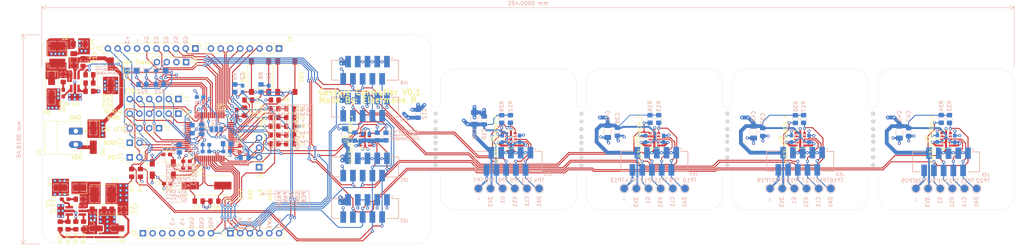
<source format=kicad_pcb>
(kicad_pcb (version 20211014) (generator pcbnew)
  (title_block (title "Gesture Control") (date "2022-02-23") (rev "V0.1"))
  (layers (0 "F.Cu" signal) (1 "In1.Cu" mixed "I1.Cu") (2 "In2.Cu" power "I2.Cu") (31 "B.Cu" signal) (34 "B.Paste" user) (35 "F.Paste" user) (36 "B.SilkS" user "B.Silkscreen") (37 "F.SilkS" user "F.Silkscreen") (38 "B.Mask" user) (39 "F.Mask" user) (44 "Edge.Cuts" user))
  (net 0 "")
  (net 1 "GND")
  (net 2 "VCC")
  (net 3 "+3V3")
  (net 4 "XSHUT_1")
  (net 5 "GPIOI_1")
  (net 6 "XSHUT_2")
  (net 7 "GPIOI_2")
  (net 8 "XSHUT_0")
  (net 9 "GPIOI_0")
  (net 10 "LED_3")
  (net 11 "LED_4")
  (net 12 "LED_1")
  (net 13 "LED_2")
  (net 14 "SW_1")
  (net 15 "SW_2")
  (net 16 "Net-(D1-Pad2)")
  (net 17 "Net-(D2-Pad2)")
  (net 18 "Net-(D3-Pad2)")
  (net 19 "Net-(D4-Pad2)")
  (net 20 "Net-(D5-Pad2)")
  (net 21 "+5V")
  (net 22 "Net-(D6-Pad2)")
  (net 23 "Net-(C1-Pad1)")
  (net 24 "Net-(C2-Pad1)")
  (net 25 "Net-(C6-Pad1)")
  (net 26 "/STM32L151RET6TR/MCO")
  (net 27 "/STM32L151RET6TR/OSM_OUT")
  (net 28 "/STM32L151RET6TR/OS32_OUT")
  (net 29 "/STM32L151RET6TR/BOOT")
  (net 30 "/STM32L151RET6TR/RST")
  (net 31 "/STM32L151RET6TR/OS32_IN")
  (net 32 "SCL1")
  (net 33 "SDA1")
  (net 34 "/STM32L151RET6TR/FTDI_RTS")
  (net 35 "/STM32L151RET6TR/FTDI_RXD")
  (net 36 "/STM32L151RET6TR/FTDI_TXD")
  (net 37 "/STM32L151RET6TR/FTDI_CTS")
  (net 38 "/STM32L151RET6TR/SW0")
  (net 39 "/STM32L151RET6TR/SWCLK")
  (net 40 "/STM32L151RET6TR/SWDAT")
  (net 41 "/STM32L151RET6TR/UART_RX")
  (net 42 "/STM32L151RET6TR/UART_TX")
  (net 43 "SCL2")
  (net 44 "SDA2")
  (net 45 "/STM32L151RET6TR/PIN41")
  (net 46 "/STM32L151RET6TR/PIN29")
  (net 47 "/STM32L151RET6TR/PIN30")
  (net 48 "/STM32L151RET6TR/PC8")
  (net 49 "/STM32L151RET6TR/PA9")
  (net 50 "/STM32L151RET6TR/PA10")
  (net 51 "Net-(C5-Pad2)")
  (net 52 "Net-(C5-Pad1)")
  (net 53 "Net-(C6-Pad2)")
  (net 54 "BUCK_33_EN")
  (net 56 "BUCK_5_EN")
  (net 57 "XSHUT_3")
  (net 58 "Net-(R18-Pad1)")
  (net 59 "Net-(R19-Pad1)")
  (net 60 "Net-(R25-Pad1)")
  (net 61 "Net-(R26-Pad1)")
  (net 62 "/OUT3.3")
  (net 63 "/OUT5.0")
  (net 64 "GPIOI_3")
  (net 76 "XSHUT_4")
  (net 78 "GPIOI_4")
  (net 100 "LED_5")
  (footprint "Connector_PinHeader_2.54mm:PinHeader_1x08_P2.54mm_Vertical" (layer "F.Cu") (at 45.974 123.952 90)
    (fp_text reference "J3")
    (fp_text value "Conn_01x08")
  )
  (footprint "Connector_PinHeader_2.54mm:PinHeader_1x06_P2.54mm_Vertical" (layer "F.Cu") (at 68.834 123.952 90)
    (fp_text reference "J4")
    (fp_text value "Conn_01x06")
  )
  (footprint "Connector_PinHeader_2.54mm:PinHeader_1x10_P2.54mm_Vertical" (layer "F.Cu") (at 59.69 75.692 -90)
    (fp_text reference "J5")
    (fp_text value "Conn_01x10")
  )
  (footprint "Capacitor_SMD:CP_Elec_6.3x5.4" (layer "F.Cu") (at 36.576 122.682)
    (fp_text reference "C7")
    (fp_text value "10µ")
  )
  (footprint "Capacitor_SMD:C_0805_2012Metric_Pad1.18x1.45mm_HandSolder" (layer "F.Cu") (at 60.55199 115.56449)
    (fp_text reference "C17")
    (fp_text value "20p")
  )
  (footprint "Capacitor_SMD:C_0805_2012Metric_Pad1.18x1.45mm_HandSolder" (layer "F.Cu") (at 64.65899 115.56449 180)
    (fp_text reference "C18")
    (fp_text value "20p")
  )
  (footprint "Capacitor_SMD:C_0603_1608Metric_Pad1.08x0.95mm_HandSolder" (layer "F.Cu") (at 52.34499 110.99249)
    (fp_text reference "C19")
    (fp_text value "20p")
  )
  (footprint "Capacitor_SMD:C_0603_1608Metric_Pad1.08x0.95mm_HandSolder" (layer "F.Cu") (at 52.19149 103.37249)
    (fp_text reference "C22")
    (fp_text value "20p")
  )
  (footprint "Capacitor_SMD:C_0603_1608Metric_Pad1.08x0.95mm_HandSolder" (layer "F.Cu") (at 57.37199 105.15049 180)
    (fp_text reference "C24")
    (fp_text value "100n")
  )
  (footprint "Capacitor_SMD:C_0603_1608Metric_Pad1.08x0.95mm_HandSolder" (layer "F.Cu") (at 57.37199 106.92849 180)
    (fp_text reference "C25")
    (fp_text value "100n")
  )
  (footprint "Capacitor_SMD:C_0603_1608Metric_Pad1.08x0.95mm_HandSolder" (layer "F.Cu") (at 71.24149 101.94899 -90)
    (fp_text reference "C26")
    (fp_text value "100n")
  )
  (footprint "Capacitor_SMD:C_0603_1608Metric_Pad1.08x0.95mm_HandSolder" (layer "F.Cu") (at 70.47949 92.55099 -90)
    (fp_text reference "C27")
    (fp_text value "100n")
  )
  (footprint "Capacitor_SMD:C_0805_2012Metric_Pad1.18x1.45mm_HandSolder" (layer "F.Cu") (at 72.51149 92.17499 -90)
    (fp_text reference "C32")
    (fp_text value "4.7µ")
  )
  (footprint "LED_SMD:LED_0805_2012Metric_Pad1.15x1.40mm_HandSolder" (layer "F.Cu") (at 84.42449 100.57849 180)
    (fp_text reference "D1")
    (fp_text value "L1")
  )
  (footprint "LED_SMD:LED_0805_2012Metric_Pad1.15x1.40mm_HandSolder" (layer "F.Cu") (at 84.44249 98.29249 180)
    (fp_text reference "D2")
    (fp_text value "L2")
  )
  (footprint "LED_SMD:LED_0805_2012Metric_Pad1.15x1.40mm_HandSolder" (layer "F.Cu") (at 84.44249 96.00649 180)
    (fp_text reference "D3")
    (fp_text value "L3")
  )
  (footprint "LED_SMD:LED_0805_2012Metric_Pad1.15x1.40mm_HandSolder" (layer "F.Cu") (at 84.43349 91.43449 180)
    (fp_text reference "D5")
    (fp_text value "L5")
  )
  (footprint "Diode_SMD:D_SMA_Handsoldering" (layer "F.Cu") (at 33.02 98.977 -90)
    (fp_text reference "D6")
    (fp_text value "1N4002")
  )
  (footprint "Connector_PinHeader_2.54mm:PinHeader_1x04_P2.54mm_Vertical" (layer "F.Cu") (at 50.165 96.51449 -90)
    (fp_text reference "J1")
    (fp_text value "Conn_01x04_I2I-LCD")
  )
  (footprint "Connector_Phoenix_MC:PhoenixContact_MC_1,5_2-G-3.5_1x02_P3.50mm_Horizontal" (layer "F.Cu") (at 28.448 97.282 -90)
    (fp_text reference "J2")
    (fp_text value "BATT")
  )
  (footprint "Connector_PinHeader_2.54mm:PinHeader_1x06_P2.54mm_Vertical" (layer "F.Cu") (at 55.245 88.89449 -90)
    (fp_text reference "J7")
    (fp_text value "FTDI")
  )
  (footprint "Connector_PinHeader_2.54mm:PinHeader_1x04_P2.54mm_Vertical" (layer "F.Cu") (at 57.277 79.248 -90)
    (fp_text reference "J10")
    (fp_text value "EXTERN I2C")
  )
  (footprint "Resistor_SMD:R_0805_2012Metric_Pad1.20x1.40mm_HandSolder" (layer "F.Cu") (at 80.38549 100.57849 180)
    (fp_text reference "R1")
    (fp_text value "100")
  )
  (footprint "Resistor_SMD:R_0805_2012Metric_Pad1.20x1.40mm_HandSolder" (layer "F.Cu") (at 80.35349 98.29249 180)
    (fp_text reference "R2")
    (fp_text value "100")
  )
  (footprint "Resistor_SMD:R_0805_2012Metric_Pad1.20x1.40mm_HandSolder" (layer "F.Cu") (at 80.35349 96.00649 180)
    (fp_text reference "R3")
    (fp_text value "100")
  )
  (footprint "Resistor_SMD:R_0805_2012Metric_Pad1.20x1.40mm_HandSolder" (layer "F.Cu") (at 80.35349 93.72049 180)
    (fp_text reference "R4")
    (fp_text value "100")
  )
  (footprint "Resistor_SMD:R_0805_2012Metric_Pad1.20x1.40mm_HandSolder" (layer "F.Cu") (at 80.36949 91.43449 180)
    (fp_text reference "R5")
    (fp_text value "100")
  )
  (footprint "Resistor_SMD:R_0805_2012Metric_Pad1.20x1.40mm_HandSolder" (layer "F.Cu") (at 80.40149 89.14849)
    (fp_text reference "R6")
    (fp_text value "10k")
  )
  (footprint "Resistor_SMD:R_0805_2012Metric_Pad1.20x1.40mm_HandSolder" (layer "F.Cu") (at 73.51149 89.14849 180)
    (fp_text reference "R7")
    (fp_text value "10k")
  )
  (footprint "Resistor_SMD:R_0805_2012Metric_Pad1.20x1.40mm_HandSolder" (layer "F.Cu") (at 45.33349 108.18249 90)
    (fp_text reference "R10")
    (fp_text value "4k7")
  )
  (footprint "Resistor_SMD:R_0805_2012Metric_Pad1.20x1.40mm_HandSolder" (layer "F.Cu") (at 43.04749 108.18249 90)
    (fp_text reference "R11")
    (fp_text value "4k7")
  )
  (footprint "Button_Switch_SMD:SW_Push_1P1T_NO_6x6mm_H9.5mm" (layer "F.Cu") (at 83.439 83.058 -90)
    (fp_text reference "SW1")
    (fp_text value "SW1")
  )
  (footprint "Button_Switch_SMD:SW_Push_1P1T_NO_6x6mm_H9.5mm" (layer "F.Cu") (at 76.581 83.058 -90)
    (fp_text reference "SW2")
    (fp_text value "SW2")
  )
  (footprint "Package_QFP:LQFP-64_10x10mm_P0.5mm" (layer "F.Cu") (at 63.36749 98.80049 90)
    (fp_text reference "U6")
    (fp_text value "STM32L151RETx")
  )
  (footprint "Crystal:Crystal_SMD_SeikoEpson_MC306-4Pin_8.0x3.2mm" (layer "F.Cu") (at 51.17549 107.18249 180)
    (fp_text reference "Y2")
    (fp_text value "32kHz")
  )
  (footprint "LED_SMD:LED_0805_2012Metric_Pad1.15x1.40mm_HandSolder" (layer "F.Cu") (at 84.44249 93.72049 180)
    (fp_text reference "D4")
    (fp_text value "L4")
  )
  (footprint "Connector_PinHeader_2.54mm:PinHeader_1x04_P2.54mm_Vertical" (layer "F.Cu") (at 76.32149 106.67449 180)
    (fp_text reference "J9")
    (fp_text value "UART")
  )
  (footprint "Connector_PinHeader_2.54mm:PinHeader_1x08_P2.54mm_Vertical" (layer "F.Cu") (at 81.534 75.692 -90)
    (fp_text reference "J6")
    (fp_text value "Conn_01x08")
  )
  (footprint "Connector_PinHeader_2.54mm:PinHeader_1x06_P2.54mm_Vertical" (layer "F.Cu") (at 55.23949 92.70449 -90)
    (fp_text reference "J8")
    (fp_text value "Conn_01x06")
  )
  (footprint "Crystal:Crystal_SMD_HC49-SD" (layer "F.Cu") (at 62.60549 111.50049)
    (fp_text reference "Y1")
    (fp_text value "8MHz")
  )
  (footprint "Capacitor_SMD:C_1206_3216Metric_Pad1.33x1.80mm_HandSolder" (layer "F.Cu") (at 34.29 117.856)
    (fp_text reference "C3")
    (fp_text value "10µF")
  )
  (footprint "Capacitor_SMD:C_1206_3216Metric_Pad1.33x1.80mm_HandSolder" (layer "F.Cu") (at 27.94 78.613 90)
    (fp_text reference "C4")
    (fp_text value "10µF")
  )
  (footprint "Capacitor_SMD:C_0603_1608Metric_Pad1.08x0.95mm_HandSolder" (layer "F.Cu") (at 25.654 115.062 180)
    (fp_text reference "C5")
    (fp_text value "100nF")
  )
  (footprint "Capacitor_SMD:C_0603_1608Metric_Pad1.08x0.95mm_HandSolder" (layer "F.Cu") (at 25.162 87.3495 -90)
    (fp_text reference "C6")
    (fp_text value "100nF")
  )
  (footprint "Capacitor_SMD:C_1206_3216Metric_Pad1.33x1.80mm_HandSolder" (layer "F.Cu") (at 39.4085 117.856 180)
    (fp_text reference "C13")
    (fp_text value "10µ")
  )
  (footprint "Capacitor_SMD:C_1206_3216Metric_Pad1.33x1.80mm_HandSolder" (layer "F.Cu") (at 29.353 74.5875)
    (fp_text reference "C34")
    (fp_text value "10µ")
  )
  (footprint "Diode_SMD:D_SMA_Handsoldering" (layer "F.Cu") (at 26.924 112.014 180)
    (fp_text reference "D7")
    (fp_text value "B230A")
  )
  (footprint "Diode_SMD:D_SMA_Handsoldering" (layer "F.Cu") (at 22.114 85.979 -90)
    (fp_text reference "D8")
    (fp_text value "B230A")
  )
  (footprint "Inductor_SMD:L_Taiyo-Yuden_NR-50xx_HandSoldering" (layer "F.Cu") (at 35.56 113.792)
    (fp_text reference "L1")
    (fp_text value "10µH")
  )
  (footprint "Inductor_SMD:L_Taiyo-Yuden_NR-50xx_HandSoldering" (layer "F.Cu") (at 23.622 77.307 90)
    (fp_text reference "L2")
    (fp_text value "10µH")
  )
  (footprint "Resistor_SMD:R_0805_2012Metric_Pad1.20x1.40mm_HandSolder" (layer "F.Cu") (at 30.48 121.904 90)
    (fp_text reference "R14")
    (fp_text value "100k")
  )
  (footprint "Resistor_SMD:R_0805_2012Metric_Pad1.20x1.40mm_HandSolder" (layer "F.Cu") (at 30.353 79.248 -90)
    (fp_text reference "R15")
    (fp_text value "100k")
  )
  (footprint "Resistor_SMD:R_0805_2012Metric_Pad1.20x1.40mm_HandSolder" (layer "F.Cu") (at 28.448 121.92 90)
    (fp_text reference "R18")
    (fp_text value "220")
  )
  (footprint "Resistor_SMD:R_0805_2012Metric_Pad1.20x1.40mm_HandSolder" (layer "F.Cu") (at 32.004 82.55 180)
    (fp_text reference "R19")
    (fp_text value "820")
  )
  (footprint "Resistor_SMD:R_0805_2012Metric_Pad1.20x1.40mm_HandSolder" (layer "F.Cu") (at 29.448 115.062 180)
    (fp_text reference "R23")
    (fp_text value "100")
  )
  (footprint "Resistor_SMD:R_0805_2012Metric_Pad1.20x1.40mm_HandSolder" (layer "F.Cu") (at 25.162 83.439 -90)
    (fp_text reference "R24")
    (fp_text value "100")
  )
  (footprint "Resistor_SMD:R_0805_2012Metric_Pad1.20x1.40mm_HandSolder" (layer "F.Cu") (at 26.416 121.92 -90)
    (fp_text reference "R25")
    (fp_text value "18k")
  )
  (footprint "Resistor_SMD:R_0805_2012Metric_Pad1.20x1.40mm_HandSolder" (layer "F.Cu") (at 32.004 84.709)
    (fp_text reference "R26")
    (fp_text value "10k")
  )
  (footprint "Resistor_SMD:R_0805_2012Metric_Pad1.20x1.40mm_HandSolder" (layer "F.Cu") (at 24.384 121.92 -90)
    (fp_text reference "R27")
    (fp_text value "56k")
  )
  (footprint "Resistor_SMD:R_0805_2012Metric_Pad1.20x1.40mm_HandSolder" (layer "F.Cu") (at 32.004 86.868)
    (fp_text reference "R28")
    (fp_text value "56k")
  )
  (footprint "Package_TO_SOT_SMD:TSOT-23-6_HandSoldering" (layer "F.Cu") (at 28.448 118.11)
    (fp_text reference "U1")
    (fp_text value "AP5100_3.3")
  )
  (footprint "Package_TO_SOT_SMD:TSOT-23-6_HandSoldering" (layer "F.Cu") (at 28.21 84.455 90)
    (fp_text reference "U2")
    (fp_text value "AP5100_3.3")
  )
  (footprint "VL53L3CX:VL53L3CXV0DH&slash_1" (layer "F.Cu") (at 104.013 99.441 90)
    (fp_text reference "U3")
    (fp_text value "VL53L3CXV0DH_1")
  )
  (footprint "VL53L3CX:VL53L3CXV0DH&slash_1" (layer "F.Cu") (at 142.113 99.441 90)
    (fp_text reference "U4")
    (fp_text value "VL53L3CXV0DH_1")
  )
  (footprint "VL53L3CX:VL53L3CXV0DH&slash_1" (layer "F.Cu") (at 179.578 99.441 90)
    (fp_text reference "U5")
    (fp_text value "VL53L3CXV0DH_1")
  )
  (footprint "VL53L3CX:VL53L3CXV0DH&slash_1" (layer "F.Cu") (at 217.678 99.441 90)
    (fp_text reference "U8")
    (fp_text value "VL53L3CXV0DH_1")
  )
  (footprint "MountingHole:MountingHole_3.2mm_M3" (layer "F.Cu") (at 154.178 86.741 90)
    (fp_text reference "H1" hide)
    (fp_text value "MountingHole" hide)
  )
  (footprint "MountingHole:MountingHole_3.2mm_M3" (layer "F.Cu") (at 154.178 112.141 90)
    (fp_text reference "H3" hide)
    (fp_text value "MountingHole" hide)
  )
  (footprint "MountingHole:MountingHole_3.2mm_M3" (layer "F.Cu") (at 128.778 86.741 90)
    (fp_text reference "H4" hide)
    (fp_text value "MountingHole" hide)
  )
  (footprint "MountingHole:MountingHole_3.2mm_M3" (layer "F.Cu") (at 192.278 86.741)
    (fp_text reference "H5" hide)
    (fp_text value "MountingHole" hide)
  )
  (footprint "MountingHole:MountingHole_3.2mm_M3" (layer "F.Cu") (at 192.278 112.141)
    (fp_text reference "H6" hide)
    (fp_text value "MountingHole" hide)
  )
  (footprint "MountingHole:MountingHole_3.2mm_M3" (layer "F.Cu") (at 90.678 121.666 90)
    (fp_text reference "H8" hide)
    (fp_text value "MountingHole" hide)
  )
  (footprint "MountingHole:MountingHole_3.2mm_M3" (layer "F.Cu") (at 166.878 112.141)
    (fp_text reference "H11" hide)
    (fp_text value "MountingHole" hide)
  )
  (footprint "MountingHole:MountingHole_3.2mm_M3" (layer "F.Cu") (at 166.878 86.741)
    (fp_text reference "H12" hide)
    (fp_text value "MountingHole" hide)
  )
  (footprint "MountingHole:MountingHole_3.2mm_M3" (layer "F.Cu") (at 117.348 77.216 90)
    (fp_text reference "H7" hide)
    (fp_text value "MountingHole" hide)
  )
  (footprint "MountingHole:MountingHole_3.2mm_M3" (layer "F.Cu") (at 117.348 121.666 90)
    (fp_text reference "H9" hide)
    (fp_text value "MountingHole" hide)
  )
  (footprint "MountingHole:MountingHole_3.2mm_M3" (layer "F.Cu") (at 90.678 77.216 90)
    (fp_text reference "H10" hide)
    (fp_text value "MountingHole" hide)
  )
  (footprint "MountingHole:MountingHole_3.2mm_M3" (layer "F.Cu") (at 128.778 112.141 90)
    (fp_text reference "H2" hide)
    (fp_text value "MountingHole" hide)
  )
  (footprint "Connector_PinHeader_2.54mm:PinHeader_1x02_P2.54mm_Vertical" (layer "F.Cu") (at 42.53949 104.13449 90)
    (fp_text reference "J11")
    (fp_text value "Conn_01x02")
  )
  (footprint "Connector_PinHeader_2.54mm:PinHeader_1x02_P2.54mm_Vertical" (layer "F.Cu") (at 42.53949 100.32449 90)
    (fp_text reference "J12")
    (fp_text value "Conn_01x02")
  )
  (footprint "MountingHole:MountingHole_3.2mm_M3" (layer "F.Cu") (at 204.978 86.741)
    (fp_text reference "H13" hide)
    (fp_text value "MountingHole" hide)
  )
  (footprint "MountingHole:MountingHole_3.2mm_M3" (layer "F.Cu") (at 204.978 112.141)
    (fp_text reference "H14" hide)
    (fp_text value "MountingHole" hide)
  )
  (footprint "MountingHole:MountingHole_3.2mm_M3" (layer "F.Cu") (at 230.378 86.741)
    (fp_text reference "H15" hide)
    (fp_text value "MountingHole" hide)
  )
  (footprint "MountingHole:MountingHole_3.2mm_M3" (layer "F.Cu") (at 230.378 112.141)
    (fp_text reference "H16" hide)
    (fp_text value "MountingHole" hide)
  )
  (footprint "Package_QFP:LQFP-64_10x10mm_P0.5mm" (layer "F.Cu") (at 63.36749 98.80049 90)
    (fp_text reference "U7")
    (fp_text value "STM32F401RETx")
  )
  (footprint "MountingHole:MountingHole_3.2mm_M3" (layer "F.Cu") (at 268.478 112.141)
    (fp_text reference "H16" hide)
    (fp_text value "MountingHole" hide)
  )
  (footprint "MountingHole:MountingHole_3.2mm_M3" (layer "F.Cu") (at 243.078 86.741)
    (fp_text reference "H13" hide)
    (fp_text value "MountingHole" hide)
  )
  (footprint "MountingHole:MountingHole_3.2mm_M3" (layer "F.Cu") (at 268.478 86.741)
    (fp_text reference "H15" hide)
    (fp_text value "MountingHole" hide)
  )
  (footprint "VL53L3CX:VL53L3CXV0DH&slash_1" (layer "F.Cu") (at 255.778 99.441 90)
    (fp_text reference "U9")
    (fp_text value "VL53L3CXV0DH_1")
  )
  (footprint "MountingHole:MountingHole_4.5mm" (layer "F.Cu") (at 32.512 106.934)
    (fp_text reference "REF**" hide)
    (fp_text value "MountingHole_4.5mm" hide)
  )
  (footprint "Capacitor_SMD:CP_Elec_6.3x5.4" (layer "F.Cu") (at 37.592 82.55 -90)
    (fp_text reference "C43")
    (fp_text value "10µ")
  )
  (footprint "MountingHole:MountingHole_3.2mm_M3" (layer "F.Cu") (at 243.078 112.141)
    (fp_text reference "H14" hide)
    (fp_text value "MountingHole" hide)
  )
  (footprint "MountingHole:MountingHole_4.5mm" (layer "F.Cu") (at 32.512 90.932)
    (fp_text reference "REF**" hide)
    (fp_text value "MountingHole_4.5mm" hide)
  )
  (footprint "Capacitor_SMD:C_0603_1608Metric_Pad1.08x0.95mm_HandSolder" (layer "B.Cu") (at 72.00349 86.25399 -90)
    (fp_text reference "C2")
    (fp_text value "100n")
  )
  (footprint "Capacitor_SMD:C_0603_1608Metric_Pad1.08x0.95mm_HandSolder" (layer "B.Cu") (at 67.83899 102.61049)
    (fp_text reference "C28")
    (fp_text value "100n")
  )
  (footprint "Capacitor_SMD:C_0603_1608Metric_Pad1.08x0.95mm_HandSolder" (layer "B.Cu") (at 60.92799 88.38649 180)
    (fp_text reference "C29")
    (fp_text value "100n")
  )
  (footprint "Capacitor_SMD:C_0805_2012Metric_Pad1.18x1.45mm_HandSolder" (layer "B.Cu") (at 67.96099 100.57849)
    (fp_text reference "C30")
    (fp_text value "1µ")
  )
  (footprint "Capacitor_SMD:C_0603_1608Metric_Pad1.08x0.95mm_HandSolder" (layer "B.Cu") (at 62.45199 100.83249)
    (fp_text reference "C31")
    (fp_text value "100n")
  )
  (footprint "Capacitor_SMD:C_0805_2012Metric_Pad1.18x1.45mm_HandSolder" (layer "B.Cu") (at 58.79549 96.78999 90)
    (fp_text reference "C33")
    (fp_text value "4.7µ")
  )
  (footprint "TestPoint:TestPoint_Pad_1.5x1.5mm" (layer "B.Cu") (at 51.93749 81.52849 90)
    (fp_text reference "J17")
    (fp_text value "Conn_01x01")
  )
  (footprint "TestPoint:TestPoint_Pad_1.5x1.5mm" (layer "B.Cu") (at 44.31749 81.52849 -90)
    (fp_text reference "J18")
    (fp_text value "Conn_01x01")
  )
  (footprint "TestPoint:TestPoint_Pad_1.5x1.5mm" (layer "B.Cu") (at 41.77749 81.52849 -90)
    (fp_text reference "J19")
    (fp_text value "Conn_01x01")
  )
  (footprint "Jumper:SolderJumper-3_P1.3mm_Open_RoundedPad1.0x1.5mm_NumberLabels" (layer "B.Cu") (at 61.33549 96.79849 90)
    (fp_text reference "JP3")
    (fp_text value "SolderJumper_3_Open")
  )
  (footprint "Resistor_SMD:R_0805_2012Metric_Pad1.20x1.40mm_HandSolder" (layer "B.Cu") (at 76.82949 86.08449 90)
    (fp_text reference "R8")
    (fp_text value "100")
  )
  (footprint "Resistor_SMD:R_0805_2012Metric_Pad1.20x1.40mm_HandSolder" (layer "B.Cu") (at 69.97149 86.08449 90)
    (fp_text reference "R9")
    (fp_text value "100")
  )
  (footprint "Resistor_SMD:R_0805_2012Metric_Pad1.20x1.40mm_HandSolder" (layer "B.Cu") (at 55.49349 101.83249 -90)
    (fp_text reference "R20")
    (fp_text value "10k")
  )
  (footprint "Resistor_SMD:R_0805_2012Metric_Pad1.20x1.40mm_HandSolder" (layer "B.Cu") (at 50.39749 85.08449 180)
    (fp_text reference "R21")
    (fp_text value "4k7")
  )
  (footprint "Resistor_SMD:R_0805_2012Metric_Pad1.20x1.40mm_HandSolder" (layer "B.Cu") (at 45.85749 85.08449)
    (fp_text reference "R22")
    (fp_text value "4k7")
  )
  (footprint "TestPoint:TestPoint_Pad_1.0x1.0mm" (layer "B.Cu") (at 49.39749 81.52849 -90)
    (fp_text reference "TP1")
    (fp_text value "SDA_TEST")
  )
  (footprint "TestPoint:TestPoint_Pad_1.0x1.0mm" (layer "B.Cu") (at 46.85749 81.52849 -90)
    (fp_text reference "TP2")
    (fp_text value "SCL_TEST")
  )
  (footprint "Jumper:SolderJumper-3_P1.3mm_Open_RoundedPad1.0x1.5mm_NumberLabels" (layer "B.Cu") (at 65.14549 96.76849 180)
    (fp_text reference "JP2")
    (fp_text value "SolderJumper_3_Open")
  )
  (footprint "Capacitor_SMD:C_0603_1608Metric_Pad1.08x0.95mm_HandSolder" (layer "B.Cu") (at 78.86149 86.25399 -90)
    (fp_text reference "C1")
    (fp_text value "100n")
  )
  (footprint "Capacitor_SMD:C_0603_1608Metric_Pad1.08x0.95mm_HandSolder" (layer "B.Cu") (at 62.45199 102.61049)
    (fp_text reference "C23")
    (fp_text value "100n")
  )
  (footprint "Capacitor_SMD:C_0805_2012Metric_Pad1.18x1.45mm_HandSolder" (layer "B.Cu") (at 72.53299 104.13449 180)
    (fp_text reference "C11")
    (fp_text value "4.7µF")
  )
  (footprint "Capacitor_SMD:C_0603_1608Metric_Pad1.08x0.95mm_HandSolder" (layer "B.Cu") (at 177.292 99.314 90)
    (fp_text reference "C14")
    (fp_text value "100n")
  )
  (footprint "Capacitor_SMD:C_0603_1608Metric_Pad1.08x0.95mm_HandSolder" (layer "B.Cu") (at 215.392 99.2875 90)
    (fp_text reference "C15")
    (fp_text value "100n")
  )
  (footprint "Capacitor_SMD:C_0603_1608Metric_Pad1.08x0.95mm_HandSolder" (layer "B.Cu") (at 103.378 98.8325 90)
    (fp_text reference "C16")
    (fp_text value "100n")
  )
  (footprint "Capacitor_SMD:C_0603_1608Metric_Pad1.08x0.95mm_HandSolder" (layer "B.Cu") (at 181.991 99.314 90)
    (fp_text reference "C20")
    (fp_text value "100n")
  )
  (footprint "Capacitor_SMD:C_0603_1608Metric_Pad1.08x0.95mm_HandSolder" (layer "B.Cu") (at 219.964 99.314 90)
    (fp_text reference "C21")
    (fp_text value "100n")
  )
  (footprint "Capacitor_SMD:C_0603_1608Metric_Pad1.08x0.95mm_HandSolder" (layer "B.Cu") (at 105.156 98.8325 90)
    (fp_text reference "C35")
    (fp_text value "100n")
  )
  (footprint "Capacitor_SMD:C_0805_2012Metric_Pad1.18x1.45mm_HandSolder" (layer "B.Cu") (at 169.926 97.4305 -90)
    (fp_text reference "C36")
    (fp_text value "4.7µ")
  )
  (footprint "Capacitor_SMD:C_0805_2012Metric_Pad1.18x1.45mm_HandSolder" (layer "B.Cu") (at 207.899 97.519 -90)
    (fp_text reference "C37")
    (fp_text value "4.7µ")
  )
  (footprint "Capacitor_SMD:C_0805_2012Metric_Pad1.18x1.45mm_HandSolder" (layer "B.Cu") (at 101.346 98.7005 90)
    (fp_text reference "C38")
    (fp_text value "4.7µ")
  )
  (footprint "Capacitor_SMD:C_1206_3216Metric_Pad1.33x1.80mm_HandSolder" (layer "B.Cu") (at 98.806 98.2095 90)
    (fp_text reference "C39")
    (fp_text value "10µ")
  )
  (footprint "Capacitor_SMD:C_1206_3216Metric_Pad1.33x1.80mm_HandSolder" (layer "B.Cu") (at 132.588 93.9415 90)
    (fp_text reference "C40")
    (fp_text value "10µ")
  )
  (footprint "Capacitor_SMD:C_1206_3216Metric_Pad1.33x1.80mm_HandSolder" (layer "B.Cu") (at 167.386 97.3705 -90)
    (fp_text reference "C41")
    (fp_text value "10µ")
  )
  (footprint "Capacitor_SMD:C_1206_3216Metric_Pad1.33x1.80mm_HandSolder" (layer "B.Cu") (at 205.486 97.536 -90)
    (fp_text reference "C42")
    (fp_text value "10µ")
  )
  (footprint "Resistor_SMD:R_0805_2012Metric_Pad1.20x1.40mm_HandSolder" (layer "B.Cu") (at 180.721 94.107 -90)
    (fp_text reference "R13")
    (fp_text value "10k")
  )
  (footprint "Resistor_SMD:R_0805_2012Metric_Pad1.20x1.40mm_HandSolder" (layer "B.Cu") (at 178.435 94.107 -90)
    (fp_text reference "R16")
    (fp_text value "10k")
  )
  (footprint "Resistor_SMD:R_0805_2012Metric_Pad1.20x1.40mm_HandSolder" (layer "B.Cu") (at 218.567 94.107 -90)
    (fp_text reference "R17")
    (fp_text value "10k")
  )
  (footprint "Resistor_SMD:R_0805_2012Metric_Pad1.20x1.40mm_HandSolder" (layer "B.Cu") (at 216.408 94.139 -90)
    (fp_text reference "R30")
    (fp_text value "10k")
  )
  (footprint "Resistor_SMD:R_0805_2012Metric_Pad1.20x1.40mm_HandSolder" (layer "B.Cu") (at 109.474 98.695 90)
    (fp_text reference "R31")
    (fp_text value "10k")
  )
  (footprint "Resistor_SMD:R_0805_2012Metric_Pad1.20x1.40mm_HandSolder" (layer "B.Cu") (at 107.188 98.679 90)
    (fp_text reference "R32")
    (fp_text value "10k")
  )
  (footprint "Capacitor_SMD:C_0603_1608Metric_Pad1.08x0.95mm_HandSolder" (layer "B.Cu") (at 144.399 99.314 90)
    (fp_text reference "C8")
    (fp_text value "100n")
  )
  (footprint "Capacitor_SMD:C_0603_1608Metric_Pad1.08x0.95mm_HandSolder" (layer "B.Cu") (at 139.827 99.314 90)
    (fp_text reference "C9")
    (fp_text value "100n")
  )
  (footprint "Capacitor_SMD:C_0805_2012Metric_Pad1.18x1.45mm_HandSolder" (layer "B.Cu") (at 135.128 94.488 90)
    (fp_text reference "C10")
    (fp_text value "4.7µ")
  )
  (footprint "Capacitor_SMD:C_0805_2012Metric_Pad1.18x1.45mm_HandSolder" (layer "B.Cu") (at 117.856 92.7315 90)
    (fp_text reference "C12")
    (fp_text value "4.7µF")
  )
  (footprint "Resistor_SMD:R_0805_2012Metric_Pad1.20x1.40mm_HandSolder" (layer "B.Cu") (at 141.986 94.107 -90)
    (fp_text reference "R12")
    (fp_text value "10k")
  )
  (footprint "Resistor_SMD:R_0805_2012Metric_Pad1.20x1.40mm_HandSolder" (layer "B.Cu") (at 139.7 94.123 -90)
    (fp_text reference "R29")
    (fp_text value "10k")
  )
  (footprint "WR-MM Female SMT Connector:WR-MM_Female_SMT_Connector" (layer "B.Cu") (at 179.578 105.156)
    (property "VALUE" "WR-MM Female SMT Connector")
    (fp_text reference "J14")
    (fp_text value "690367291076")
  )
  (footprint "WR-MM Female SMT Connector:WR-MM_Female_SMT_Connector" (layer "B.Cu") (at 217.678 105.156)
    (property "VALUE" "WR-MM Female SMT Connector")
    (fp_text reference "J15")
    (fp_text value "690367291076")
  )
  (footprint "WR-MM Female SMT Connector:WR-MM_Female_SMT_Connector" (layer "B.Cu") (at 104.013 81.371)
    (property "VALUE" "WR-MM Female SMT Connector")
    (fp_text reference "J16")
    (fp_text value "690367291076")
  )
  (footprint "WR-MM Female SMT Connector:WR-MM_Female_SMT_Connector" (layer "B.Cu") (at 104.013 91.023)
    (property "VALUE" "WR-MM Female SMT Connector")
    (fp_text reference "J20")
    (fp_text value "690367291076")
  )
  (footprint "WR-MM Female SMT Connector:WR-MM_Female_SMT_Connector" (layer "B.Cu") (at 104.013 106.644)
    (property "VALUE" "WR-MM Female SMT Connector")
    (fp_text reference "J21")
    (fp_text value "690367291076")
  )
  (footprint "WR-MM Female SMT Connector:WR-MM_Female_SMT_Connector" (layer "B.Cu") (at 141.478 105.156)
    (property "VALUE" "WR-MM Female SMT Connector")
    (fp_text reference "J13")
    (fp_text value "690367291076")
  )
  (footprint "TestPoint:TestPoint_Pad_D2.0mm" (layer "B.Cu") (at 146.304 112.268)
    (fp_text reference "TP3")
    (fp_text value "TestPoint")
  )
  (footprint "TestPoint:TestPoint_Pad_D2.0mm" (layer "B.Cu") (at 149.479 112.268)
    (fp_text reference "TP4")
    (fp_text value "TestPoint")
  )
  (footprint "TestPoint:TestPoint_Pad_D2.0mm" (layer "B.Cu") (at 143.129 112.268)
    (fp_text reference "TP5")
    (fp_text value "TestPoint")
  )
  (footprint "TestPoint:TestPoint_Pad_D2.0mm" (layer "B.Cu") (at 139.954 112.268)
    (fp_text reference "TP6")
    (fp_text value "TestPoint")
  )
  (footprint "TestPoint:TestPoint_Pad_D2.0mm" (layer "B.Cu") (at 133.604 112.268)
    (fp_text reference "TP7")
    (fp_text value "TestPoint")
  )
  (footprint "TestPoint:TestPoint_Pad_D2.0mm" (layer "B.Cu") (at 136.779 112.268)
    (fp_text reference "TP8")
    (fp_text value "TestPoint")
  )
  (footprint "TestPoint:TestPoint_Pad_D2.0mm" (layer "B.Cu") (at 184.404 112.268)
    (fp_text reference "TP9")
    (fp_text value "TestPoint")
  )
  (footprint "TestPoint:TestPoint_Pad_D2.0mm" (layer "B.Cu") (at 187.579 112.268)
    (fp_text reference "TP10")
    (fp_text value "TestPoint")
  )
  (footprint "TestPoint:TestPoint_Pad_D2.0mm" (layer "B.Cu") (at 181.229 112.268)
    (fp_text reference "TP11")
    (fp_text value "TestPoint")
  )
  (footprint "TestPoint:TestPoint_Pad_D2.0mm" (layer "B.Cu") (at 178.054 112.268)
    (fp_text reference "TP12")
    (fp_text value "TestPoint")
  )
  (footprint "TestPoint:TestPoint_Pad_D2.0mm" (layer "B.Cu") (at 171.704 112.268)
    (fp_text reference "TP13")
    (fp_text value "TestPoint")
  )
  (footprint "TestPoint:TestPoint_Pad_D2.0mm" (layer "B.Cu") (at 222.504 112.268)
    (fp_text reference "TP15")
    (fp_text value "TestPoint")
  )
  (footprint "TestPoint:TestPoint_Pad_D2.0mm" (layer "B.Cu") (at 225.679 112.268)
    (fp_text reference "TP16")
    (fp_text value "TestPoint")
  )
  (footprint "TestPoint:TestPoint_Pad_D2.0mm" (layer "B.Cu") (at 219.329 112.268)
    (fp_text reference "TP17")
    (fp_text value "TestPoint")
  )
  (footprint "TestPoint:TestPoint_Pad_D2.0mm" (layer "B.Cu") (at 216.154 112.268)
    (fp_text reference "TP18")
    (fp_text value "TestPoint")
  )
  (footprint "TestPoint:TestPoint_Pad_D2.0mm" (layer "B.Cu") (at 209.804 112.268)
    (fp_text reference "TP19")
    (fp_text value "TestPoint")
  )
  (footprint "TestPoint:TestPoint_Pad_D2.0mm" (layer "B.Cu") (at 212.979 112.268)
    (fp_text reference "TP20")
    (fp_text value "TestPoint")
  )
  (footprint "TestPoint:TestPoint_Pad_D2.0mm" (layer "B.Cu") (at 174.879 112.268)
    (fp_text reference "TP14")
    (fp_text value "TestPoint")
  )
  (footprint "TestPoint:TestPoint_Pad_D2.0mm" (layer "B.Cu") (at 263.779 112.268 180)
    (fp_text reference "TP22")
    (fp_text value "TestPoint")
  )
  (footprint "Capacitor_SMD:C_1206_3216Metric_Pad1.33x1.80mm_HandSolder" (layer "B.Cu") (at 243.586 97.536 -90)
    (fp_text reference "C45")
    (fp_text value "10µ")
  )
  (footprint "Resistor_SMD:R_0805_2012Metric_Pad1.20x1.40mm_HandSolder" (layer "B.Cu") (at 254.508 94.091 -90)
    (fp_text reference "R34")
    (fp_text value "10k")
  )
  (footprint "TestPoint:TestPoint_Pad_D2.0mm" (layer "B.Cu") (at 247.904 112.268 180)
    (fp_text reference "TP25")
    (fp_text value "TestPoint")
  )
  (footprint "Capacitor_SMD:C_0603_1608Metric_Pad1.08x0.95mm_HandSolder" (layer "B.Cu") (at 253.492 99.2135 90)
    (fp_text reference "C44")
    (fp_text value "100n")
  )
  (footprint "Resistor_SMD:R_0805_2012Metric_Pad1.20x1.40mm_HandSolder" (layer "B.Cu") (at 256.667 94.107 -90)
    (fp_text reference "R33")
    (fp_text value "10k")
  )
  (footprint "TestPoint:TestPoint_Pad_D2.0mm" (layer "B.Cu") (at 251.079 112.268 180)
    (fp_text reference "TP26")
    (fp_text value "TestPoint")
  )
  (footprint "TestPoint:TestPoint_Pad_D2.0mm" (layer "B.Cu") (at 254.254 112.268 180)
    (fp_text reference "TP24")
    (fp_text value "TestPoint")
  )
  (footprint "TestPoint:TestPoint_Pad_D2.0mm" (layer "B.Cu") (at 257.429 112.268 180)
    (fp_text reference "TP23")
    (fp_text value "TestPoint")
  )
  (footprint "WR-MM Female SMT Connector:WR-MM_Female_SMT_Connector" (layer "B.Cu") (at 104.013 117.475)
    (property "VALUE" "WR-MM Female SMT Connector")
    (fp_text reference "J22")
    (fp_text value "690367291076")
  )
  (footprint "TestPoint:TestPoint_Pad_D2.0mm" (layer "B.Cu") (at 260.604 112.268 180)
    (fp_text reference "TP21")
    (fp_text value "TestPoint")
  )
  (footprint "WR-MM Female SMT Connector:WR-MM_Female_SMT_Connector" (layer "B.Cu") (at 255.778 105.283)
    (property "VALUE" "WR-MM Female SMT Connector")
    (fp_text reference "J23")
    (fp_text value "690367291076")
  )
  (footprint "Capacitor_SMD:C_0603_1608Metric_Pad1.08x0.95mm_HandSolder" (layer "B.Cu") (at 258.064 99.314 90)
    (fp_text reference "C46")
    (fp_text value "100n")
  )
  (footprint "Capacitor_SMD:C_0805_2012Metric_Pad1.18x1.45mm_HandSolder" (layer "B.Cu") (at 245.999 97.536 -90)
    (fp_text reference "C47")
    (fp_text value "4.7µ")
  )
  (gr_line (start 78.994 90.424) (end 79.248 90.424) (layer "B.SilkS") (width 0.12))
  (gr_line (start 73.914 96.012) (end 73.152 95.758) (layer "B.SilkS") (width 0.12))
  (gr_line (start 73.406 94.996) (end 73.152 95.758) (layer "B.SilkS") (width 0.12))
  (gr_line (start 80.518 117.221) (end 80.518 112.903) (layer "B.SilkS") (width 0.12))
  (gr_line (start 77.724 114.173) (end 76.962 113.665) (layer "B.SilkS") (width 0.12))
  (gr_line (start 77.724 113.157) (end 76.962 113.665) (layer "B.SilkS") (width 0.12))
  (gr_line (start 52.07 109.22) (end 52.07 105.918) (layer "B.SilkS") (width 0.12))
  (gr_line (start 58.674 112.522) (end 59.944 112.522) (layer "B.SilkS") (width 0.12))
  (gr_line (start 73.152 95.758) (end 73.914 96.012) (layer "B.SilkS") (width 0.12))
  (gr_line (start 52.07 115.824) (end 57.404 115.824) (layer "B.SilkS") (width 0.12))
  (gr_line (start 89.408 117.221) (end 80.518 117.221) (layer "B.SilkS") (width 0.12))
  (gr_line (start 57.404 115.824) (end 57.404 112.522) (layer "B.SilkS") (width 0.12))
  (gr_line (start 59.944 112.522) (end 59.944 109.22) (layer "B.SilkS") (width 0.12))
  (gr_line (start 84.836 90.424) (end 84.836 102.616) (layer "B.SilkS") (width 0.12))
  (gr_line (start 52.07 112.522) (end 52.07 115.824) (layer "B.SilkS") (width 0.12))
  (gr_line (start 78.994 102.616) (end 78.994 90.424) (layer "B.SilkS") (width 0.12))
  (gr_line (start 78.994 92.202) (end 73.152 95.758) (layer "B.SilkS") (width 0.12))
  (gr_line (start 80.518 112.903) (end 89.408 112.903) (layer "B.SilkS") (width 0.12))
  (gr_line (start 59.944 105.918) (end 59.944 109.22) (layer "B.SilkS") (width 0.12))
  (gr_line (start 79.248 90.424) (end 90.424 90.424) (layer "B.SilkS") (width 0.12))
  (gr_line (start 50.8 100.584) (end 51.308 100.838) (layer "B.SilkS") (width 0.12))
  (gr_line (start 80.518 113.665) (end 76.962 113.665) (layer "B.SilkS") (width 0.12))
  (gr_line (start 76.962 113.665) (end 77.724 113.157) (layer "B.SilkS") (width 0.12))
  (gr_line (start 59.944 109.22) (end 52.07 109.22) (layer "B.SilkS") (width 0.12))
  (gr_line (start 90.424 90.424) (end 90.424 102.616) (layer "B.SilkS") (width 0.12))
  (gr_line (start 79.248 102.616) (end 78.994 102.616) (layer "B.SilkS") (width 0.12))
  (gr_line (start 52.07 112.522) (end 58.674 112.522) (layer "B.SilkS") (width 0.12))
  (gr_line (start 52.07 105.918) (end 59.944 105.918) (layer "B.SilkS") (width 0.12))
  (gr_line (start 90.424 102.616) (end 79.248 102.616) (layer "B.SilkS") (width 0.12))
  (gr_line (start 89.408 112.903) (end 89.408 117.221) (layer "B.SilkS") (width 0.12))
  (gr_line (start 52.07 109.22) (end 52.07 112.522) (layer "B.SilkS") (width 0.12))
  (gr_line (start 76.962 113.665) (end 77.724 114.173) (layer "B.SilkS") (width 0.12))
  (gr_line (start 52.07 105.918) (end 50.8 100.584) (layer "B.SilkS") (width 0.12))
  (gr_line (start 50.8 100.584) (end 50.546 101.092) (layer "B.SilkS") (width 0.12))
  (gr_arc (start 159.258 114.046) (mid 158.142077 116.740077) (end 155.448 117.856) (layer "Edge.Cuts") (width 0.05))
  (gr_line (start 155.448 81.026) (end 127.508 81.026) (layer "Edge.Cuts") (width 0.05))
  (gr_line (start 127.508 117.856) (end 155.448 117.856) (layer "Edge.Cuts") (width 0.05))
  (gr_line (start 193.548 81.026) (end 165.608 81.026) (layer "Edge.Cuts") (width 0.05))
  (gr_arc (start 193.548 81.026) (mid 196.242077 82.141923) (end 197.358 84.836) (layer "Edge.Cuts") (width 0.05))
  (gr_line (start 165.608 117.856) (end 193.548 117.856) (layer "Edge.Cuts") (width 0.05))
  (gr_arc (start 197.358 114.046) (mid 196.242077 116.740077) (end 193.548 117.856) (layer "Edge.Cuts") (width 0.05))
  (gr_arc (start 165.608 117.856) (mid 162.913923 116.740077) (end 161.798 114.046) (layer "Edge.Cuts") (width 0.05))
  (gr_arc (start 161.798 84.836) (mid 162.913923 82.141923) (end 165.608 81.026) (layer "Edge.Cuts") (width 0.05))
  (gr_arc (start 231.648 81.026) (mid 234.342077 82.141923) (end 235.458 84.836) (layer "Edge.Cuts") (width 0.05))
  (gr_line (start 203.708 117.856) (end 231.648 117.856) (layer "Edge.Cuts") (width 0.05))
  (gr_arc (start 235.458 114.046) (mid 234.342077 116.740077) (end 231.648 117.856) (layer "Edge.Cuts") (width 0.05))
  (gr_arc (start 203.708 117.856) (mid 201.013923 116.740077) (end 199.898 114.046) (layer "Edge.Cuts") (width 0.05))
  (gr_arc (start 199.898 84.836) (mid 201.013923 82.141923) (end 203.708 81.026) (layer "Edge.Cuts") (width 0.05))
  (gr_line (start 231.648 81.026) (end 203.708 81.026) (layer "Edge.Cuts") (width 0.05))
  (gr_arc (start 121.158 122.936) (mid 120.042077 125.630077) (end 117.348 126.746) (layer "Edge.Cuts") (width 0.05))
  (gr_circle (center 160.528 104.14) (end 161.051634 104.14) (layer "Edge.Cuts") (width 0.05) (fill solid))
  (gr_circle (center 122.428 100.33) (end 122.951634 100.33) (layer "Edge.Cuts") (width 0.05) (fill solid))
  (gr_circle (center 160.528 106.172) (end 161.051634 106.172) (layer "Edge.Cuts") (width 0.05) (fill solid))
  (gr_circle (center 122.428 106.172) (end 122.951634 106.172) (layer "Edge.Cuts") (width 0.05) (fill solid))
  (gr_arc (start 159.258 108.966) (mid 160.528 107.696) (end 161.798 108.966) (layer "Edge.Cuts") (width 0.05))
  (gr_arc (start 197.358 108.966) (mid 198.628 107.696) (end 199.898 108.966) (layer "Edge.Cuts") (width 0.05))
  (gr_line (start 32.512 72.136) (end 117.348 72.136) (layer "Edge.Cuts") (width 0.05))
  (gr_line (start 241.808 117.856) (end 269.748 117.856) (layer "Edge.Cuts") (width 0.05))
  (gr_line (start 32.512 72.136) (end 23.495 72.136) (layer "Edge.Cuts") (width 0.05))
  (gr_arc (start 121.158 108.966) (mid 122.428 107.696) (end 123.698 108.966) (layer "Edge.Cuts") (width 0.05))
  (gr_circle (center 198.628 92.725634) (end 199.151634 92.725634) (layer "Edge.Cuts") (width 0.05) (fill solid))
  (gr_line (start 159.258 89.916) (end 159.258 84.836) (layer "Edge.Cuts") (width 0.05))
  (gr_line (start 237.998 114.046) (end 237.998 108.966) (layer "Edge.Cuts") (width 0.05))
  (gr_line (start 23.876 126.746) (end 23.495 126.746) (layer "Edge.Cuts") (width 0.05))
  (gr_arc (start 199.898 89.916) (mid 198.628 91.186) (end 197.358 89.916) (layer "Edge.Cuts") (width 0.05))
  (gr_line (start 159.258 108.966) (end 159.258 114.046) (layer "Edge.Cuts") (width 0.05))
  (gr_arc (start 117.348 72.136) (mid 120.042077 73.251923) (end 121.158 75.946) (layer "Edge.Cuts") (width 0.05))
  (gr_line (start 197.358 89.916) (end 197.358 84.836) (layer "Edge.Cuts") (width 0.05))
  (gr_circle (center 236.728 98.552) (end 237.251634 98.552) (layer "Edge.Cuts") (width 0.05) (fill solid))
  (gr_circle (center 160.528 100.33) (end 161.051634 100.33) (layer "Edge.Cuts") (width 0.05) (fill solid))
  (gr_circle (center 236.728 94.757634) (end 237.251634 94.757634) (layer "Edge.Cuts") (width 0.05) (fill solid))
  (gr_arc (start 123.698 89.916) (mid 122.428 91.186) (end 121.158 89.916) (layer "Edge.Cuts") (width 0.05))
  (gr_circle (center 160.528 94.757634) (end 161.051634 94.757634) (layer "Edge.Cuts") (width 0.05) (fill solid))
  (gr_arc (start 237.998 89.916) (mid 236.728 91.186) (end 235.458 89.916) (layer "Edge.Cuts") (width 0.05))
  (gr_circle (center 122.428 96.774) (end 122.951634 96.774) (layer "Edge.Cuts") (width 0.05) (fill solid))
  (gr_arc (start 235.458 108.966) (mid 236.728 107.696) (end 237.998 108.966) (layer "Edge.Cuts") (width 0.05))
  (gr_circle (center 122.428 92.71) (end 122.951634 92.71) (layer "Edge.Cuts") (width 0.05) (fill solid))
  (gr_circle (center 198.628 98.552) (end 199.151634 98.552) (layer "Edge.Cuts") (width 0.05) (fill solid))
  (gr_circle (center 198.628 102.108) (end 199.151634 102.108) (layer "Edge.Cuts") (width 0.05) (fill solid))
  (gr_circle (center 160.528 92.725634) (end 161.051634 92.725634) (layer "Edge.Cuts") (width 0.05) (fill solid))
  (gr_line (start 32.512 126.746) (end 23.876 126.746) (layer "Edge.Cuts") (width 0.05))
  (gr_line (start 123.698 108.966) (end 123.698 114.046) (layer "Edge.Cuts") (width 0.05))
  (gr_circle (center 122.428 104.14) (end 122.951634 104.14) (layer "Edge.Cuts") (width 0.05) (fill solid))
  (gr_line (start 273.558 114.046) (end 273.558 84.836) (layer "Edge.Cuts") (width 0.05))
  (gr_circle (center 236.728 96.774) (end 237.251634 96.774) (layer "Edge.Cuts") (width 0.05) (fill solid))
  (gr_line (start 121.158 75.946) (end 121.158 89.916) (layer "Edge.Cuts") (width 0.05))
  (gr_line (start 235.458 89.916) (end 235.458 84.836) (layer "Edge.Cuts") (width 0.05))
  (gr_circle (center 198.628 100.076) (end 199.151634 100.076) (layer "Edge.Cuts") (width 0.05) (fill solid))
  (gr_arc (start 161.798 89.916) (mid 160.528 91.186) (end 159.258 89.916) (layer "Edge.Cuts") (width 0.05))
  (gr_circle (center 160.528 98.806) (end 161.051634 98.806) (layer "Edge.Cuts") (width 0.05) (fill solid))
  (gr_arc (start 241.808 117.856) (mid 239.113923 116.740077) (end 237.998 114.046) (layer "Edge.Cuts") (width 0.05))
  (gr_line (start 161.798 84.836) (end 161.798 89.916) (layer "Edge.Cuts") (width 0.05))
  (gr_arc (start 23.495 126.746) (mid 20.800923 125.630077) (end 19.685 122.936) (layer "Edge.Cuts") (width 0.05))
  (gr_line (start 117.348 126.746) (end 32.512 126.746) (layer "Edge.Cuts") (width 0.05))
  (gr_line (start 199.898 84.836) (end 199.898 89.916) (layer "Edge.Cuts") (width 0.05))
  (gr_line (start 19.685 122.936) (end 19.685 75.946) (layer "Edge.Cuts") (width 0.05))
  (gr_line (start 199.898 114.046) (end 199.898 108.966) (layer "Edge.Cuts") (width 0.05))
  (gr_circle (center 236.728 92.725634) (end 237.251634 92.725634) (layer "Edge.Cuts") (width 0.05) (fill solid))
  (gr_arc (start 237.998 84.836) (mid 239.113923 82.141923) (end 241.808 81.026) (layer "Edge.Cuts") (width 0.05))
  (gr_arc (start 127.508 117.856) (mid 124.813923 116.740077) (end 123.698 114.046) (layer "Edge.Cuts") (width 0.05))
  (gr_arc (start 123.698 84.836) (mid 124.813923 82.141923) (end 127.508 81.026) (layer "Edge.Cuts") (width 0.05))
  (gr_circle (center 160.528 102.108) (end 161.051634 102.108) (layer "Edge.Cuts") (width 0.05) (fill solid))
  (gr_circle (center 198.628 104.14) (end 199.151634 104.14) (layer "Edge.Cuts") (width 0.05) (fill solid))
  (gr_line (start 121.158 108.966) (end 121.158 122.936) (layer "Edge.Cuts") (width 0.05))
  (gr_circle (center 122.428 98.806) (end 122.951634 98.806) (layer "Edge.Cuts") (width 0.05) (fill solid))
  (gr_line (start 235.458 108.966) (end 235.458 114.046) (layer "Edge.Cuts") (width 0.05))
  (gr_arc (start 273.558 114.046) (mid 272.442077 116.740077) (end 269.748 117.856) (layer "Edge.Cuts") (width 0.05))
  (gr_circle (center 236.728 100.076) (end 237.251634 100.076) (layer "Edge.Cuts") (width 0.05) (fill solid))
  (gr_circle (center 236.728 102.108) (end 237.251634 102.108) (layer "Edge.Cuts") (width 0.05) (fill solid))
  (gr_line (start 269.748 81.026) (end 241.808 81.026) (layer "Edge.Cuts") (width 0.05))
  (gr_circle (center 122.428 102.108) (end 122.951634 102.108) (layer "Edge.Cuts") (width 0.05) (fill solid))
  (gr_circle (center 198.628 94.757634) (end 199.151634 94.757634) (layer "Edge.Cuts") (width 0.05) (fill solid))
  (gr_line (start 161.798 114.046) (end 161.798 108.966) (layer "Edge.Cuts") (width 0.05))
  (gr_arc (start 155.448 81.026) (mid 158.142077 82.141923) (end 159.258 84.836) (layer "Edge.Cuts") (width 0.05))
  (gr_circle (center 198.628 106.172) (end 199.151634 106.172) (layer "Edge.Cuts") (width 0.05) (fill solid))
  (gr_line (start 123.698 84.836) (end 123.698 89.916) (layer "Edge.Cuts") (width 0.05))
  (gr_circle (center 160.528 96.774) (end 161.051634 96.774) (layer "Edge.Cuts") (width 0.05) (fill solid))
  (gr_circle (center 122.428 94.742) (end 122.951634 94.742) (layer "Edge.Cuts") (width 0.05) (fill solid))
  (gr_circle (center 236.728 106.172) (end 237.251634 106.172) (layer "Edge.Cuts") (width 0.05) (fill solid))
  (gr_line (start 197.358 108.966) (end 197.358 114.046) (layer "Edge.Cuts") (width 0.05))
  (gr_arc (start 19.685 75.946) (mid 20.800923 73.251923) (end 23.495 72.136) (layer "Edge.Cuts") (width 0.05))
  (gr_line (start 237.998 84.836) (end 237.998 89.916) (layer "Edge.Cuts") (width 0.05))
  (gr_circle (center 198.628 96.774) (end 199.151634 96.774) (layer "Edge.Cuts") (width 0.05) (fill solid))
  (gr_circle (center 236.728 104.14) (end 237.251634 104.14) (layer "Edge.Cuts") (width 0.05) (fill solid))
  (gr_arc (start 269.748 81.026) (mid 272.442077 82.141923) (end 273.558 84.836) (layer "Edge.Cuts") (width 0.05))
  (gr_text "PA10\nPA9\nSCL2\nSDA2\nPC8\n" (at 84.836 112.903 90) (layer "B.SilkS") (effects (font (size 1 1) (thickness 0.2)) (justify left mirror)))
  (gr_text "GND" (at 59.182 105.918 90) (layer "B.SilkS") (effects (font (size 1 1)) (justify left mirror)))
  (gr_text "DA1" (at 42.926 96.52 90) (layer "B.SilkS") (effects (font (size 1 1)) (justify mirror)))
  (gr_text "SW2" (at 81.534 119.634 90) (layer "B.SilkS") (effects (font (size 1 1)) (justify left mirror)))
  (gr_text "+3\n" (at 59.182 109.22 90) (layer "B.SilkS") (effects (font (size 1 1)) (justify left mirror)))
  (gr_text "G1" (at 177.927 114.3 90) (layer "B.SilkS") (effects (font (size 1 1)) (justify left mirror)))
  (gr_text "CL1" (at 260.477 114.3 90) (layer "B.SilkS") (effects (font (size 1 1)) (justify left mirror)))
  (gr_text "CLK" (at 57.912 109.22 90) (layer "B.SilkS") (effects (font (size 1 1)) (justify left mirror)))
  (gr_text "-" (at 209.677 114.427 90) (layer "B.SilkS") (effects (font (size 1 1)) (justify left mirror)))
  (gr_text "+3" (at 53.721 119.634 90) (layer "B.SilkS") (effects (font (size 1 1)) (justify left mirror)))
  (gr_text "XS1" (at 143.129 114.173 90) (layer "B.SilkS") (effects (font (size 1 1)) (justify left mirror)))
  (gr_text "L151RETx (U6): \nJP3 -> 2-3, \nJP2 -> 1-2\n" (at 87.757 90.424 90) (layer "B.SilkS") (effects (font (size 1 1) (thickness 0.2)) (justify left mirror)))
  (gr_text "DA1" (at 263.652 114.3 90) (layer "B.SilkS") (effects (font (size 1 1)) (justify left mirror)))
  (gr_text "SW0" (at 52.832 109.22 90) (layer "B.SilkS") (effects (font (size 1 1)) (justify left mirror)))
  (gr_text "DAT" (at 55.372 109.22 90) (layer "B.SilkS") (effects (font (size 1 1)) (justify left mirror)))
  (gr_text "SW1" (at 78.994 119.634 90) (layer "B.SilkS") (effects (font (size 1 1)) (justify left mirror)))
  (gr_text "DA1" (at 225.552 114.3 90) (layer "B.SilkS") (effects (font (size 1 1)) (justify left mirror)))
  (gr_text "RST" (at 54.102 109.22 90) (layer "B.SilkS") (effects (font (size 1 1)) (justify left mirror)))
  (gr_text "+5" (at 56.261 119.634 90) (layer "B.SilkS") (effects (font (size 1 1)) (justify left mirror)))
  (gr_text "3V3" (at 250.952 114.3 90) (layer "B.SilkS") (effects (font (size 1 1)) (justify left mirror)))
  (gr_text "F401RETx (U7): \nJP3 -> 1-2, \nJP2 -> 2-3\n" (at 81.915 90.424 90) (layer "B.SilkS") (effects (font (size 1 1) (thickness 0.2)) (justify left mirror)))
  (gr_text "G4" (at 46.99 72.39 90) (layer "B.SilkS") (effects (font (size 1 1)) (justify left mirror)))
  (gr_text "CL1" (at 184.277 114.3 90) (layer "B.SilkS") (effects (font (size 1 1)) (justify left mirror)))
  (gr_text "XS1" (at 69.088 119.634 90) (layer "B.SilkS") (effects (font (size 1 1)) (justify left mirror)))
  (gr_text "XS4" (at 76.454 119.634 90) (layer "B.SilkS") (effects (font (size 1 1)) (justify left mirror)))
  (gr_text "GND" (at 56.642 109.22 90) (layer "B.SilkS") (effects (font (size 1 1)) (justify left mirror)))
  (gr_text "3V3" (at 136.779 114.173 90) (layer "B.SilkS") (effects (font (size 1 1)) (justify left mirror)))
  (gr_text "RX" (at 54.102 105.918 90) (layer "B.SilkS") (effects (font (size 1 1)) (justify left mirror)))
  (gr_text "-" (at 247.777 114.427 90) (layer "B.SilkS") (effects (font (size 1 1)) (justify left mirror)))
  (gr_text "-" (at 44.45 73.66 90) (layer "B.SilkS") (effects (font (size 1 1)) (justify mirror)))
  (gr_text "GND" (at 58.801 119.634 90) (layer "B.SilkS") (effects (font (size 1 1)) (justify left mirror)))
  (gr_text "3V3" (at 212.852 114.3 90) (layer "B.SilkS") (effects (font (size 1 1)) (justify left mirror)))
  (gr_text "3V3" (at 174.752 114.3 90) (layer "B.SilkS") (effects (font (size 1 1)) (justify left mirror)))
  (gr_text "-" (at 133.604 114.3 90) (layer "B.SilkS") (effects (font (size 1 1)) (justify left mirror)))
  (gr_text "TX" (at 55.372 105.918 90) (layer "B.SilkS") (effects (font (size 1 1)) (justify left mirror)))
  (gr_text "G1" (at 216.027 114.3 90) (layer "B.SilkS") (effects (font (size 1 1)) (justify left mirror)))
  (gr_text "+3" (at 41.91 73.406 90) (layer "B.SilkS") (effects (font (size 1 1)) (justify mirror)))
  (gr_text "G1" (at 254.127 114.3 90) (layer "B.SilkS") (effects (font (size 1 1)) (justify left mirror)))
  (gr_text "CL1" (at 41.656 96.52 90) (layer "B.SilkS") (effects (font (size 1 1)) (justify mirror)))
  (gr_text "XS3" (at 73.914 119.634 90) (layer "B.SilkS") (effects (font (size 1 1)) (justify left mirror)))
  (gr_text "DA1" (at 54.102 112.522 90) (layer "B.SilkS") (effects (font (size 1 1)) (justify left mirror)))
  (gr_text "DA1" (at 187.452 114.3 90) (layer "B.SilkS") (effects (font (size 1 1)) (justify left mirror)))
  (gr_text "-" (at 171.577 114.427 90) (layer "B.SilkS") (effects (font (size 1 1)) (justify left mirror)))
  (gr_text "XS1" (at 219.202 114.3 90) (layer "B.SilkS") (effects (font (size 1 1)) (justify left mirror)))
  (gr_text "+5" (at 56.642 105.918 90) (layer "B.SilkS") (effects (font (size 1 1)) (justify left mirror)))
  (gr_text "XS1" (at 257.302 114.3 90) (layer "B.SilkS") (effects (font (size 1 1)) (justify left mirror)))
  (gr_text "CL1" (at 146.304 114.173 90) (layer "B.SilkS") (effects (font (size 1 1)) (justify left mirror)))
  (gr_text "XS0" (at 63.754 119.634 90) (layer "B.SilkS") (effects (font (size 1 1)) (justify left mirror)))
  (gr_text "G1" (at 139.954 114.173 90) (layer "B.SilkS") (effects (font (size 1 1)) (justify left mirror)))
  (gr_text "CL1" (at 222.377 114.3 90) (layer "B.SilkS") (effects (font (size 1 1)) (justify left mirror)))
  (gr_text "G1" (at 54.61 72.39 90) (layer "B.SilkS") (effects (font (size 1 1)) (justify left mirror)))
  (gr_text "G3" (at 49.53 72.39 90) (layer "B.SilkS") (effects (font (size 1 1)) (justify left mirror)))
  (gr_text "RTS" (at 52.832 105.918 90) (layer "B.SilkS") (effects (font (size 1 1)) (justify left mirror)))
  (gr_text "+5" (at 55.372 112.522 90) (layer "B.SilkS") (effects (font (size 1 1)) (justify left mirror)))
  (gr_text "CTS" (at 57.912 105.918 90) (layer "B.SilkS") (effects (font (size 1 1)) (justify left mirror)))
  (gr_text "XS1" (at 181.102 114.3 90) (layer "B.SilkS") (effects (font (size 1 1)) (justify left mirror)))
  (gr_text "XS2" (at 71.374 119.634 90) (layer "B.SilkS") (effects (font (size 1 1)) (justify left mirror)))
  (gr_text "CL1" (at 52.832 112.522 90) (layer "B.SilkS") (effects (font (size 1 1)) (justify left mirror)))
  (gr_text "GND" (at 61.341 119.634 90) (layer "B.SilkS") (effects (font (size 1 1)) (justify left mirror)))
  (gr_text "G2" (at 52.07 72.39 90) (layer "B.SilkS") (effects (font (size 1 1)) (justify left mirror)))
  (gr_text "GND" (at 56.642 112.522 90) (layer "B.SilkS") (effects (font (size 1 1)) (justify left mirror)))
  (gr_text "DA1" (at 149.479 114.173 90) (layer "B.SilkS") (effects (font (size 1 1)) (justify left mirror)))
  (gr_text "G0" (at 57.15 72.39 90) (layer "B.SilkS") (effects (font (size 1 1)) (justify left mirror)))
  (gr_text "BOOT" (at 37.592 100.33) (layer "F.SilkS") (effects (font (size 1 1) (thickness 0.2))))
  (gr_text "CL2" (at 71.501 115.316 90) (layer "F.SilkS") (effects (font (size 1 1) (thickness 0.2)) (justify left)))
  (gr_text "GND" (at 26.67 93.726) (layer "F.SilkS") (effects (font (size 1 1) (thickness 0.2)) (justify left)))
  (gr_text "VCC" (at 27.178 104.14) (layer "F.SilkS") (effects (font (size 1 1) (thickness 0.2)) (justify left)))
  (gr_text "Gesture Controller V0.1" (at 91.694 87.122) (layer "F.SilkS") (effects (font (size 1.5 1.5) (thickness 0.3)) (justify left)))
  (gr_text "GND" (at 79.121 115.57 90) (layer "F.SilkS") (effects (font (size 1 1) (thickness 0.2)) (justify left)))
  (gr_text "I2C LCD" (at 38.1 96.774) (layer "F.SilkS") (effects (font (size 1 1) (thickness 0.2))))
  (gr_text "Made By: Elsermans R." (at 91.694 89.154) (layer "F.SilkS") (effects (font (size 1.5 1.5) (thickness 0.3)) (justify left)))
  (gr_text "I2C Slave" (at 44.45 79.248) (layer "F.SilkS") (effects (font (size 1 1) (thickness 0.2))))
  (gr_text "+3" (at 76.708 114.681 90) (layer "F.SilkS") (effects (font (size 1 1) (thickness 0.2)) (justify left)))
  (gr_text "RST" (at 38.1 104.14) (layer "F.SilkS") (effects (font (size 1 1) (thickness 0.2))))
  (gr_text "SERIAL\nWIRE" (at 38.354 92.964) (layer "F.SilkS") (effects (font (size 1 1) (thickness 0.2))))
  (gr_text "DA2" (at 74.041 115.316 90) (layer "F.SilkS") (effects (font (size 1 1) (thickness 0.2)) (justify left)))
  (gr_text "FTDI" (at 42.799 86.741) (layer "F.SilkS") (effects (font (size 1 1) (thickness 0.2))))
  (dimension (type aligned) (layer "B.SilkS") (pts (xy 19.558 126.746) (xy 19.558 72.136)) (height -4.826) (gr_text "54.6100 mm" (at 13.582 99.441 90) (layer "B.SilkS") (effects (font (size 1 1) (thickness 0.15)))) (format (units 3) (units_format 1) (precision 4)) (style (thickness 0.12) (arrow_length 1.27) (text_position_mode 0) (extension_height 0.58642) (extension_offset 0.5) keep_text_aligned))
  (dimension (type aligned) (layer "B.SilkS") (pts (xy 273.558 81.026) (xy 19.558 81.026)) (height 16.001999) (gr_text "254.0000 mm" (at 146.558 63.874001) (layer "B.SilkS") (effects (font (size 1 1) (thickness 0.15)))) (format (units 3) (units_format 1) (precision 4)) (style (thickness 0.12) (arrow_length 1.27) (text_position_mode 0) (extension_height 0.58642) (extension_offset 0.5) keep_text_aligned))
  (segment (start 217.678 101.0412) (end 217.678 102.235) (width 0.5) (layer "F.Cu") (net 1))
  (segment (start 102.8978 98.640999) (end 103.593999 98.640999) (width 0.25) (layer "F.Cu") (net 1))
  (segment (start 65.11749 103.147492) (end 64.63749 102.667492) (width 0.25) (layer "F.Cu") (net 1))
  (segment (start 254.6628 100.241001) (end 255.358999 100.241001) (width 0.25) (layer "F.Cu") (net 1))
  (segment (start 61.595 116.713) (end 61.7855 116.9035) (width 0.25) (layer "F.Cu") (net 1))
  (segment (start 179.578 102.235) (end 178.907 102.906) (width 0.5) (layer "F.Cu") (net 1))
  (segment (start 48.42549 108.78249) (end 48.42549 110.69449) (width 0.25) (layer "F.Cu") (net 1))
  (segment (start 102.8978 100.241001) (end 103.593999 100.241001) (width 0.25) (layer "F.Cu") (net 1))
  (segment (start 178.4628 98.640999) (end 179.235001 98.640999) (width 0.25) (layer "F.Cu") (net 1))
  (segment (start 61.58949 115.56449) (end 61.595 115.57) (width 0.25) (layer "F.Cu") (net 1))
  (segment (start 69.883192 95.55049) (end 70.47949 94.954192) (width 0.25) (layer "F.Cu") (net 1))
  (segment (start 104.013 101.346) (end 103.378 101.981) (width 0.25) (layer "F.Cu") (net 1))
  (segment (start 69.66549 102.05049) (end 69.69048 102.07548) (width 0.25) (layer "F.Cu") (net 1))
  (segment (start 70.47949 93.41349) (end 72.31049 93.41349) (width 0.25) (layer "F.Cu") (net 1))
  (segment (start 85.44949 100.57849) (end 85.44949 98.31049) (width 0.5) (layer "F.Cu") (net 1))
  (segment (start 255.778 98.171) (end 255.778 98.679) (width 0.5) (layer "F.Cu") (net 1))
  (segment (start 60.11749 93.12549) (end 60.11749 92.01749) (width 0.25) (layer "F.Cu") (net 1))
  (segment (start 142.113 101.0412) (end 142.113 100.5562) (width 0.25) (layer "F.Cu") (net 1))
  (segment (start 61.595 115.57) (end 61.595 116.713) (width 0.25) (layer "F.Cu") (net 1))
  (segment (start 56.50949 105.15049) (end 56.50949 104.38849) (width 0.25) (layer "F.Cu") (net 1))
  (segment (start 104.013 101.0412) (end 104.013 100.584) (width 0.25) (layer "F.Cu") (net 1))
  (segment (start 255.778 97.8408) (end 255.778 98.171) (width 0.5) (layer "F.Cu") (net 1))
  (segment (start 142.113 97.8408) (end 142.113 98.3258) (width 0.25) (layer "F.Cu") (net 1))
  (segment (start 179.451 100.457) (end 179.578 100.457) (width 0.25) (layer "F.Cu") (net 1))
  (segment (start 255.778 100.711) (end 255.778 101.0412) (width 0.5) (layer "F.Cu") (net 1))
  (segment (start 28.21 86.165) (end 28.21 84.471) (width 0.5) (layer "F.Cu") (net 1))
  (segment (start 104.013 99.441) (end 104.013 99.06) (width 0.25) (layer "F.Cu") (net 1))
  (segment (start 85.46749 93.72049) (end 85.46749 91.44349) (width 0.5) (layer "F.Cu") (net 1))
  (segment (start 217.678 99.822) (end 217.678 100.203) (width 0.5) (layer "F.Cu") (net 1))
  (segment (start 255.778 99.568) (end 255.778 99.822) (width 0.5) (layer "F.Cu") (net 1))
  (segment (start 63.62149 116.71851) (end 63.4365 116.9035) (width 0.25) (layer "F.Cu") (net 1))
  (segment (start 31.004 82.55) (end 31.004 81.645) (width 0.5) (layer "F.Cu") (net 1))
  (segment (start 103.593999 100.241001) (end 104.013 99.822) (width 0.25) (layer "F.Cu") (net 1))
  (segment (start 142.113 98.790699) (end 142.096743 98.806956) (width 0.25) (layer "F.Cu") (net 1))
  (segment (start 179.235001 98.640999) (end 179.285999 98.640999) (width 0.25) (layer "F.Cu") (net 1))
  (segment (start 51.32899 103.37249) (end 50.63549 103.37249) (width 0.25) (layer "F.Cu") (net 1))
  (segment (start 217.678 100.203) (end 217.678 100.711) (width 0.5) (layer "F.Cu") (net 1))
  (segment (start 217.678 98.679) (end 217.678 99.06) (width 0.5) (layer "F.Cu") (net 1))
  (segment (start 217.678 100.711) (end 217.678 101.0412) (width 0.5) (layer "F.Cu") (net 1))
  (segment (start 69.04249 102.05049) (end 69.66549 102.05049) (width 0.25) (layer "F.Cu") (net 1))
  (segment (start 140.9978 99.441) (end 141.859 99.441) (width 0.25) (layer "F.Cu") (net 1))
  (segment (start 217.678 98.171) (end 217.678 98.679) (width 0.5) (layer "F.Cu") (net 1))
  (segment (start 255.778 102.235) (end 255.107 102.906) (width 0.5) (layer "F.Cu") (net 1))
  (segment (start 28.448 120.92) (end 28.448 119.634) (width 0.5) (layer "F.Cu") (net 1))
  (segment (start 178.4628 98.640999) (end 179.489001 98.640999) (width 0.5) (layer "F.Cu") (net 1))
  (segment (start 179.235001 100.241001) (end 179.451 100.457) (width 0.25) (layer "F.Cu") (net 1))
  (segment (start 217.678 97.8408) (end 217.678 96.647) (width 0.5) (layer "F.Cu") (net 1))
  (segment (start 254.6628 98.640999) (end 255.435001 98.640999) (width 0.25) (layer "F.Cu") (net 1))
  (segment (start 217.335001 98.640999) (end 217.639999 98.640999) (width 0.25) (layer "F.Cu") (net 1))
  (segment (start 216.5628 98.640999) (end 217.335001 98.640999) (width 0.25) (layer "F.Cu") (net 1))
  (segment (start 179.578 98.552) (end 179.578 98.298) (width 0.5) (layer "F.Cu") (net 1))
  (segment (start 179.578 100.457) (end 179.578 99.822) (width 0.5) (layer "F.Cu") (net 1))
  (segment (start 103.632 99.441) (end 104.013 99.822) (width 0.25) (layer "F.Cu") (net 1))
  (segment (start 217.551 99.441) (end 217.678 99.568) (width 0.25) (layer "F.Cu") (net 1))
  (segment (start 103.924001 98.640999) (end 104.013 98.552) (width 0.25) (layer "F.Cu") (net 1))
  (segment (start 142.113 101.6) (end 140.843 102.87) (width 0.5) (layer "F.Cu") (net 1))
  (segment (start 103.632 99.441) (end 104.013 99.06) (width 0.25) (layer "F.Cu") (net 1))
  (segment (start 104.013 98.552) (end 104.013 98.298) (width 0.25) (layer "F.Cu") (net 1))
  (segment (start 31.004 81.645) (end 31.369 81.28) (width 0.5) (layer "F.Cu") (net 1))
  (segment (start 72.32151 102.81149) (end 72.39 102.743) (width 0.25) (layer "F.Cu") (net 1))
  (segment (start 255.778 100.203) (end 255.778 100.711) (width 0.5) (layer "F.Cu") (net 1))
  (segment (start 51.48249 110.99249) (end 51.48249 112.22051) (width 0.25) (layer "F.Cu") (net 1))
  (segment (start 104.013 96.774) (end 104.14 96.647) (width 0.25) (layer "F.Cu") (net 1))
  (segment (start 255.778 98.679) (end 255.778 99.06) (width 0.5) (layer "F.Cu") (net 1))
  (segment (start 140.9978 100.241001) (end 141.947999 100.241001) (width 0.25) (layer "F.Cu") (net 1))
  (segment (start 179.578 99.822) (end 179.578 99.568) (width 0.5) (layer "F.Cu") (net 1))
  (segment (start 51.48249 112.22051) (end 51.435 112.268) (width 0.25) (layer "F.Cu") (net 1))
  (segment (start 70.47949 93.46649) (end 71.49549 94.48249) (width 0.25) (layer "F.Cu") (net 1))
  (segment (start 79.40149 89.14849) (end 78.09949 89.14849) (width 0.25) (layer "F.Cu") (net 1))
  (segment (start 255.435001 98.640999) (end 255.778 98.298) (width 0.25) (layer "F.Cu") (net 1))
  (segment (start 216.5628 99.441) (end 217.551 99.441) (width 0.25) (layer "F.Cu") (net 1))
  (segment (start 142.113 98.823213) (end 142.113 97.8408) (width 0.5) (layer "F.Cu") (net 1))
  (segment (start 63.62149 115.56449) (end 63.62149 116.71851) (width 0.25) (layer "F.Cu") (net 1))
  (segment (start 217.208001 100.241001) (end 217.678 100.711) (width 0.25) (layer "F.Cu") (net 1))
  (segment (start 102.8978 99.441) (end 104.013 99.441) (width 0.25) (layer "F.Cu") (net 1))
  (segment (start 142.113 100.076) (end 142.113 99.695) (width 0.25) (layer "F.Cu") (net 1))
  (segment (start 255.778 101.0412) (end 255.778 102.235) (width 0.5) (layer "F.Cu") (net 1))
  (segment (start 255.397 100.203) (end 255.358999 100.241001) (width 0.25) (layer "F.Cu") (net 1))
  (segment (start 255.308001 100.241001) (end 255.778 100.711) (width 0.25) (layer "F.Cu") (net 1))
  (segment (start 255.435001 98.640999) (end 255.435001 98.717001) (width 0.25) (layer "F.Cu") (net 1))
  (segment (start 104.013 97.8408) (end 104.013 96.774) (width 0.25) (layer "F.Cu") (net 1))
  (segment (start 254.6628 100.241001) (end 255.308001 100.241001) (width 0.25) (layer "F.Cu") (net 1))
  (segment (start 176.110999 98.640999) (end 175.768 98.298) (width 0.5) (layer "F.Cu") (net 1))
  (segment (start 104.013 100.584) (end 104.013 100.33) (width 0.25) (layer "F.Cu") (net 1))
  (segment (start 86.719201 96.00649) (end 86.7785 96.065789) (width 0.5) (layer "F.Cu") (net 1))
  (segment (start 103.670001 98.640999) (end 104.013 98.298) (width 0.25) (layer "F.Cu") (net 1))
  (segment (start 27.94 118.11) (end 26.738 118.11) (width 0.5) (layer "F.Cu") (net 1))
  (segment (start 255.778 99.822) (end 255.778 100.203) (width 0.5) (layer "F.Cu") (net 1))
  (segment (start 85.46749 98.29249) (end 85.46749 96.00649) (width 0.5) (layer "F.Cu") (net 1))
  (segment (start 217.678 98.298) (end 217.678 98.171) (width 0.25) (layer "F.Cu") (net 1))
  (segment (start 179.235001 100.241001) (end 179.578 99.898002) (width 0.25) (layer "F.Cu") (net 1))
  (segment (start 72.51149 89.14849) (end 73.787 90.424) (width 0.25) (layer "F.Cu") (net 1))
  (segment (start 142.113 101.0412) (end 142.113 101.672) (width 0.5) (layer "F.Cu") (net 1))
  (segment (start 179.578 99.568) (end 179.578 98.933) (width 0.5) (layer "F.Cu") (net 1))
  (segment (start 69.04249 95.55049) (end 69.883192 95.55049) (width 0.25) (layer "F.Cu") (net 1))
  (segment (start 62.99751 117.34249) (end 62.60549 117.34249) (width 0.25) (layer "F.Cu") (net 1))
  (segment (start 179.578 101.0412) (end 179.578 100.457) (width 0.5) (layer "F.Cu") (net 1))
  (segment (start 48.42549 108.78249) (end 49.27249 108.78249) (width 0.25) (layer "F.Cu") (net 1))
  (segment (start 28.21 84.471) (end 28.194 84.455) (width 0.5) (layer "F.Cu") (net 1))
  (segment (start 85.46749 96.00649) (end 86.719201 96.00649) (width 0.5) (layer "F.Cu") (net 1))
  (segment (start 178.4628 100.241001) (end 179.235001 100.241001) (width 0.25) (layer "F.Cu") (net 1))
  (segment (start 103.593999 98.640999) (end 104.013 99.06) (width 0.25) (layer "F.Cu") (net 1))
  (segment (start 217.335001 98.640999) (end 217.335001 98.717001) (width 0.25) (layer "F.Cu") (net 1))
  (segment (start 141.859 99.441) (end 142.113 99.187) (width 0.25) (layer "F.Cu") (net 1))
  (segment (start 142.113 100.076) (end 142.113 101.6) (width 0.5) (layer "F.Cu") (net 1))
  (segment (start 85.46749 91.44349) (end 85.45849 91.43449) (width 0.5) (layer "F.Cu") (net 1))
  (segment (start 255.778 99.06) (end 255.778 99.568) (width 0.5) (layer "F.Cu") (net 1))
  (segment (start 48.42549 105.58249) (end 48.42549 103.67049) (width 0.25) (layer "F.Cu") (net 1))
  (segment (start 142.113 101.672) (end 143.347 102.906) (width 0.5) (layer "F.Cu") (net 1))
  (segment (start 71.24149 102.81149) (end 72.32151 102.81149) (width 0.25) (layer "F.Cu") (net 1))
  (segment (start 102.8978 100.241001) (end 103.670001 100.241001) (width 0.25) (layer "F.Cu") (net 1))
  (segment (start 64.63749 102.667492) (end 64.63749 102.61049) (width 0.25) (layer "F.Cu") (net 1))
  (segment (start 141.930786 98.640999) (end 142.096743 98.806956) (width 0.25) (layer "F.Cu") (net 1))
  (segment (start 61.58949 115.56449) (end 63.62149 115.56449) (width 0.25) (layer "F.Cu") (net 1))
  (segment (start 216.5628 100.241001) (end 217.258999 100.241001) (width 0.25) (layer "F.Cu") (net 1))
  (segment (start 49.27249 108.78249) (end 49.874 109.384) (width 0.25) (layer "F.Cu") (net 1))
  (segment (start 142.113 99.187) (end 142.113 98.823213) (width 0.25) (layer "F.Cu") (net 1))
  (segment (start 61.7855 116.9035) (end 62.22449 117.34249) (width 0.25) (layer "F.Cu") (net 1))
  (segment (start 28.448 118.618) (end 27.94 118.11) (width 0.5) (layer "F.Cu") (net 1))
  (segment (start 72.31049 93.41349) (end 72.51149 93.21249) (width 0.25) (layer "F.Cu") (net 1))
  (segment (start 255.435001 98.717001) (end 255.778 99.06) (width 0.25) (layer "F.Cu") (net 1))
  (segment (start 179.578 97.8408) (end 179.578 96.52) (width 0.5) (layer "F.Cu") (net 1))
  (segment (start 50.63549 103.37249) (end 48.42549 105.58249) (width 0.25) (layer "F.Cu") (net 1))
  (segment (start 254.6628 99.441) (end 255.651 99.441) (width 0.25) (layer "F.Cu") (net 1))
  (segment (start 104.013 100.33) (end 104.013 99.822) (width 0.25) (layer "F.Cu") (net 1))
  (segment (start 70.47949 94.954192) (end 70.47949 93.41349) (width 0.25) (layer "F.Cu") (net 1))
  (segment (start 142.113 98.823213) (end 142.096743 98.806956) (width 0.5) (layer "F.Cu") (net 1))
  (segment (start 179.197 99.441) (end 179.451 99.187) (width 0.25) (layer "F.Cu") (net 1))
  (segment (start 179.235001 98.640999) (end 179.489001 98.640999) (width 0.25) (layer "F.Cu") (net 1))
  (segment (start 217.335001 98.717001) (end 217.678 99.06) (width 0.25) (layer "F.Cu") (net 1))
  (segment (start 141.859 99.441) (end 142.113 99.695) (width 0.25) (layer "F.Cu") (net 1))
  (segment (start 179.197 99.441) (end 179.578 99.822) (width 0.25) (layer "F.Cu") (net 1))
  (segment (start 217.678 99.06) (end 217.678 99.568) (width 0.5) (layer "F.Cu") (net 1))
  (segment (start 179.235001 98.640999) (end 179.578 98.298) (width 0.25) (layer "F.Cu") (net 1))
  (segment (start 179.285999 98.640999) (end 179.578 98.933) (width 0.25) (layer "F.Cu") (net 1))
  (segment (start 70.50548 102.07548) (end 71.24149 102.81149) (width 0.25) (layer "F.Cu") (net 1))
  (segment (start 179.451 99.187) (end 179.451 99.06) (width 0.25) (layer "F.Cu") (net 1))
  (segment (start 28.448 119.634) (end 28.448 118.618) (width 0.5) (layer "F.Cu") (net 1))
  (segment (start 102.8978 98.640999) (end 103.670001 98.640999) (width 0.25) (layer "F.Cu") (net 1))
  (segment (start 73.787 91.93698) (end 72.51149 93.21249) (width 0.25) (layer "F.Cu") (net 1))
  (segment (start 142.113 101.0412) (end 142.113 101.6) (width 0.25) (layer "F.Cu") (net 1))
  (segment (start 102.8978 98.640999) (end 103.924001 98.640999) (width 0.25) (layer "F.Cu") (net 1))
  (segment (start 60.11749 92.01749) (end 60.57349 91.56149) (width 0.25) (layer "F.Cu") (net 1))
  (segment (start 104.013 101.219) (end 104.775 101.981) (width 0.25) (layer "F.Cu") (net 1))
  (segment (start 49.874 109.384) (end 51.48249 110.99249) (width 0.25) (layer "F.Cu") (net 1))
  (segment (start 255.778 97.8408) (end 255.778 96.647) (width 0.5) (layer "F.Cu") (net 1))
  (segment (start 255.651 99.441) (end 255.778 99.568) (width 0.25) (layer "F.Cu") (net 1))
  (segment (start 142.113 99.695) (end 142.113 99.187) (width 0.25) (layer "F.Cu") (net 1))
  (segment (start 102.8978 99.441) (end 103.632 99.441) (width 0.25) (layer "F.Cu") (net 1))
  (segment (start 142.113 97.8408) (end 142.113 96.774) (width 0.5) (layer "F.Cu") (net 1))
  (segment (start 216.5628 100.241001) (end 217.208001 100.241001) (width 0.25) (layer "F.Cu") (net 1))
  (segment (start 104.013 98.298) (end 104.013 97.8408) (width 0.25) (layer "F.Cu") (net 1))
  (segment (start 217.297 100.203) (end 217.258999 100.241001) (width 0.25) (layer "F.Cu") (net 1))
  (segment (start 57.69249 102.05049) (end 59.10149 102.05049) (width 0.25) (layer "F.Cu") (net 1))
  (segment (start 73.787 90.424) (end 73.787 91.93698) (width 0.25) (layer "F.Cu") (net 1))
  (segment (start 48.42549 103.67049) (end 48.38149 103.62649) (width 0.25) (layer "F.Cu") (net 1))
  (segment (start 217.258999 100.241001) (end 217.678 99.822) (width 0.25) (layer "F.Cu") (net 1))
  (segment (start 48.42549 110.69449) (end 48.38149 110.73849) (width 0.25) (layer "F.Cu") (net 1))
  (segment (start 56.50949 104.38849) (end 57.27149 103.62649) (width 0.25) (layer "F.Cu") (net 1))
  (segment (start 102.8978 100.241001) (end 103.924001 100.241001) (width 0.25) (layer "F.Cu") (net 1))
  (segment (start 217.678 100.203) (end 217.297 100.203) (width 0.25) (layer "F.Cu") (net 1))
  (segment (start 217.639999 98.640999) (end 217.678 98.679) (width 0.25) (layer "F.Cu") (net 1))
  (segment (start 178.4628 99.441) (end 179.197 99.441) (width 0.25) (layer "F.Cu") (net 1))
  (segment (start 69.69048 102.07548) (end 70.50548 102.07548) (width 0.25) (layer "F.Cu") (net 1))
  (segment (start 255.358999 100.241001) (end 255.778 99.822) (width 0.25) (layer "F.Cu") (net 1))
  (segment (start 85.46749 96.00649) (end 85.46749 93.72049) (width 0.5) (layer "F.Cu") (net 1))
  (segment (start 217.335001 98.640999) (end 217.678 98.298) (width 0.25) (layer "F.Cu") (net 1))
  (segment (start 179.578 96.52) (end 179.670688 96.427312) (width 0.5) (layer "F.Cu") (net 1))
  (segment (start 59.10149 102.05049) (end 59.30349 101.84849) (width 0.25) (layer "F.Cu") (net 1))
  (segment (start 142.113 97.8408) (end 142.113 98.790699) (width 0.25) (layer "F.Cu") (net 1))
  (segment (start 103.924001 100.241001) (end 104.013 100.33) (width 0.25) (layer "F.Cu") (net 1))
  (segment (start 62.22449 117.34249) (end 62.60549 117.34249) (width 0.25) (layer "F.Cu") (net 1))
  (segment (start 142.113 101.0412) (end 142.113 100.076) (width 0.5) (layer "F.Cu") (net 1))
  (segment (start 255.739999 98.640999) (end 255.778 98.679) (width 0.25) (layer "F.Cu") (net 1))
  (segment (start 141.947999 100.241001) (end 142.113 100.076) (width 0.25) (layer "F.Cu") (net 1))
  (segment (start 178.4628 98.640999) (end 176.110999 98.640999) (width 0.5) (layer "F.Cu") (net 1))
  (segment (start 104.013 101.0412) (end 104.013 101.346) (width 0.25) (layer "F.Cu") (net 1))
  (segment (start 70.47949 93.41349) (end 70.47949 93.46649) (width 0.25) (layer "F.Cu") (net 1))
  (segment (start 217.678 102.235) (end 217.007 102.906) (width 0.5) (layer "F.Cu") (net 1))
  (segment (start 103.670001 100.241001) (end 104.013 100.584) (width 0.25) (layer "F.Cu") (net 1))
  (segment (start 217.678 97.8408) (end 217.678 98.171) (width 0.5) (layer "F.Cu") (net 1))
  (segment (start 179.578 98.298) (end 179.578 97.8408) (width 0.5) (layer "F.Cu") (net 1))
  (segment (start 85.44949 98.31049) (end 85.46749 98.29249) (width 0.5) (layer "F.Cu") (net 1))
  (segment (start 255.435001 98.640999) (end 255.739999 98.640999) (width 0.25) (layer "F.Cu") (net 1))
  (segment (start 63.4365 116.9035) (end 62.99751 117.34249) (width 0.25) (layer "F.Cu") (net 1))
  (segment (start 104.013 99.822) (end 104.013 99.441) (width 0.25) (layer "F.Cu") (net 1))
  (segment (start 104.013 101.0412) (end 104.013 101.219) (width 0.25) (layer "F.Cu") (net 1))
  (segment (start 255.778 98.298) (end 255.778 98.171) (width 0.25) (layer "F.Cu") (net 1))
  (segment (start 179.578 99.898002) (end 179.578 99.822) (width 0.25) (layer "F.Cu") (net 1))
  (segment (start 179.578 98.933) (end 179.578 98.552) (width 0.5) (layer "F.Cu") (net 1))
  (segment (start 179.451 99.06) (end 179.578 98.933) (width 0.25) (layer "F.Cu") (net 1))
  (segment (start 31.369 81.28) (end 32.004 81.28) (width 0.5) (layer "F.Cu") (net 1))
  (segment (start 140.9978 98.640999) (end 141.930786 98.640999) (width 0.25) (layer "F.Cu") (net 1))
  (segment (start 179.489001 98.640999) (end 179.578 98.552) (width 0.5) (layer "F.Cu") (net 1))
  (segment (start 56.50949 106.92849) (end 56.50949 105.15049) (width 0.25) (layer "F.Cu") (net 1))
  (segment (start 179.578 101.0412) (end 179.578 102.235) (width 0.5) (layer "F.Cu") (net 1))
  (segment (start 104.013 99.06) (end 104.013 98.552) (width 0.25) (layer "F.Cu") (net 1))
  (segment (start 255.778 100.203) (end 255.397 100.203) (width 0.25) (layer "F.Cu") (net 1))
  (segment (start 65.11749 104.47549) (end 65.11749 103.147492) (width 0.25) (layer "F.Cu") (net 1))
  (segment (start 142.113 100.076) (end 142.113 98.823213) (width 0.5) (layer "F.Cu") (net 1))
  (segment (start 217.678 99.568) (end 217.678 99.822) (width 0.5) (layer "F.Cu") (net 1))
  (via (at 71.49549 94.48249) (size 0.8) (drill 0.4) (layers "F.Cu" "B.Cu") (net 1))
  (via (at 181.447 102.906) (size 0.8) (drill 0.4) (layers "F.Cu" "B.Cu") (net 1))
  (via (at 259.334 98.425) (size 0.8) (drill 0.4) (layers "F.Cu" "B.Cu") (net 1))
  (via (at 221.234 98.425) (size 0.8) (drill 0.4) (layers "F.Cu" "B.Cu") (net 1))
  (via (at 78.09949 89.14849) (size 0.8) (drill 0.4) (layers "F.Cu" "B.Cu") (net 1))
  (via (at 219.547 102.906) (size 0.8) (drill 0.4) (layers "F.Cu" "B.Cu") (net 1))
  (via (at 143.347 102.906) (size 0.8) (drill 0.4) (layers "F.Cu" "B.Cu") (net 1))
  (via (at 104.648 117.348) (size 0.8) (drill 0.4) (layers "F.Cu" "B.Cu") (net 1))
  (via (at 107.188 117.348) (size 0.8) (drill 0.4) (layers "F.Cu" "B.Cu") (net 1))
  (via (at 28.194 87.884) (size 0.8) (drill 0.4) (layers "F.Cu" "B.Cu") (net 1))
  (via (at 39.116 85.344) (size 0.8) (drill 0.4) (layers "F.Cu" "B.Cu") (net 1))
  (via (at 34.925 120.904) (size 0.8) (drill 0.4) (layers "F.Cu" "B.Cu") (net 1))
  (via (at 109.728 117.348) (size 0.8) (drill 0.4) (layers "F.Cu" "B.Cu") (net 1))
  (via (at 98.298 91.186) (size 0.8) (drill 0.4) (layers "F.Cu" "B.Cu") (net 1))
  (via (at 105.882 79.157) (size 0.8) (drill 0.4) (layers "F.Cu" "B.Cu") (net 1))
  (via (at 70.358 104.3985) (size 0.8) (drill 0.4) (layers "F.Cu" "B.Cu") (net 1))
  (via (at 60.57349 91.56149) (size 0.8) (drill 0.4) (layers "F.Cu" "B.Cu") (net 1))
  (via (at 29.972 76.327) (size 0.8) (drill 0.4) (layers "F.Cu" "B.Cu") (net 1))
  (via (at 178.907 102.906) (size 0.8) (drill 0.4) (layers "F.Cu" "B.Cu") (net 1))
  (via (at 36.703 122.047) (size 0.8) (drill 0.4) (layers "F.Cu" "B.Cu") (net 1))
  (via (at 257.647 102.906) (size 0.8) (drill 0.4) (layers "F.Cu" "B.Cu") (net 1))
  (via (at 38.481 120.904) (size 0.8) (drill 0.4) (layers "F.Cu" "B.Cu") (net 1))
  (via (at 170.18 99.822) (size 0.8) (drill 0.4) (layers "F.Cu" "B.Cu") (net 1))
  (via (at 117.856 90.297) (size 0.8) (drill 0.4) (layers "F.Cu" "B.Cu") (net 1))
  (via (at 102.108 117.348) (size 0.8) (drill 0.4) (layers "F.Cu" "B.Cu") (net 1))
  (via (at 138.60975 97.982652) (size 0.8) (drill 0.4) (layers "F.Cu" "B.Cu") (net 1))
  (via (at 103.342 79.157) (size 0.8) (drill 0.4) (layers "F.Cu" "B.Cu") (net 1))
  (via (at 132.588 93.726) (size 0.8) (drill 0.4) (layers "F.Cu" "B.Cu") (net 1))
  (via (at 108.422 104.466) (size 0.8) (drill 0.4) (layers "F.Cu" "B.Cu") (net 1))
  (via (at 29.464 73.787) (size 0.8) (drill 0.4) (layers "F.Cu" "B.Cu") (net 1))
  (via (at 36.068 84.328) (size 0.8) (drill 0.4) (layers "F.Cu" "B.Cu") (net 1))
  (via (at 98.298 117.348) (size 0.8) (drill 0.4) (layers "F.Cu" "B.Cu") (net 1))
  (via (at 171.704 98.806) (size 0.8) (drill 0.4) (layers "F.Cu" "B.Cu") (net 1))
  (via (at 98.044 106.462) (size 0.8) (drill 0.4) (layers "F.Cu" "B.Cu") (net 1))
  (via (at 24.003 118.11) (size 0.8) (drill 0.4) (layers "F.Cu" "B.Cu") (net 1))
  (via (at 55.49349 104.13449) (size 0.8) (drill 0.4) (layers "F.Cu" "B.Cu") (net 1))
  (via (at 23.876 86.614) (size 0.8) (drill 0.4) (layers "F.Cu" "B.Cu") (net 1))
  (via (at 135.128 91.694) (size 0.8) (drill 0.4) (layers "F.Cu" "B.Cu") (net 1))
  (via (at 61.7855 116.9035) (size 0.8) (drill 0.4) (layers "F.Cu" "B.Cu") (net 1))
  (via (at 57.27149 103.62649) (size 0.8) (drill 0.4) (layers "F.Cu" "B.Cu") (net 1))
  (via (at 24.003 116.713) (size 0.8) (drill 0.4) (layers "F.Cu" "B.Cu") (net 1))
  (via (at 105.882 104.466) (size 0.8) (drill 0.4) (layers "F.Cu" "B.Cu") (net 1))
  (via (at 108.422 79.157) (size 0.8) (drill 0.4) (layers "F.Cu" "B.Cu") (net 1))
  (via (at 23.368 91.186) (size 0.8) (drill 0.4) (layers "F.Cu" "B.Cu") (net 1))
  (via (at 203.835 99.06) (size 0.8) (drill 0.4) (layers "F.Cu" "B.Cu") (net 1))
  (via (at 36.703 120.904) (size 0.8) (drill 0.4) (layers "F.Cu" "B.Cu") (net 1))
  (via (at 23.876 88.646) (size 0.8) (drill 0.4) (layers "F.Cu" "B.Cu") (net 1))
  (via (at 28.448 119.634) (size 0.8) (drill 0.4) (layers "F.Cu" "B.Cu") (net 1))
  (via (at 205.486 100.457) (size 0.8) (drill 0.4) (layers "F.Cu" "B.Cu") (net 1))
  (via (at 140.843 102.87) (size 0.8) (drill 0.4) (layers "F.Cu" "B.Cu") (net 1))
  (via (at 132.588 90.932) (size 0.8) (drill 0.4) (layers "F.Cu" "B.Cu") (net 1))
  (via (at 107.475506 91.025494) (size 0.8) (drill 0.4) (layers "F.Cu" "B.Cu") (net 1))
  (via (at 215.392 97.331) (size 0.8) (drill 0.4) (layers "F.Cu" "B.Cu") (net 1))
  (via (at 104.775 101.981) (size 0.8) (drill 0.4) (layers "F.Cu" "B.Cu") (net 1))
  (via (at 25.527 110.236) (size 0.8) (drill 0.4) (layers "F.Cu" "B.Cu") (net 1))
  (via (at 217.007 102.906) (size 0.8) (drill 0.4) (layers "F.Cu" "B.Cu") (net 1))
  (via (at 116.332 91.694) (size 0.8) (drill 0.4) (layers "F.Cu" "B.Cu") (net 1))
  (via (at 34.925 119.761) (size 0.8) (drill 0.4) (layers "F.Cu" "B.Cu") (net 1))
  (via (at 167.64 100.33) (size 0.8) (drill 0.4) (layers "F.Cu" "B.Cu") (net 1))
  (via (at 25.019 118.11) (size 0.8) (drill 0.4) (layers "F.Cu" "B.Cu") (net 1))
  (via (at 211.963 109.728) (size 0.8) (drill 0.4) (layers "F.Cu" "B.Cu") (net 1))
  (via (at 23.876 87.63) (size 0.8) (drill 0.4) (layers "F.Cu" "B.Cu") (net 1))
  (via (at 36.703 123.19) (size 0.8) (drill 0.4) (layers "F.Cu" "B.Cu") (net 1))
  (via (at 253.492 97.331) (size 0.8) (drill 0.4) (layers "F.Cu" "B.Cu") (net 1))
  (via (at 135.763 109.601) (size 0.8) (drill 0.4) (layers "F.Cu" "B.Cu") (net 1))
  (via (at 28.448 118.618) (size 0.8) (drill 0.4) (layers "F.Cu" "B.Cu") (net 1))
  (via (at 22.987 110.236) (size 0.8) (drill 0.4) (layers "F.Cu" "B.Cu") (net 1))
  (via (at 183.388 98.298) (size 0.8) (drill 0.4) (layers "F.Cu" "B.Cu") (net 1))
  (via (at 28.194 88.9) (size 0.8) (drill 0.4) (layers "F.Cu" "B.Cu") (net 1))
  (via (at 183.987 102.906) (size 0.8) (drill 0.4) (layers "F.Cu" "B.Cu") (net 1))
  (via (at 29.591 88.9) (size 0.8) (drill 0.4) (layers "F.Cu" "B.Cu") (net 1))
  (via (at 252.222 98.425) (size 0.8) (drill 0.4) (layers "F.Cu" "B.Cu") (net 1))
  (via (at 24.257 110.236) (size 0.8) (drill 0.4) (layers "F.Cu" "B.Cu") (net 1))
  (via (at 173.736 109.982) (size 0.8) (drill 0.4) (layers "F.Cu" "B.Cu") (net 1))
  (via (at 63.4365 116.9035) (size 0.8) (drill 0.4) (layers "F.Cu" "B.Cu") (net 1))
  (via (at 222.087 102.906) (size 0.8) (drill 0.4) (layers "F.Cu" "B.Cu") (net 1))
  (via (at 48.38149 110.73849) (size 0.8) (drill 0.4) (layers "F.Cu" "B.Cu") (net 1))
  (via (at 39.116 86.36) (size 0.8) (drill 0.4) (layers "F.Cu" "B.Cu") (net 1))
  (via (at 142.113 100.076) (size 0.8) (drill 0.4) (layers "F.Cu" "B.Cu") (net 1))
  (via (at 21.336 91.186) (size 0.8) (drill 0.4) (layers "F.Cu" "B.Cu") (net 1))
  (via (at 250.063 109.728) (size 0.8) (drill 0.4) (layers "F.Cu" "B.Cu") (net 1))
  (via (at 97.155 96.647) (size 0.8) (drill 0.4) (layers "F.Cu" "B.Cu") (net 1))
  (via (at 103.378 101.981) (size 0.8) (drill 0.4) (layers "F.Cu" "B.Cu") (net 1))
  (via (at 245.999 99.822) (size 0.8) (drill 0.4) (layers "F.Cu" "B.Cu") (net 1))
  (via (at 51.435 112.268) (size 0.8) (drill 0.4) (layers "F.Cu" "B.Cu") (net 1))
  (via (at 38.481 119.761) (size 0.8) (drill 0.4) (layers "F.Cu" "B.Cu") (net 1))
  (via (at 217.678 96.647) (size 0.8) (drill 0.4) (layers "F.Cu" "B.Cu") (net 1))
  (via (at 64.63749 102.61049) (size 0.8) (drill 0.4) (layers "F.Cu" "B.Cu") (net 1))
  (via (at 28.194 84.455) (size 0.8) (drill 0.4) (layers "F.Cu" "B.Cu") (net 1))
  (via (at 142.113 96.774) (size 0.8) (drill 0.4) (layers "F.Cu" "B.Cu") (net 1))
  (via (at 62.60549 117.34249) (size 0.8) (drill 0.4) (layers "F.Cu" "B.Cu") (net 1))
  (via (at 86.7785 96.065789) (size 0.8) (drill 0.4) (layers "F.Cu" "B.Cu") (net 1))
  (via (at 247.396 98.552) (size 0.8) (drill 0.4) (layers "F.Cu" "B.Cu") (net 1))
  (via (at 209.296 98.552) (size 0.8) (drill 0.4) (layers "F.Cu" "B.Cu") (net 1))
  (via (at 179.670688 96.427312) (size 0.8) (drill 0.4) (layers "F.Cu" "B.Cu") (net 1))
  (via (at 97.79 81.026) (size 0.8) (drill 0.4) (layers "F.Cu" "B.Cu") (net 1))
  (via (at 119.507 90.424) (size 0.8) (drill 0.4) (layers "F.Cu" "B.Cu") (net 1))
  (via (at 25.019 119.507) (size 0.8) (drill 0.4) (layers "F.Cu" "B.Cu") (net 1))
  (via (at 36.068 86.36) (size 0.8) (drill 0.4) (layers "F.Cu" "B.Cu") (net 1))
  (via (at 24.003 119.507) (size 0.8) (drill 0.4) (layers "F.Cu" "B.Cu") (net 1))
  (via (at 145.415 98.298) (size 0.8) (drill 0.4) (layers "F.Cu" "B.Cu") (net 1))
  (via (at 36.068 85.344) (size 0.8) (drill 0.4) (layers "F.Cu" "B.Cu") (net 1))
  (via (at 255.778 96.647) (size 0.8) (drill 0.4) (layers "F.Cu" "B.Cu") (net 1))
  (via (at 59.30349 101.84849) (size 0.8) (drill 0.4) (layers "F.Cu" "B.Cu") (net 1))
  (via (at 175.768 98.298) (size 0.8) (drill 0.4) (layers "F.Cu" "B.Cu") (net 1))
  (via (at 258.064 97.282) (size 0.8) (drill 0.4) (layers "F.Cu" "B.Cu") (net 1))
  (via (at 29.591 87.884) (size 0.8) (drill 0.4) (layers "F.Cu" "B.Cu") (net 1))
  (via (at 243.586 100.457) (size 0.8) (drill 0.4) (layers "F.Cu" "B.Cu") (net 1))
  (via (at 214.122 98.425) (size 0.8) (drill 0.4) (layers "F.Cu" "B.Cu") (net 1))
  (via (at 29.464 74.93) (size 0.8) (drill 0.4) (layers "F.Cu" "B.Cu") (net 1))
  (via (at 32.004 81.28) (size 0.8) (drill 0.4) (layers "F.Cu" "B.Cu") (net 1))
  (via (at 165.608 98.806) (size 0.8) (drill 0.4) (layers "F.Cu" "B.Cu") (net 1))
  (via (at 67.17749 98.80049) (size 0.8) (drill 0.4) (layers "F.Cu" "B.Cu") (net 1))
  (via (at 39.116 84.328) (size 0.8) (drill 0.4) (layers "F.Cu" "B.Cu") (net 1))
  (via (at 219.964 97.282) (size 0.8) (drill 0.4) (layers "F.Cu" "B.Cu") (net 1))
  (via (at 103.342 104.466) (size 0.8) (drill 0.4) (layers "F.Cu" "B.Cu") (net 1))
  (via (at 26.797 87.884) (size 0.8) (drill 0.4) (layers "F.Cu" "B.Cu") (net 1))
  (via (at 25.527 113.792) (size 0.8) (drill 0.4) (layers "F.Cu" "B.Cu") (net 1))
  (via (at 109.728 91.059) (size 0.8) (drill 0.4) (layers "F.Cu" "B.Cu") (net 1))
  (via (at 22.987 113.792) (size 0.8) (drill 0.4) (layers "F.Cu" "B.Cu") (net 1))
  (via (at 36.703 119.761) (size 0.8) (drill 0.4) (layers "F.Cu" "B.Cu") (net 1))
  (via (at 260.187 102.906) (size 0.8) (drill 0.4) (layers "F.Cu" "B.Cu") (net 1))
  (via (at 100.917502 88.773) (size 0.8) (drill 0.4) (layers "F.Cu" "B.Cu") (net 1))
  (via (at 104.561752 90.819168) (size 0.8) (drill 0.4) (layers "F.Cu" "B.Cu") (net 1))
  (via (at 255.107 102.906) (size 0.8) (drill 0.4) (layers "F.Cu" "B.Cu") (net 1))
  (via (at 22.352 91.186) (size 0.8) (drill 0.4) (layers "F.Cu" "B.Cu") (net 1))
  (via (at 72.39 102.743) (size 0.8) (drill 0.4) (layers "F.Cu" "B.Cu") (net 1))
  (via (at 24.257 113.792) (size 0.8) (drill 0.4) (layers "F.Cu" "B.Cu") (net 1))
  (via (at 26.797 88.9) (size 0.8) (drill 0.4) (layers "F.Cu" "B.Cu") (net 1))
  (via (at 68.707 103.632) (size 0.8) (drill 0.4) (layers "F.Cu" "B.Cu") (net 1))
  (via (at 207.899 99.822) (size 0.8) (drill 0.4) (layers "F.Cu" "B.Cu") (net 1))
  (via (at 241.935 99.06) (size 0.8) (drill 0.4) (layers "F.Cu" "B.Cu") (net 1))
  (via (at 104.14 96.647) (size 0.8) (drill 0.4) (layers "F.Cu" "B.Cu") (net 1))
  (via (at 49.874 109.384) (size 0.8) (drill 0.4) (layers "F.Cu" "B.Cu") (net 1))
  (via (at 57.77949 94.10149) (size 0.8) (drill 0.4) (layers "F.Cu" "B.Cu") (net 1))
  (via (at 145.887 102.906) (size 0.8) (drill 0.4) (layers "F.Cu" "B.Cu") (net 1))
  (via (at 30.988 76.327) (size 0.8) (drill 0.4) (layers "F.Cu" "B.Cu") (net 1))
  (via (at 142.096743 98.806956) (size 0.8) (drill 0.4) (layers "F.Cu" "B.Cu") (net 1))
  (via (at 25.019 116.713) (size 0.8) (drill 0.4) (layers "F.Cu" "B.Cu") (net 1))
  (via (at 48.38149 103.62649) (size 0.8) (drill 0.4) (layers "F.Cu" "B.Cu") (net 1))
  (via (at 59.55749 86.73549) (size 0.8) (drill 0.4) (layers "F.Cu" "B.Cu") (net 1))
  (segment (start 107.188 88.809) (end 107.188 90.737988) (width 0.25) (layer "B.Cu") (net 1))
  (segment (start 105.882 79.157) (end 107.188 79.157) (width 0.25) (layer "B.Cu") (net 1))
  (segment (start 132.588 92.379) (end 132.588 93.726) (width 0.25) (layer "B.Cu") (net 1))
  (segment (start 203.8735 99.0985) (end 203.835 99.06) (width 0.5) (layer "B.Cu") (net 1))
  (segment (start 241.9735 99.0985) (end 241.935 99.06) (width 0.5) (layer "B.Cu") (net 1))
  (segment (start 253.873 102.906) (end 255.107 102.906) (width 0.5) (layer "B.Cu") (net 1))
  (segment (start 98.298 81.534) (end 97.79 81.026) (width 0.25) (layer "B.Cu") (net 1))
  (segment (start 104.902 96.647) (end 104.14 96.647) (width 0.25) (layer "B.Cu") (net 1))
  (segment (start 103.378 96.901) (end 103.632 96.647) (width 0.25) (layer "B.Cu") (net 1))
  (segment (start 68.70149 102.61049) (end 68.70149 103.62649) (width 0.25) (layer "B.Cu") (net 1))
  (segment (start 167.386 100.076) (end 167.64 100.33) (width 0.5) (layer "B.Cu") (net 1))
  (segment (start 103.378 97.97) (end 103.378 96.901) (width 0.25) (layer "B.Cu") (net 1))
  (segment (start 181.447 102.906) (end 180.213 102.906) (width 0.5) (layer "B.Cu") (net 1))
  (segment (start 217.007 102.906) (end 218.313 102.906) (width 0.5) (layer "B.Cu") (net 1))
  (segment (start 258.953 102.906) (end 257.647 102.906) (width 0.5) (layer "B.Cu") (net 1))
  (segment (start 132.588 90.932) (end 132.588 93.726) (width 1) (layer "B.Cu") (net 1))
  (segment (start 223.393 102.906) (end 222.087 102.906) (width 0.5) (layer "B.Cu") (net 1))
  (segment (start 142.113 102.906) (end 143.347 102.906) (width 0.5) (layer "B.Cu") (net 1))
  (segment (start 173.736 110.236) (end 171.704 112.268) (width 0.5) (layer "B.Cu") (net 1))
  (segment (start 102.108 115.225) (end 104.648 115.225) (width 0.25) (layer "B.Cu") (net 1))
  (segment (start 215.392 98.425) (end 215.392 97.331) (width 0.25) (layer "B.Cu") (net 1))
  (segment (start 177.673 102.906) (end 178.907 102.906) (width 0.5) (layer "B.Cu") (net 1))
  (segment (start 139.078598 98.4515) (end 138.60975 97.982652) (width 0.25) (layer "B.Cu") (net 1))
  (segment (start 70.62201 104.13449) (end 70.358 104.3985) (width 0.25) (layer "B.Cu") (net 1))
  (segment (start 169.926 99.568) (end 170.18 99.822) (width 0.5) (layer "B.Cu") (net 1))
  (segment (start 135.128 91.694) (end 135.128 93.4505) (width 1) (layer "B.Cu") (net 1))
  (segment (start 183.987 102.906) (end 185.293 102.906) (width 0.5) (layer "B.Cu") (net 1))
  (segment (start 169.926 98.468) (end 169.926 99.568) (width 0.5) (layer "B.Cu") (net 1))
  (segment (start 183.2345 98.4515) (end 183.388 98.298) (width 0.5) (layer "B.Cu") (net 1))
  (segment (start 68.99849 100.57849) (end 68.99849 102.31349) (width 0.25) (layer "B.Cu") (net 1))
  (segment (start 167.386 98.933) (end 167.386 100.076) (width 0.5) (layer "B.Cu") (net 1))
  (segment (start 117.856 91.694) (end 117.856 90.297) (width 1) (layer "B.Cu") (net 1))
  (segment (start 145.887 102.906) (end 147.193 102.906) (width 0.5) (layer "B.Cu") (net 1))
  (segment (start 215.773 102.906) (end 217.007 102.906) (width 0.5) (layer "B.Cu") (net 1))
  (segment (start 71.49549 104.13449) (end 70.62201 104.13449) (width 0.25) (layer "B.Cu") (net 1))
  (segment (start 257.647 102.906) (end 256.413 102.906) (width 0.5) (layer "B.Cu") (net 1))
  (segment (start 102.108 115.225) (end 102.108 117.348) (width 0.25) (layer "B.Cu") (net 1))
  (segment (start 144.653 102.906) (end 145.887 102.906) (width 0.5) (layer "B.Cu") (net 1))
  (segment (start 139.827 98.4515) (end 139.078598 98.4515) (width 0.25) (layer "B.Cu") (net 1))
  (segment (start 245.999 98.5565) (end 245.999 99.822) (width 0.5) (layer "B.Cu") (net 1))
  (segment (start 58.79549 95.75249) (end 58.79549 95.11749) (width 0.25) (layer "B.Cu") (net 1))
  (segment (start 250.063 107.406) (end 250.063 109.728) (width 0.5) (layer "B.Cu") (net 1))
  (segment (start 109.728 88.809) (end 109.728 91.059) (width 0.25) (layer "B.Cu") (net 1))
  (segment (start 101.346 97.663) (end 99.822 97.663) (width 0.5) (layer "B.Cu") (net 1))
  (segment (start 259.3075 98.4515) (end 259.334 98.425) (width 0.25) (layer "B.Cu") (net 1))
  (segment (start 98.298 106.716) (end 98.044 106.462) (width 0.25) (layer "B.Cu") (net 1))
  (segment (start 173.736 109.982) (end 173.736 110.236) (width 0.5) (layer "B.Cu") (net 1))
  (segment (start 104.648 79.157) (end 105.882 79.157) (width 0.25) (layer "B.Cu") (net 1))
  (segment (start 98.298 83.657) (end 98.298 81.534) (width 0.25) (layer "B.Cu") (net 1))
  (segment (start 175.9215 98.4515) (end 175.768 98.298) (width 0.5) (layer "B.Cu") (net 1))
  (segment (start 258.064 98.4515) (end 259.3075 98.4515) (width 0.25) (layer "B.Cu") (net 1))
  (segment (start 178.907 102.906) (end 180.213 102.906) (width 0.5) (layer "B.Cu") (net 1))
  (segment (start 182.753 102.906) (end 183.987 102.906) (width 0.5) (layer "B.Cu") (net 1))
  (segment (start 105.156 97.97) (end 105.156 96.901) (width 0.25) (layer "B.Cu") (net 1))
  (segment (start 98.298 119.725) (end 98.298 117.348) (width 0.25) (layer "B.Cu") (net 1))
  (segment (start 109.728 79.157) (end 108.422 79.157) (width 0.25) (layer "B.Cu") (net 1))
  (segment (start 68.99849 102.31349) (end 68.70149 102.61049) (width 0.25) (layer "B.Cu") (net 1))
  (segment (start 134.0565 92.379) (end 135.128 93.4505) (width 1) (layer "B.Cu") (net 1))
  (segment (start 209.2915 98.5565) (end 209.296 98.552) (width 0.5) (layer "B.Cu") (net 1))
  (segment (start 117.856 91.694) (end 116.332 91.694) (width 1) (layer "B.Cu") (net 1))
  (segment (start 104.648 88.809) (end 104.648 90.73292) (width 0.25) (layer "B.Cu") (net 1))
  (segment (start 68.99849 100.57849) (end 68.95549 100.57849) (width 0.25) (layer "B.Cu") (net 1))
  (segment (start 60.06549 88.38649) (end 60.06549 87.24349) (width 0.25) (layer "B.Cu") (net 1))
  (segment (start 107.188 90.737988) (end 107.475506 91.025494) (width 0.25) (layer "B.Cu") (net 1))
  (segment (start 165.735 98.933) (end 165.608 98.806) (width 0.5) (layer "B.Cu") (net 1))
  (segment (start 250.063 109.728) (end 250.063 110.109) (width 0.5) (layer "B.Cu") (net 1))
  (segment (start 222.087 102.906) (end 220.853 102.906) (width 0.5) (layer "B.Cu") (net 1))
  (segment (start 177.292 98.4515) (end 175.9215 98.4515) (width 0.5) (layer "B.Cu") (net 1))
  (segment (start 258.064 98.4515) (end 258.064 97.282) (width 0.25) (layer "B.Cu") (net 1))
  (segment (start 182.753 102.906) (end 181.447 102.906) (width 0.5) (layer "B.Cu") (net 1))
  (segment (start 58.79549 95.11749) (end 57.77949 94.10149) (width 0.25) (layer "B.Cu") (net 1))
  (segment (start 171.366 98.468) (end 171.704 98.806) (width 0.5) (layer "B.Cu") (net 1))
  (segment (start 211.963 110.109) (end 209.804 112.268) (width 0.5) (layer "B.Cu") (net 1))
  (segment (start 243.586 99.0985) (end 241.9735 99.0985) (width 0.5) (layer "B.Cu") (net 1))
  (segment (start 139.573 102.906) (end 140.807 102.906) (width 0.5) (layer "B.Cu") (net 1))
  (segment (start 105.156 96.901) (end 104.902 96.647) (width 0.25) (layer "B.Cu") (net 1))
  (segment (start 132.588 92.379) (end 132.588 90.932) (width 0.25) (layer "B.Cu") (net 1))
  (segment (start 104.14 96.647) (end 103.632 96.647) (width 0.25) (layer "B.Cu") (net 1))
  (segment (start 135.763 109.601) (end 135.763 110.109) (width 0.5) (layer "B.Cu") (net 1))
  (segment (start 173.863 109.855) (end 173.736 109.982) (width 0.5) (layer "B.Cu") (net 1))
  (segment (start 105.882 104.466) (end 104.648 104.466) (width 0.25) (layer "B.Cu") (net 1))
  (segment (start 135.763 110.109) (end 133.604 112.268) (width 0.5) (layer "B.Cu") (net 1))
  (segment (start 205.486 99.0985) (end 205.486 100.457) (width 0.5) (layer "B.Cu") (net 1))
  (segment (start 144.399 98.4515) (end 145.2615 98.4515) (width 0.25) (layer "B.Cu") (net 1))
  (segment (start 68.95549 100.57849) (end 67.17749 98.80049) (width 0.25) (layer "B.Cu") (net 1))
  (segment (start 140.807 102.906) (end 140.843 102.87) (width 0.5) (layer "B.Cu") (net 1))
  (segment (start 142.077 102.87) (end 142.113 102.906) (width 0.5) (layer "B.Cu") (net 1))
  (segment (start 104.648 90.73292) (end 104.561752 90.819168) (width 0.25) (layer "B.Cu") (net 1))
  (segment (start 102.108 88.809) (end 100.953502 88.809) (width 0.25) (layer "B.Cu") (net 1))
  (segment (start 243.586 99.0985) (end 243.586 100.457) (width 0.5) (layer "B.Cu") (net 1))
  (segment (start 103.342 79.157) (end 104.648 79.157) (width 0.25) (layer "B.Cu") (net 1))
  (segment (start 245.999 98.5565) (end 247.3915 98.5565) (width 0.5) (layer "B.Cu") (net 1))
  (segment (start 205.486 99.0985) (end 203.8735 99.0985) (width 0.5) (layer "B.Cu") (net 1))
  (segment (start 109.728 104.466) (end 108.422 104.466) (width 0.25) (layer "B.Cu") (net 1))
  (segment (start 98.298 93.309) (end 98.298 91.186) (width 0.25) (layer "B.Cu") (net 1))
  (segment (start 215.392 98.425) (end 214.122 98.425) (width 0.25) (layer "B.Cu") (net 1))
  (segment (start 132.588 92.379) (end 134.0565 92.379) (width 1) (layer "B.Cu") (net 1))
  (segment (start 253.492 98.425) (end 253.492 97.331) (width 0.25) (layer "B.Cu") (net 1))
  (segment (start 255.107 102.906) (end 256.413 102.906) (width 0.5) (layer "B.Cu") (net 1))
  (segment (start 63.31449 102.61049) (end 64.63749 102.61049) (width 0.25) (layer "B.Cu") (net 1))
  (segment (start 98.806 96.647) (end 97.155 96.647) (width 0.25) (layer "B.Cu") (net 1))
  (segment (start 221.2075 98.4515) (end 221.234 98.425) (width 0.25) (layer "B.Cu") (net 1))
  (segment (start 117.856 91.694) (end 118.237 91.694) (width 1) (layer "B.Cu") (net 1))
  (segment (start 173.863 107.406) (end 173.863 109.855) (width 0.5) (layer "B.Cu") (net 1))
  (segment (start 207.899 98.5565) (end 209.2915 98.5565) (width 0.5) (layer "B.Cu") (net 1))
  (segment (start 107.188 115.225) (end 107.188 117.348) (width 0.25) (layer "B.Cu") (net 1))
  (segment (start 68.70149 103.62649) (end 68.707 103.632) (width 0.25) (layer "B.Cu") (net 1))
  (segment (start 253.492 98.425) (end 252.222 98.425) (width 0.25) (layer "B.Cu") (net 1))
  (segment (start 99.822 97.663) (end 98.806 96.647) (width 0.5) (layer "B.Cu") (net 1))
  (segment (start 98.298 108.966) (end 98.298 106.716) (width 0.25) (layer "B.Cu") (net 1))
  (segment (start 102.108 104.466) (end 103.342 104.466) (width 0.25) (layer "B.Cu") (net 1))
  (segment (start 211.963 109.728) (end 211.963 110.109) (width 0.5) (layer "B.Cu") (net 1))
  (segment (start 145.2615 98.4515) (end 145.415 98.298) (width 0.25) (layer "B.Cu") (net 1))
  (segment (start 181.991 98.4515) (end 183.2345 98.4515) (width 0.5) (layer "B.Cu") (net 1))
  (segment (start 219.964 98.4515) (end 221.2075 98.4515) (width 0.25) (layer "B.Cu") (net 1))
  (segment (start 207.899 98.5565) (end 207.899 99.822) (width 0.5) (layer "B.Cu") (net 1))
  (segment (start 250.063 110.109) (end 247.904 112.268) (width 0.5) (layer "B.Cu") (net 1))
  (segment (start 63.31449 100.83249) (end 63.31449 102.61049) (width 0.25) (layer "B.Cu") (net 1))
  (segment (start 211.963 107.406) (end 211.963 109.728) (width 0.5) (layer "B.Cu") (net 1))
  (segment (start 108.422 79.157) (end 107.188 79.157) (width 0.25) (layer "B.Cu") (net 1))
  (segment (start 140.843 102.87) (end 142.077 102.87) (width 0.5) (layer "B.Cu") (net 1))
  (segment (start 169.926 98.468) (end 171.366 98.468) (width 0.5) (layer "B.Cu") (net 1))
  (segment (start 247.3915 98.5565) (end 247.396 98.552) (width 0.5) (layer "B.Cu") (net 1))
  (segment (start 219.547 102.906) (end 218.313 102.906) (width 0.5) (layer "B.Cu") (net 1))
  (segment (start 167.386 98.933) (end 165.735 98.933) (width 0.5) (layer "B.Cu") (net 1))
  (segment (start 103.342 104.466) (end 104.648 104.466) (width 0.25) (layer "B.Cu") (net 1))
  (segment (start 261.493 102.906) (end 260.187 102.906) (width 0.5) (layer "B.Cu") (net 1))
  (segment (start 219.964 98.4515) (end 219.964 97.282) (width 0.25) (layer "B.Cu") (net 1))
  (segment (start 135.763 107.406) (end 135.763 109.601) (width 0.5) (layer "B.Cu") (net 1))
  (segment (start 100.953502 88.809) (end 100.917502 88.773) (width 0.25) (layer "B.Cu") (net 1))
  (segment (start 55.49349 102.83249) (end 55.49349 104.13449) (width 0.25) (layer "B.Cu") (net 1))
  (segment (start 60.06549 87.24349) (end 59.55749 86.73549) (width 0.25) (layer "B.Cu") (net 1))
  (segment (start 109.728 115.225) (end 109.728 117.348) (width 0.25) (layer "B.Cu") (net 1))
  (segment (start 102.108 79.157) (end 103.342 79.157) (width 0.25) (layer "B.Cu") (net 1))
  (segment (start 260.187 102.906) (end 258.953 102.906) (width 0.5) (layer "B.Cu") (net 1))
  (segment (start 143.347 102.906) (end 144.653 102.906) (width 0.5) (layer "B.Cu") (net 1))
  (segment (start 220.853 102.906) (end 219.547 102.906) (width 0.5) (layer "B.Cu") (net 1))
  (segment (start 104.648 115.225) (end 104.648 117.348) (width 0.25) (layer "B.Cu") (net 1))
  (segment (start 108.422 104.466) (end 107.188 104.466) (width 0.25) (layer "B.Cu") (net 1))
  (segment (start 118.237 91.694) (end 119.507 90.424) (width 1) (layer "B.Cu") (net 1))
  (segment (start 107.188 104.466) (end 105.882 104.466) (width 0.25) (layer "B.Cu") (net 1))
  (segment (start 40.315511 82.473511) (end 37.592 79.75) (width 1) (layer "F.Cu") (net 2))
  (segment (start 35.433 97.326) (end 35.433 96.31) (width 1) (layer "F.Cu") (net 2))
  (segment (start 36.09 78.248) (end 30.353 78.248) (width 1) (layer "F.Cu") (net 2))
  (segment (start 40.315511 90.411489) (end 40.315511 82.473511) (width 1) (layer "F.Cu") (net 2))
  (segment (start 35.433 95.294) (end 40.315511 90.411489) (width 1) (layer "F.Cu") (net 2))
  (segment (start 35.433 98.342) (end 35.433 97.326) (width 1) (layer "F.Cu") (net 2))
  (segment (start 37.592 79.75) (end 36.09 78.248) (width 1) (layer "F.Cu") (net 2))
  (segment (start 35.433 95.294) (end 35.433 96.31) (width 1) (layer "F.Cu") (net 2))
  (via (at 33.401 120.523) (size 0.8) (drill 0.4) (layers "F.Cu" "B.Cu") (net 2))
  (via (at 33.401 119.507) (size 0.8) (drill 0.4) (layers "F.Cu" "B.Cu") (net 2))
  (via (at 32.385 120.523) (size 0.8) (drill 0.4) (layers "F.Cu" "B.Cu") (net 2))
  (via (at 35.433 98.342) (size 0.8) (drill 0.4) (layers "F.Cu" "B.Cu") (net 2))
  (via (at 35.433 96.31) (size 0.8) (drill 0.4) (layers "F.Cu" "B.Cu") (net 2))
  (via (at 35.433 97.326) (size 0.8) (drill 0.4) (layers "F.Cu" "B.Cu") (net 2))
  (via (at 32.385 119.507) (size 0.8) (drill 0.4) (layers "F.Cu" "B.Cu") (net 2))
  (via (at 35.433 95.294) (size 0.8) (drill 0.4) (layers "F.Cu" "B.Cu") (net 2))
  (segment (start 69.04249 94.06149) (end 69.04249 93.51748) (width 0.25) (layer "F.Cu") (net 3))
  (segment (start 59.17649 102.99149) (end 58.73549 102.55049) (width 0.25) (layer "F.Cu") (net 3))
  (segment (start 59.61749 105.54549) (end 59.61749 104.47549) (width 0.25) (layer "F.Cu") (net 3))
  (segment (start 41.021 124.968) (end 42.164 123.825) (width 0.5) (layer "F.Cu") (net 3))
  (segment (start 81.189 83.022) (end 81.189 87.033) (width 0.25) (layer "F.Cu") (net 3))
  (segment (start 105.1282 101.040999) (end 106.366401 101.040999) (width 0.5) (layer "F.Cu") (net 3))
  (segment (start 82.55 87.376) (end 82.55 87.8465) (width 0.25) (layer "F.Cu") (net 3))
  (segment (start 43.04749 110.11451) (end 41.656 111.506) (width 0.25) (layer "F.Cu") (net 3))
  (segment (start 75.438 87.122) (end 74.42 87.122) (width 0.25) (layer "F.Cu") (net 3))
  (segment (start 69.04249 101.55049) (end 70.77749 101.55049) (width 0.25) (layer "F.Cu") (net 3))
  (segment (start 70.47949 91.68849) (end 70.485 91.694) (width 0.25) (layer "F.Cu") (net 3))
  (segment (start 59.61749 90.86649) (end 60.82749 89.65649) (width 0.25) (layer "F.Cu") (net 3))
  (segment (start 71.74949 101.08649) (end 72.39 101.727) (width 0.25) (layer "F.Cu") (net 3))
  (segment (start 106.366401 101.040999) (end 106.3707 101.045298) (width 0.5) (layer "F.Cu") (net 3))
  (segment (start 74.331 87.033) (end 72.098 87.033) (width 0.25) (layer "F.Cu") (net 3))
  (segment (start 65.61749 102.64649) (end 65.65349 102.61049) (width 0.25) (layer "F.Cu") (net 3))
  (segment (start 70.485 91.694) (end 71.12 91.694) (width 0.25) (layer "F.Cu") (net 3))
  (segment (start 69.04249 93.51748) (end 70.47949 92.08048) (width 0.25) (layer "F.Cu") (net 3))
  (segment (start 70.77749 101.55049) (end 71.24149 101.08649) (width 0.25) (layer "F.Cu") (net 3))
  (segment (start 59.61749 93.12549) (end 59.61749 90.86649) (width 0.25) (layer "F.Cu") (net 3))
  (segment (start 45.33349 110.10349) (end 45.72 110.49) (width 0.25) (layer "F.Cu") (net 3))
  (segment (start 54.64199 82.677) (end 54.737 82.58199) (width 0.25) (layer "F.Cu") (net 3))
  (segment (start 139.521999 101.040999) (end 140.9978 101.040999) (width 0.5) (layer "F.Cu") (net 3))
  (segment (start 58.90949 104.47549) (end 58.23449 105.15049) (width 0.25) (layer "F.Cu") (net 3))
  (segment (start 253.059999 101.040999) (end 254.6628 101.040999) (width 0.5) (layer "F.Cu") (net 3))
  (segment (start 25.273 124.968) (end 41.021 124.968) (width 0.5) (layer "F.Cu") (net 3))
  (segment (start 72.098 87.033) (end 70.739 88.392) (width 0.25) (layer "F.Cu") (net 3))
  (segment (start 81.189 87.033) (end 82.207 87.033) (width 0.25) (layer "F.Cu") (net 3))
  (segment (start 45.33349 109.18249) (end 45.33349 110.10349) (width 0.25) (layer "F.Cu") (net 3))
  (segment (start 180.6932 101.040999) (end 182.296001 101.040999) (width 0.5) (layer "F.Cu") (net 3))
  (segment (start 42.164 120.396) (end 40.971 119.203) (width 0.5) (layer "F.Cu") (net 3))
  (segment (start 71.12 91.694) (end 71.67651 91.13749) (width 0.25) (layer "F.Cu") (net 3))
  (segment (start 58.23449 106.92849) (end 59.61749 105.54549) (width 0.25) (layer "F.Cu") (net 3))
  (segment (start 65.61749 104.47549) (end 65.61749 102.64649) (width 0.25) (layer "F.Cu") (net 3))
  (segment (start 178.4628 101.040999) (end 176.986999 101.040999) (width 0.5) (layer "F.Cu") (net 3))
  (segment (start 82.207 87.033) (end 82.55 87.376) (width 0.25) (layer "F.Cu") (net 3))
  (segment (start 74.331 79.083) (end 74.331 87.033) (width 0.25) (layer "F.Cu") (net 3))
  (segment (start 50.673 83.312) (end 51.403021 82.581979) (width 0.25) (layer "F.Cu") (net 3))
  (segment (start 24.384 124.079) (end 25.273 124.968) (width 0.5) (layer "F.Cu") (net 3))
  (segment (start 81.189 79.083) (end 81.189 83.022) (width 0.25) (layer "F.Cu") (net 3))
  (segment (start 258.877001 101.040999) (end 256.8932 101.040999) (width 0.5) (layer "F.Cu") (net 3))
  (segment (start 145.847001 101.040999) (end 145.923 100.965) (width 0.5) (layer "F.Cu") (net 3))
  (segment (start 214.959999 101.040999) (end 216.5628 101.040999) (width 0.5) (layer "F.Cu") (net 3))
  (segment (start 53.065009 82.581979) (end 53.16003 82.677) (width 0.25) (layer "F.Cu") (net 3))
  (segment (start 214.122 100.203) (end 214.959999 101.040999) (width 0.5) (layer "F.Cu") (net 3))
  (segment (start 182.296001 101.040999) (end 183.134 100.203) (width 0.5) (layer "F.Cu") (net 3))
  (segment (start 143.2282 101.040999) (end 145.847001 101.040999) (width 0.5) (layer "F.Cu") (net 3))
  (segment (start 53.16003 82.677) (end 54.64199 82.677) (width 0.25) (layer "F.Cu") (net 3))
  (segment (start 101.651001 101.040999) (end 101.6 101.092) (width 0.5) (layer "F.Cu") (net 3))
  (segment (start 59.61749 103.43249) (end 59.17649 102.99149) (width 0.25) (layer "F.Cu") (net 3))
  (segment (start 69.04249 95.05049) (end 69.04249 94.06149) (width 0.25) (layer "F.Cu") (net 3))
  (segment (start 71.24149 101.08649) (end 71.74949 101.08649) (width 0.25) (layer "F.Cu") (net 3))
  (segment (start 138.811 100.33) (end 139.521999 101.040999) (width 0.5) (layer "F.Cu") (net 3))
  (segment (start 252.222 100.203) (end 253.059999 101.040999) (width 0.5) (layer "F.Cu") (net 3))
  (segment (start 42.164 123.825) (end 42.164 120.396) (width 0.5) (layer "F.Cu") (net 3))
  (segment (start 59.61749 104.47549) (end 59.61749 103.43249) (width 0.25) (layer "F.Cu") (net 3))
  (segment (start 102.8978 101.040999) (end 101.651001 101.040999) (width 0.5) (layer "F.Cu") (net 3))
  (segment (start 59.61749 104.47549) (end 58.90949 104.47549) (width 0.25) (layer "F.Cu") (net 3))
  (segment (start 70.47949 92.08048) (end 70.47949 91.68849) (width 0.25) (layer "F.Cu") (net 3))
  (segment (start 51.403021 82.581979) (end 53.065009 82.581979) (width 0.25) (layer "F.Cu") (net 3))
  (segment (start 259.334 100.584) (end 258.877001 101.040999) (width 0.5) (layer "F.Cu") (net 3))
  (segment (start 221.234 100.584) (end 220.777001 101.040999) (width 0.5) (layer "F.Cu") (net 3))
  (segment (start 43.04749 109.18249) (end 43.04749 110.11451) (width 0.25) (layer "F.Cu") (net 3))
  (segment (start 176.986999 101.040999) (end 176.149 100.203) (width 0.5) (layer "F.Cu") (net 3))
  (segment (start 74.51149 87.03149) (end 74.50749 87.02749) (width 0.25) (layer "F.Cu") (net 3))
  (segment (start 40.971 119.203) (end 40.971 117.856) (width 0.5) (layer "F.Cu") (net 3))
  (segment (start 24.384 122.92) (end 24.384 124.079) (width 0.5) (layer "F.Cu") (net 3))
  (segment (start 58.73549 102.55049) (end 57.69249 102.55049) (width 0.25) (layer "F.Cu") (net 3))
  (segment (start 72.51149 91.13749) (end 71.67651 91.13749) (width 0.25) (layer "F.Cu") (net 3))
  (segment (start 220.777001 101.040999) (end 218.7932 101.040999) (width 0.5) (layer "F.Cu") (net 3))
  (via (at 221.234 100.584) (size 0.8) (drill 0.4) (layers "F.Cu" "B.Cu") (net 3))
  (via (at 97.79 79.629) (size 0.8) (drill 0.4) (layers "F.Cu" "B.Cu") (net 3))
  (via (at 41.656 115.316) (size 0.8) (drill 0.4) (layers "F.Cu" "B.Cu") (net 3))
  (via (at 82.55 87.8465) (size 0.8) (drill 0.4) (layers "F.Cu" "B.Cu") (net 3))
  (via (at 40.132 111.506) (size 0.8) (drill 0.4) (layers "F.Cu" "B.Cu") (net 3))
  (via (at 65.65349 102.61049) (size 0.8) (drill 0.4) (layers "F.Cu" "B.Cu") (net 3))
  (via (at 40.132 114.046) (size 0.8) (drill 0.4) (layers "F.Cu" "B.Cu") (net 3))
  (via (at 242.189 93.726) (size 0.8) (drill 0.4) (layers "F.Cu" "B.Cu") (net 3))
  (via (at 183.134 100.203) (size 0.8) (drill 0.4) (layers "F.Cu" "B.Cu") (net 3))
  (via (at 40.132 112.776) (size 0.8) (drill 0.4) (layers "F.Cu" "B.Cu") (net 3))
  (via (at 145.923 100.965) (size 0.8) (drill 0.4) (layers "F.Cu" "B.Cu") (net 3))
  (via (at 40.132 115.316) (size 0.8) (drill 0.4) (layers "F.Cu" "B.Cu") (net 3))
  (via (at 129.794 94.488) (size 0.8) (drill 0.4) (layers "F.Cu" "B.Cu") (net 3))
  (via (at 72.39 101.727) (size 0.8) (drill 0.4) (layers "F.Cu" "B.Cu") (net 3))
  (via (at 259.334 100.584) (size 0.8) (drill 0.4) (layers "F.Cu" "B.Cu") (net 3))
  (via (at 69.04249 94.06149) (size 0.8) (drill 0.4) (layers "F.Cu" "B.Cu") (net 3))
  (via (at 138.811 100.33) (size 0.8) (drill 0.4) (layers "F.Cu" "B.Cu") (net 3))
  (via (at 106.3707 101.045298) (size 0.8) (drill 0.4) (layers "F.Cu" "B.Cu") (net 3))
  (via (at 59.985488 96.76849) (size 0.8) (drill 0.4) (layers "F.Cu" "B.Cu") (net 3))
  (via (at 97.79 88.138) (size 0.8) (drill 0.4) (layers "F.Cu" "B.Cu") (net 3))
  (via (at 62.09749 99.56249) (size 0.8) (drill 0.4) (layers "F.Cu" "B.Cu") (net 3))
  (via (at 202.438 93.726) (size 0.8) (drill 0.4) (layers "F.Cu" "B.Cu") (net 3))
  (via (at 41.656 114.046) (size 0.8) (drill 0.4) (layers "F.Cu" "B.Cu") (net 3))
  (via (at 252.222 100.203) (size 0.8) (drill 0.4) (layers "F.Cu" "B.Cu") (net 3))
  (via (at 176.149 100.203) (size 0.8) (drill 0.4) (layers "F.Cu" "B.Cu") (net 3))
  (via (at 97.536 116.078) (size 0.8) (drill 0.4) (layers "F.Cu" "B.Cu") (net 3))
  (via (at 240.538 93.726) (size 0.8) (drill 0.4) (layers "F.Cu" "B.Cu") (net 3))
  (via (at 97.79 89.408) (size 0.8) (drill 0.4) (layers "F.Cu" "B.Cu") (net 3))
  (via (at 41.656 111.506) (size 0.8) (drill 0.4) (layers "F.Cu" "B.Cu") (net 3))
  (via (at 50.673 83.312) (size 0.8) (drill 0.4) (layers "F.Cu" "B.Cu") (net 3))
  (via (at 97.79 78.486) (size 0.8) (drill 0.4) (layers "F.Cu" "B.Cu") (net 3))
  (via (at 101.6 101.092) (size 0.8) (drill 0.4) (layers "F.Cu" "B.Cu") (net 3))
  (via (at 114.554 93.091) (size 0.8) (drill 0.4) (layers "F.Cu" "B.Cu") (net 3))
  (via (at 115.316 93.853) (size 0.8) (drill 0.4) (layers "F.Cu" "B.Cu") (net 3))
  (via (at 41.656 112.776) (size 0.8) (drill 0.4) (layers "F.Cu" "B.Cu") (net 3))
  (via (at 98.044 104.938) (size 0.8) (drill 0.4) (layers "F.Cu" "B.Cu") (net 3))
  (via (at 75.438 87.122) (size 0.8) (drill 0.4) (layers "F.Cu" "B.Cu") (net 3))
  (via (at 166.878 93.726) (size 0.8) (drill 0.4) (layers "F.Cu" "B.Cu") (net 3))
  (via (at 45.72 110.49) (size 0.8) (drill 0.4) (layers "F.Cu" "B.Cu") (net 3))
  (via (at 165.354 93.726) (size 0.8) (drill 0.4) (layers "F.Cu" "B.Cu") (net 3))
  (via (at 60.82749 89.65649) (size 0.8) (drill 0.4) (layers "F.Cu" "B.Cu") (net 3))
  (via (at 59.17649 102.99149) (size 0.8) (drill 0.4) (layers "F.Cu" "B.Cu") (net 3))
  (via (at 54.737 82.58199) (size 0.8) (drill 0.4) (layers "F.Cu" "B.Cu") (net 3))
  (via (at 70.739 88.392) (size 0.8) (drill 0.4) (layers "F.Cu" "B.Cu") (net 3))
  (via (at 204.089 93.726) (size 0.8) (drill 0.4) (layers "F.Cu" "B.Cu") (net 3))
  (via (at 214.122 100.203) (size 0.8) (drill 0.4) (layers "F.Cu" "B.Cu") (net 3))
  (via (at 98.044 103.922) (size 0.8) (drill 0.4) (layers "F.Cu" "B.Cu") (net 3))
  (via (at 130.81 95.504) (size 0.8) (drill 0.4) (layers "F.Cu" "B.Cu") (net 3))
  (via (at 97.536 114.554) (size 0.8) (drill 0.4) (layers "F.Cu" "B.Cu") (net 3))
  (segment (start 109.458 99.679) (end 109.474 99.695) (width 1) (layer "B.Cu") (net 3))
  (segment (start 240.284 97.282) (end 241.5925 95.9735) (width 1) (layer "B.Cu") (net 3))
  (segment (start 217.678 98.806) (end 216.334 100.15) (width 0.5) (layer "B.Cu") (net 3))
  (segment (start 101.6 101.092) (end 101.981 101.092) (width 0.5) (layer "B.Cu") (net 3))
  (segment (start 66.97649 100.63149) (end 66.92349 100.57849) (width 0.25) (layer "B.Cu") (net 3))
  (segment (start 115.4 93.769) (end 115.316 93.853) (width 1) (layer "B.Cu") (net 3))
  (segment (start 97.536 116.078) (end 98.715 116.078) (width 1) (layer "B.Cu") (net 3))
  (segment (start 139.7 93.123) (end 138.525 93.123) (width 0.25) (layer "B.Cu") (net 3))
  (segment (start 213.233 112.014) (end 213.233 102.906) (width 0.5) (layer "B.Cu") (net 3))
  (segment (start 219.0485 100.1765) (end 217.678 98.806) (width 0.5) (layer "B.Cu") (net 3))
  (segment (start 61.58949 100.83249) (end 61.58949 100.07049) (width 0.25) (layer "B.Cu") (net 3))
  (segment (start 179.832 99.314) (end 178.9695 100.1765) (width 0.5) (layer "B.Cu") (net 3))
  (segment (start 99.568 115.225) (end 98.207 115.225) (width 1) (layer "B.Cu") (net 3))
  (segment (start 252.275 100.15) (end 252.222 100.203) (width 0.5) (layer "B.Cu") (net 3))
  (segment (start 50.37248 86.1095) (end 51.39749 85.08449) (width 0.25) (layer "B.Cu") (net 3))
  (segment (start 216.334 100.15) (end 215.392 100.15) (width 0.5) (layer "B.Cu") (net 3))
  (segment (start 245.999 94.869) (end 247.729 93.139) (width 0.25) (layer "B.Cu") (net 3))
  (segment (start 107.188 99.679) (end 109.458 99.679) (width 1) (layer "B.Cu") (net 3))
  (segment (start 77.72351 87.97851) (end 82.41799 87.97851) (width 0.25) (layer "B.Cu") (net 3))
  (segment (start 205.486 95.9735) (end 205.486 95.123) (width 1) (layer "B.Cu") (net 3))
  (segment (start 141.097 99.568) (end 140.589 100.076) (width 0.5) (layer "B.Cu") (net 3))
  (segment (start 75.47551 87.08449) (end 75.438 87.122) (width 0.25) (layer "B.Cu") (net 3))
  (segment (start 216.408 93.139) (end 218.535 93.139) (width 0.25) (layer "B.Cu") (net 3))
  (segment (start 99.06 103.922) (end 99.568 104.43) (width 1) (layer "B.Cu") (net 3))
  (segment (start 218.535 93.139) (end 218.567 93.107) (width 0.25) (layer "B.Cu") (net 3))
  (segment (start 99.568 88.809) (end 98.461 88.809) (width 1) (layer "B.Cu") (net 3))
  (segment (start 135.1065 95.504) (end 135.128 95.5255) (width 1) (layer "B.Cu") (net 3))
  (segment (start 98.461 88.809) (end 97.79 88.138) (width 1) (layer "B.Cu") (net 3))
  (segment (start 139.570089 97.46448) (end 139.162805 97.057195) (width 0.5) (layer "B.Cu") (net 3))
  (segment (start 103.378 99.695) (end 103.378 100.076) (width 0.25) (layer "B.Cu") (net 3))
  (segment (start 139.162805 97.057195) (end 135.665195 97.057195) (width 0.5) (layer "B.Cu") (net 3))
  (segment (start 219.964 100.1765) (end 219.0485 100.1765) (width 0.5) (layer "B.Cu") (net 3))
  (segment (start 245.491 95.9735) (end 245.999 96.4815) (width 1) (layer "B.Cu") (net 3))
  (segment (start 251.333 112.014) (end 251.333 102.906) (width 0.5) (layer "B.Cu") (net 3))
  (segment (start 102.362 101.092) (end 101.6 101.092) (width 0.25) (layer "B.Cu") (net 3))
  (segment (start 247.729 93.139) (end 254.508 93.139) (width 0.25) (layer "B.Cu") (net 3))
  (segment (start 103.378 99.695) (end 105.156 99.695) (width 1) (layer "B.Cu") (net 3))
  (segment (start 44.85749 85.08449) (end 45.8825 86.1095) (width 0.25) (layer "B.Cu") (net 3))
  (segment (start 258.064 100.1765) (end 257.1485 100.1765) (width 0.5) (layer "B.Cu") (net 3))
  (segment (start 115.316 93.853) (end 114.173 92.71) (width 1) (layer "B.Cu") (net 3))
  (segment (start 135.128 96.52) (end 135.128 95.5255) (width 0.5) (layer "B.Cu") (net 3))
  (segment (start 179.832 99.314) (end 179.832 97.79) (width 0.5) (layer "B.Cu") (net 3))
  (segment (start 97.79 89.408) (end 97.79 88.138) (width 1) (layer "B.Cu") (net 3))
  (segment (start 82.41799 87.97851) (end 82.55 87.8465) (width 0.25) (layer "B.Cu") (net 3))
  (segment (start 97.536 116.078) (end 97.536 114.554) (width 1) (layer "B.Cu") (net 3))
  (segment (start 167.295 102.906) (end 164.508489 100.119489) (width 1) (layer "B.Cu") (net 3))
  (segment (start 207.899 94.869) (end 209.629 93.139) (width 0.25) (layer "B.Cu") (net 3))
  (segment (start 141.986 93.107) (end 139.716 93.107) (width 0.25) (layer "B.Cu") (net 3))
  (segment (start 143.383 100.203) (end 142.629511 100.956489) (width 0.5) (layer "B.Cu") (net 3))
  (segment (start 141.097 100.076) (end 140.462 100.076) (width 0.5) (layer "B.Cu") (net 3))
  (segment (start 76.82949 87.08449) (end 77.72351 87.97851) (width 0.25) (layer "B.Cu") (net 3))
  (segment (start 98.806 99.772) (end 101.312 99.772) (width 1) (layer "B.Cu") (net 3))
  (segment (start 255.778 98.806) (end 254.434 100.15) (width 0.5) (layer "B.Cu") (net 3))
  (segment (start 256.635 93.139) (end 256.667 93.107) (width 0.25) (layer "B.Cu") (net 3))
  (segment (start 135.665195 97.057195) (end 135.128 96.52) (width 0.5) (layer "B.Cu") (net 3))
  (segment (start 167.386 94.234) (end 166.878 93.726) (width 1) (layer "B.Cu") (net 3))
  (segment (start 164.508489 100.119489) (end 164.508489 96.857511) (width 1) (layer "B.Cu") (net 3))
  (segment (start 214.175 100.15) (end 214.122 100.203) (width 0.5) (layer "B.Cu") (net 3))
  (segment (start 137.6205 95.2025) (end 137.2975 95.5255) (width 0.25) (layer "B.Cu") (net 3))
  (segment (start 98.207 115.225) (end 97.536 114.554) (width 1) (layer "B.Cu") (net 3))
  (segment (start 139.716 93.107) (end 139.7 93.123) (width 0.25) (layer "B.Cu") (net 3))
  (segment (start 58.79549 97.82749) (end 58.926488 97.82749) (width 0.25) (layer "B.Cu") (net 3))
  (segment (start 73.57049 104.13449) (end 76.32149 104.13449) (width 0.5) (layer "B.Cu") (net 3))
  (segment (start 167.386 95.808) (end 169.341 95.808) (width 1) (layer "B.Cu") (net 3))
  (segment (start 164.508489 96.857511) (end 165.558 95.808) (width 1) (layer "B.Cu") (net 3))
  (segment (start 257.1485 100.1765) (end 255.778 98.806) (width 0.5) (layer "B.Cu") (net 3))
  (segment (start 138.525 93.123) (end 137.6205 94.0275) (width 0.25) (layer "B.Cu") (net 3))
  (segment (start 106.3707 101.045298) (end 106.3707 100.9097) (width 0.5) (layer "B.Cu") (net 3))
  (segment (start 258.064 100.1765) (end 258.9265 100.1765) (width 0.5) (layer "B.Cu") (net 3))
  (segment (start 183.134 100.203) (end 182.0175 100.203) (width 0.5) (layer "B.Cu") (net 3))
  (segment (start 213.233 102.906) (end 204.633 102.906) (width 1) (layer "B.Cu") (net 3))
  (segment (start 179.832 97.79) (end 178.19852 96.15652) (width 0.5) (layer "B.Cu") (net 3))
  (segment (start 129.794 94.488) (end 130.81 95.504) (width 1) (layer "B.Cu") (net 3))
  (segment (start 177.2655 100.203) (end 177.292 100.1765) (width 0.5) (layer "B.Cu") (net 3))
  (segment (start 101.312 99.772) (end 101.346 99.738) (width 1) (layer "B.Cu") (net 3))
  (segment (start 202.184 97.282) (end 203.4925 95.9735) (width 1) (layer "B.Cu") (net 3))
  (segment (start 243.586 95.9735) (end 243.586 95.123) (width 1) (layer "B.Cu") (net 3))
  (segment (start 136.779 112.268) (end 137.033 112.014) (width 0.5) (layer "B.Cu") (net 3))
  (segment (start 144.399 100.1765) (end 145.1345 100.1765) (width 0.5) (layer "B.Cu") (net 3))
  (segment (start 98.044 103.922) (end 99.06 103.922) (width 1) (layer "B.Cu") (net 3))
  (segment (start 65.65349 102.61049) (end 66.97649 102.61049) (width 0.25) (layer "B.Cu") (net 3))
  (segment (start 139.6735 100.33) (end 139.827 100.1765) (width 0.5) (layer "B.Cu") (net 3))
  (segment (start 141.097 99.568) (end 141.097 100.076) (width 0.5) (layer "B.Cu") (net 3))
  (segment (start 205.486 95.123) (end 204.089 93.726) (width 1) (layer "B.Cu") (net 3))
  (segment (start 219.964 100.1765) (end 220.8265 100.1765) (width 0.5) (layer "B.Cu") (net 3))
  (segment (start 203.4925 95.9735) (end 205.486 95.9735) (width 1) (layer "B.Cu") (net 3))
  (segment (start 101.346 99.738) (end 103.335 99.738) (width 1) (layer "B.Cu") (net 3))
  (segment (start 167.386 95.808) (end 167.386 94.234) (width 1) (layer "B.Cu") (net 3))
  (segment (start 45.8825 86.1095) (end 50.37248 86.1095) (width 0.25) (layer "B.Cu") (net 3))
  (segment (start 132.588 95.504) (end 130.81 95.504) (width 1) (layer "B.Cu") (net 3))
  (segment (start 142.629511 100.956489) (end 141.792098 100.956489) (width 0.5) (layer "B.Cu") (net 3))
  (segment (start 103.378 100.076) (end 102.362 101.092) (width 0.25) (layer "B.Cu") (net 3))
  (segment (start 180.721 93.107) (end 178.435 93.107) (width 0.2) (layer "B.Cu") (net 3))
  (segment (start 255.778 98.171) (end 255.778 98.806) (width 0.5) (layer "B.Cu") (net 3))
  (segment (start 254.508 93.139) (end 256.635 93.139) (width 0.25) (layer "B.Cu") (net 3))
  (segment (start 58.926488 97.82749) (end 59.985488 96.76849) (width 0.25) (layer "B.Cu") (net 3))
  (segment (start 175.133 112.014) (end 175.133 102.906) (width 0.5) (layer "B.Cu") (net 3))
  (segment (start 138.811 100.33) (end 139.6735 100.33) (width 0.5) (layer "B.Cu") (net 3))
  (segment (start 141.792098 100.956489) (end 141.097 100.261391) (width 0.5) (layer "B.Cu") (net 3))
  (segment (start 171.30548 96.15652) (end 171.069 96.393) (width 0.5) (layer "B.Cu") (net 3))
  (segment (start 141.097 98.171) (end 140.39048 97.46448) (width 0.5) (layer "B.Cu") (net 3))
  (segment (start 207.899 96.4815) (end 215.9885 96.4815) (width 0.5) (layer "B.Cu") (net 3))
  (segment (start 76.82949 87.08449) (end 75.47551 87.08449) (width 0.25) (layer "B.Cu") (net 3))
  (segment (start 51.39749 84.03649) (end 50.673 83.312) (width 0.25) (layer "B.Cu") (net 3))
  (segment (start 207.899 96.4815) (end 207.899 94.869) (width 0.25) (layer "B.Cu") (net 3))
  (segment (start 165.558 95.808) (end 167.386 95.808) (width 1) (layer "B.Cu") (net 3))
  (segment (start 98.044 104.938) (end 99.06 103.922) (width 1) (layer "B.Cu") (net 3))
  (segment (start 137.033 112.014) (end 137.033 102.906) (width 0.5) (layer "B.Cu") (net 3))
  (segment (start 179.832 99.314) (end 180.6945 100.1765) (width 0.5) (layer "B.Cu") (net 3))
  (segment (start 51.39749 85.08449) (end 51.39749 84.03649) (width 0.25) (layer "B.Cu") (net 3))
  (segment (start 207.391 95.9735) (end 207.899 96.4815) (width 1) (layer "B.Cu") (net 3))
  (segment (start 105.156 99.695) (end 107.172 99.695) (width 1) (layer "B.Cu") (net 3))
  (segment (start 61.58949 100.83249) (end 61.58949 102.61049) (width 0.25) (layer "B.Cu") (net 3))
  (segment (start 132.588 98.461) (end 132.588 95.504) (width 1) (layer "B.Cu") (net 3))
  (segment (start 137.033 102.906) (end 132.588 98.461) (width 1) (layer "B.Cu") (net 3))
  (segment (start 99.568 79.157) (end 98.461 79.157) (width 1) (layer "B.Cu") (net 3))
  (segment (start 145.1345 100.1765) (end 145.923 100.965) (width 0.5) (layer "B.Cu") (net 3))
  (segment (start 171.069 96.393) (end 169.926 96.393) (width 0.5) (layer "B.Cu") (net 3))
  (segment (start 202.184 100.457) (end 202.184 97.282) (width 1) (layer "B.Cu") (net 3))
  (segment (start 69.97149 87.08449) (end 69.97149 87.62449) (width 0.25) (layer "B.Cu") (net 3))
  (segment (start 245.999 96.4815) (end 254.0885 96.4815) (width 0.5) (layer "B.Cu") (net 3))
  (segment (start 175.133 102.906) (end 167.295 102.906) (width 1) (layer "B.Cu") (net 3))
  (segment (start 251.333 102.906) (end 242.733 102.906) (width 1) (layer "B.Cu") (net 3))
  (segment (start 243.586 95.123) (end 242.189 93.726) (width 1) (layer "B.Cu") (net 3))
  (segment (start 253.492 100.15) (end 252.275 100.15) (width 0.5) (layer "B.Cu") (net 3))
  (segment (start 99.096 79.629) (end 99.568 79.157) (width 1) (layer "B.Cu") (net 3))
  (segment (start 69.97149 87.62449) (end 70.739 88.392) (width 0.25) (layer "B.Cu") (net 3))
  (segment (start 99.06 104.938) (end 99.568 104.43) (width 1) (layer "B.Cu") (net 3))
  (segment (start 103.378 99.695) (end 101.981 101.092) (width 0.5) (layer "B.Cu") (net 3))
  (segment (start 140.462 100.076) (end 139.9275 100.076) (width 0.5) (layer "B.Cu") (net 3))
  (segment (start 241.5925 95.9735) (end 243.586 95.9735) (width 1) (layer "B.Cu") (net 3))
  (segment (start 182.0175 100.203) (end 181.991 100.1765) (width 0.5) (layer "B.Cu") (net 3))
  (segment (start 205.486 95.9735) (end 207.391 95.9735) (width 1) (layer "B.Cu") (net 3))
  (segment (start 245.999 96.4815) (end 245.999 94.869) (width 0.25) (layer "B.Cu") (net 3))
  (segment (start 212.979 112.268) (end 213.233 112.014) (width 0.5) (layer "B.Cu") (net 3))
  (segment (start 173.212 93.107) (end 169.926 96.393) (width 0.2) (layer "B.Cu") (net 3))
  (segment (start 97.79 78.486) (end 97.79 79.629) (width 1) (layer "B.Cu") (net 3))
  (segment (start 137.6205 94.0275) (end 137.6205 95.2025) (width 0.25) (layer "B.Cu") (net 3))
  (segment (start 240.284 100.457) (end 240.284 97.282) (width 1) (layer "B.Cu") (net 3))
  (segment (start 61.33549 98.09849) (end 61.33549 98.80049) (width 0.25) (layer "B.Cu") (net 3))
  (segment (start 139.9275 100.076) (end 139.827 100.1765) (width 0.5) (layer "B.Cu") (net 3))
  (segment (start 98.461 79.157) (end 97.79 78.486) (width 1) (layer "B.Cu") (net 3))
  (segment (start 144.3725 100.203) (end 143.383 100.203) (width 0.5) (layer "B.Cu") (net 3))
  (segment (start 73.57049 102.722099) (end 72.575391 101.727) (width 0.5) (layer "B.Cu") (net 3))
  (segment (start 106.3707 100.9097) (end 105.156 99.695) (width 0.5) (layer "B.Cu") (net 3))
  (segment (start 242.189 93.726) (end 240.538 93.726) (width 1) (layer "B.Cu") (net 3))
  (segment (start 178.9695 100.1765) (end 177.292 100.1765) (width 0.5) (layer "B.Cu") (net 3))
  (segment (start 97.79 89.408) (end 98.969 89.408) (width 1) (layer "B.Cu") (net 3))
  (segment (start 61.33549 98.80049) (end 62.09749 99.56249) (width 0.25) (layer "B.Cu") (net 3))
  (segment (start 72.575391 101.727) (end 72.39 101.727) (width 0.5) (layer "B.Cu") (net 3))
  (segment (start 73.57049 104.13449) (end 73.57049 102.722099) (width 0.5) (layer "B.Cu") (net 3))
  (segment (start 242.733 102.906) (end 240.284 100.457) (width 1) (layer "B.Cu") (net 3))
  (segment (start 98.806 100.965) (end 99.568 101.727) (width 1) (layer "B.Cu") (net 3))
  (segment (start 251.079 112.268) (end 251.333 112.014) (width 0.5) (layer "B.Cu") (net 3))
  (segment (start 217.678 98.171) (end 217.678 98.806) (width 0.5) (layer "B.Cu") (net 3))
  (segment (start 99.568 101.727) (end 99.568 104.394) (width 1) (layer "B.Cu") (net 3))
  (segment (start 98.715 116.078) (end 99.568 115.225) (width 1) (layer "B.Cu") (net 3))
  (segment (start 66.97649 102.61049) (end 66.97649 100.63149) (width 0.25) (layer "B.Cu") (net 3))
  (segment (start 117.856 93.769) (end 115.4 93.769) (width 1) (layer "B.Cu") (net 3))
  (segment (start 243.586 95.9735) (end 245.491 95.9735) (width 1) (layer "B.Cu") (net 3))
  (segment (start 98.044 104.938) (end 99.06 104.938) (width 1) (layer "B.Cu") (net 3))
  (segment (start 98.806 99.772) (end 98.806 100.965) (width 1) (layer "B.Cu") (net 3))
  (segment (start 215.9885 96.4815) (end 217.678 98.171) (width 0.5) (layer "B.Cu") (net 3))
  (segment (start 140.39048 97.46448) (end 139.570089 97.46448) (width 0.5) (layer "B.Cu") (net 3))
  (segment (start 98.969 89.408) (end 99.568 88.809) (width 1) (layer "B.Cu") (net 3))
  (segment (start 204.089 93.726) (end 202.438 93.726) (width 1) (layer "B.Cu") (net 3))
  (segment (start 169.341 95.808) (end 169.926 96.393) (width 1) (layer "B.Cu") (net 3))
  (segment (start 176.149 100.203) (end 177.2655 100.203) (width 0.5) (layer "B.Cu") (net 3))
  (segment (start 178.435 93.107) (end 173.212 93.107) (width 0.2) (layer "B.Cu") (net 3))
  (segment (start 254.434 100.15) (end 253.492 100.15) (width 0.5) (layer "B.Cu") (net 3))
  (segment (start 144.399 100.1765) (end 144.3725 100.203) (width 0.5) (layer "B.Cu") (net 3))
  (segment (start 215.392 100.15) (end 214.175 100.15) (width 0.5) (layer "B.Cu") (net 3))
  (segment (start 107.172 99.695) (end 107.188 99.679) (width 1) (layer "B.Cu") (net 3))
  (segment (start 209.629 93.139) (end 216.408 93.139) (width 0.25) (layer "B.Cu") (net 3))
  (segment (start 141.097 100.261391) (end 141.097 100.076) (width 0.5) (layer "B.Cu") (net 3))
  (segment (start 166.878 93.726) (end 165.354 93.726) (width 1) (layer "B.Cu") (net 3))
  (segment (start 254.0885 96.4815) (end 255.778 98.171) (width 0.5) (layer "B.Cu") (net 3))
  (segment (start 61.79049 88.38649) (end 61.79049 88.69349) (width 0.25) (layer "B.Cu") (net 3))
  (segment (start 178.19852 96.15652) (end 171.30548 96.15652) (width 0.5) (layer "B.Cu") (net 3))
  (segment (start 61.79049 88.69349) (end 60.82749 89.65649) (width 0.25) (layer "B.Cu") (net 3))
  (segment (start 103.335 99.738) (end 103.378 99.695) (width 1) (layer "B.Cu") (net 3))
  (segment (start 204.633 102.906) (end 202.184 100.457) (width 1) (layer "B.Cu") (net 3))
  (segment (start 132.588 95.504) (end 135.1065 95.504) (width 1) (layer "B.Cu") (net 3))
  (segment (start 97.79 79.629) (end 99.096 79.629) (width 1) (layer "B.Cu") (net 3))
  (segment (start 137.2975 95.5255) (end 135.128 95.5255) (width 0.25) (layer "B.Cu") (net 3))
  (segment (start 220.8265 100.1765) (end 221.234 100.584) (width 0.5) (layer "B.Cu") (net 3))
  (segment (start 174.879 112.268) (end 175.133 112.014) (width 0.5) (layer "B.Cu") (net 3))
  (segment (start 141.097 99.568) (end 141.097 98.171) (width 0.5) (layer "B.Cu") (net 3))
  (segment (start 140.589 100.076) (end 140.462 100.076) (width 0.5) (layer "B.Cu") (net 3))
  (segment (start 180.6945 100.1765) (end 181.991 100.1765) (width 0.5) (layer "B.Cu") (net 3))
  (segment (start 258.9265 100.1765) (end 259.334 100.584) (width 0.5) (layer "B.Cu") (net 3))
  (segment (start 61.58949 100.07049) (end 62.09749 99.56249) (width 0.25) (layer "B.Cu") (net 3))
  (segment (start 136.779 103.759) (end 137.287 103.759) (width 0.25) (layer "F.Cu") (net 4))
  (segment (start 137.287 103.505) (end 137.287 103.759) (width 0.25) (layer "F.Cu") (net 4))
  (segment (start 140.843 105.156) (end 140.081 104.394) (width 0.25) (layer "F.Cu") (net 4))
  (segment (start 136.779 103.759) (end 133.604 103.759) (width 0.25) (layer "F.Cu") (net 4))
  (segment (start 137.668 104.394) (end 137.287 104.013) (width 0.25) (layer "F.Cu") (net 4))
  (segment (start 133.604 103.759) (end 127.381 97.536) (width 0.25) (layer "F.Cu") (net 4))
  (segment (start 65.228851 107.38352) (end 69.157238 107.38352) (width 0.25) (layer "F.Cu") (net 4))
  (segment (start 69.157238 107.38352) (end 70.29952 108.525803) (width 0.25) (layer "F.Cu") (net 4))
  (segment (start 68.834 123.952) (end 67.437 122.555) (width 0.25) (layer "F.Cu") (net 4))
  (segment (start 139.775999 97.841001) (end 139.6365 97.9805) (width 0.25) (layer "F.Cu") (net 4))
  (segment (start 67.448327 115.304673) (end 67.448327 117.230437) (width 0.25) (layer "F.Cu") (net 4))
  (segment (start 67.437 122.555) (end 67.437 120.396) (width 0.25) (layer "F.Cu") (net 4))
  (segment (start 139.7 96.393) (end 139.7 97.917) (width 0.25) (layer "F.Cu") (net 4))
  (segment (start 67.690282 115.062718) (end 67.448327 115.304673) (width 0.25) (layer "F.Cu") (net 4))
  (segment (start 137.287 103.759) (end 137.287 104.013) (width 0.25) (layer "F.Cu") (net 4))
  (segment (start 139.7 97.917) (end 139.6365 97.9805) (width 0.25) (layer "F.Cu") (net 4))
  (segment (start 70.29952 108.525803) (end 70.29952 113.851198) (width 0.25) (layer "F.Cu") (net 4))
  (segment (start 136.779 103.759) (end 137.033 103.759) (width 0.25) (layer "F.Cu") (net 4))
  (segment (start 69.088 115.062718) (end 67.690282 115.062718) (width 0.25) (layer "F.Cu") (net 4))
  (segment (start 127.381 97.536) (end 117.348 97.536) (width 0.25) (layer "F.Cu") (net 4))
  (segment (start 105.791 85.979) (end 103.378 85.979) (width 0.25) (layer "F.Cu") (net 4))
  (segment (start 139.6365 97.9805) (end 137.287 100.33) (width 0.25) (layer "F.Cu") (net 4))
  (segment (start 63.61749 105.772158) (end 65.228851 107.38352) (width 0.25) (layer "F.Cu") (net 4))
  (segment (start 137.033 103.759) (end 137.287 104.013) (width 0.25) (layer "F.Cu") (net 4))
  (segment (start 63.61749 104.47549) (end 63.61749 105.772158) (width 0.25) (layer "F.Cu") (net 4))
  (segment (start 137.033 103.759) (end 137.287 103.505) (width 0.25) (layer "F.Cu") (net 4))
  (segment (start 70.29952 113.851198) (end 69.088 115.062718) (width 0.25) (layer "F.Cu") (net 4))
  (segment (start 137.287 100.33) (end 137.287 103.505) (width 0.25) (layer "F.Cu") (net 4))
  (segment (start 140.081 104.394) (end 137.668 104.394) (width 0.25) (layer "F.Cu") (net 4))
  (segment (start 140.9978 97.841001) (end 139.775999 97.841001) (width 0.25) (layer "F.Cu") (net 4))
  (segment (start 117.348 97.536) (end 105.791 85.979) (width 0.25) (layer "F.Cu") (net 4))
  (via (at 140.843 105.156) (size 0.8) (drill 0.4) (layers "F.Cu" "B.Cu") (net 4))
  (via (at 103.378 85.979) (size 0.8) (drill 0.4) (layers "F.Cu" "B.Cu") (net 4))
  (via (at 139.7 96.393) (size 0.8) (drill 0.4) (layers "F.Cu" "B.Cu") (net 4))
  (via (at 67.448327 117.230437) (size 0.8) (drill 0.4) (layers "F.Cu" "B.Cu") (net 4))
  (via (at 67.437 120.396) (size 0.8) (drill 0.4) (layers "F.Cu" "B.Cu") (net 4))
  (segment (start 80.137773 116.456793) (end 75.060945 121.533621) (width 0.25) (layer "B.Cu") (net 4))
  (segment (start 67.437 120.396) (end 67.437 117.241764) (width 0.25) (layer "B.Cu") (net 4))
  (segment (start 67.437 117.241764) (end 67.448327 117.230437) (width 0.25) (layer "B.Cu") (net 4))
  (segment (start 103.378 85.979) (end 102.653489 86.703511) (width 0.25) (layer "B.Cu") (net 4))
  (segment (start 140.843 107.406) (end 140.843 105.156) (width 0.25) (layer "B.Cu") (net 4))
  (segment (start 140.843 107.406) (end 140.843 109.982) (width 0.25) (layer "B.Cu") (net 4))
  (segment (start 140.843 109.982) (end 143.129 112.268) (width 0.25) (layer "B.Cu") (net 4))
  (segment (start 94.671632 97.5833) (end 94.671632 114.492954) (width 0.25) (layer "B.Cu") (net 4))
  (segment (start 71.252379 121.533621) (end 68.834 123.952) (width 0.25) (layer "B.Cu") (net 4))
  (segment (start 92.707793 116.456793) (end 80.137773 116.456793) (width 0.25) (layer "B.Cu") (net 4))
  (segment (start 94.615 97.526668) (end 94.671632 97.5833) (width 0.25) (layer "B.Cu") (net 4))
  (segment (start 96.52 95.621668) (end 94.615 97.526668) (width 0.25) (layer "B.Cu") (net 4))
  (segment (start 96.52 87.63) (end 96.52 95.621668) (width 0.25) (layer "B.Cu") (net 4))
  (segment (start 102.653489 86.703511) (end 97.446489 86.703511) (width 0.25) (layer "B.Cu") (net 4))
  (segment (start 103.378 83.621) (end 103.378 85.979) (width 0.25) (layer "B.Cu") (net 4))
  (segment (start 94.671632 114.492954) (end 92.707793 116.456793) (width 0.25) (layer "B.Cu") (net 4))
  (segment (start 97.446489 86.703511) (end 96.52 87.63) (width 0.25) (layer "B.Cu") (net 4))
  (segment (start 139.7 96.393) (end 139.7 95.123) (width 0.25) (layer "B.Cu") (net 4))
  (segment (start 75.060945 121.533621) (end 71.252379 121.533621) (width 0.25) (layer "B.Cu") (net 4))
  (segment (start 139.399897 95.668489) (end 140.372489 95.668489) (width 0.25) (layer "F.Cu") (net 5))
  (segment (start 141.440511 96.049489) (end 141.097 96.393) (width 0.25) (layer "F.Cu") (net 5))
  (segment (start 133.417802 104.20852) (end 127.761641 98.552359) (width 0.25) (layer "F.Cu") (net 5))
  (segment (start 127.194802 97.98552) (end 121.412 97.98552) (width 0.25) (layer "F.Cu") (net 5))
  (segment (start 133.79952 104.20852) (end 136.46652 104.20852) (width 0.25) (layer "F.Cu") (net 5))
  (segment (start 59.08808 77.52848) (end 56.44648 77.52848) (width 0.25) (layer "F.Cu") (net 5))
  (segment (start 56.44648 77.52848) (end 54.61 75.692) (width 0.25) (layer "F.Cu") (net 5))
  (segment (start 137.144951 97.923435) (end 139.399897 95.668489) (width 0.25) (layer "F.Cu") (net 5))
  (segment (start 99.949 85.09) (end 100.838 85.979) (width 0.25) (layer "F.Cu") (net 5))
  (segment (start 91.567 83.566) (end 93.091 85.09) (width 0.25) (layer "F.Cu") (net 5))
  (segment (start 121.412 97.98552) (end 118.17852 97.98552) (width 0.25) (layer "F.Cu") (net 5))
  (segment (start 127.761641 98.552359) (end 127.194802 97.98552) (width 0.25) (layer "F.Cu") (net 5))
  (segment (start 143.2282 97.841001) (end 143.2282 96.864586) (width 0.25) (layer "F.Cu") (net 5))
  (segment (start 136.46652 104.20852) (end 137.414 105.156) (width 0.25) (layer "F.Cu") (net 5))
  (segment (start 93.091 85.09) (end 99.949 85.09) (width 0.25) (layer "F.Cu") (net 5))
  (segment (start 104.639386 86.995) (end 104.512386 86.868) (width 0.25) (layer "F.Cu") (net 5))
  (segment (start 118.17852 97.98552) (end 115.629906 97.98552) (width 0.25) (layer "F.Cu") (net 5))
  (segment (start 143.2282 96.864586) (end 142.413103 96.049489) (width 0.25) (layer "F.Cu") (net 5))
  (segment (start 100.838 86.233) (end 100.838 85.979) (width 0.25) (layer "F.Cu") (net 5))
  (segment (start 66.390378 80.99466) (end 63.246718 77.851) (width 0.25) (layer "F.Cu") (net 5))
  (segment (start 62.738 77.851) (end 59.4106 77.851) (width 0.25) (layer "F.Cu") (net 5))
  (segment (start 101.473 86.868) (end 100.838 86.233) (width 0.25) (layer "F.Cu") (net 5))
  (segment (start 142.413103 96.049489) (end 141.440511 96.049489) (width 0.25) (layer "F.Cu") (net 5))
  (segment (start 133.79952 104.20852) (end 133.417802 104.20852) (width 0.25) (layer "F.Cu") (net 5))
  (segment (start 115.629906 97.98552) (end 104.893386 87.249) (width 0.25) (layer "F.Cu") (net 5))
  (segment (start 137.414 105.156) (end 138.176 105.156) (width 0.25) (layer "F.Cu") (net 5))
  (segment (start 137.144951 98.567049) (end 137.144951 97.923435) (width 0.25) (layer "F.Cu") (net 5))
  (segment (start 104.893386 87.249) (end 104.639386 86.995) (width 0.25) (layer "F.Cu") (net 5))
  (segment (start 66.61749 93.12549) (end 66.61749 91.257644) (width 0.25) (layer "F.Cu") (net 5))
  (segment (start 66.61749 91.257644) (end 66.390378 91.030532) (width 0.25) (layer "F.Cu") (net 5))
  (segment (start 66.390378 91.030532) (end 66.390378 80.99466) (width 0.25) (layer "F.Cu") (net 5))
  (segment (start 140.372489 95.668489) (end 141.097 96.393) (width 0.25) (layer "F.Cu") (net 5))
  (segment (start 63.246718 77.851) (end 62.738 77.851) (width 0.25) (layer "F.Cu") (net 5))
  (segment (start 104.512386 86.868) (end 101.473 86.868) (width 0.25) (layer "F.Cu") (net 5))
  (segment (start 59.4106 77.851) (end 59.08808 77.52848) (width 0.25) (layer "F.Cu") (net 5))
  (via (at 137.144951 98.567049) (size 0.8) (drill 0.4) (layers "F.Cu" "B.Cu") (net 5))
  (via (at 100.838 85.979) (size 0.8) (drill 0.4) (layers "F.Cu" "B.Cu") (net 5))
  (via (at 91.567 83.566) (size 0.8) (drill 0.4) (layers "F.Cu" "B.Cu") (net 5))
  (via (at 138.176 105.156) (size 0.8) (drill 0.4) (layers "F.Cu" "B.Cu") (net 5))
  (via (at 62.738 77.851) (size 0.8) (drill 0.4) (layers "F.Cu" "B.Cu") (net 5))
  (via (at 141.097 96.393) (size 0.8) (drill 0.4) (layers "F.Cu" "B.Cu") (net 5))
  (segment (start 62.738 77.851) (end 63.056319 78.169319) (width 0.25) (layer "B.Cu") (net 5))
  (segment (start 87.822037 78.169319) (end 91.567 81.914282) (width 0.25) (layer "B.Cu") (net 5))
  (segment (start 138.303 107.406) (end 138.303 110.617) (width 0.25) (layer "B.Cu") (net 5))
  (segment (start 137.16 98.582098) (end 137.144951 98.567049) (width 0.25) (layer "B.Cu") (net 5))
  (segment (start 141.351 96.139) (end 141.732 96.139) (width 0.25) (layer "B.Cu") (net 5))
  (segment (start 63.056319 78.169319) (end 87.822037 78.169319) (width 0.25) (layer "B.Cu") (net 5))
  (segment (start 137.16 99.822) (end 137.16 98.582098) (width 0.25) (layer "B.Cu") (net 5))
  (segment (start 100.838 85.979) (end 100.838 83.621) (width 0.25) (layer "B.Cu") (net 5))
  (segment (start 138.176 107.279) (end 138.303 107.406) (width 0.25) (layer "B.Cu") (net 5))
  (segment (start 91.567 81.914282) (end 91.567 83.566) (width 0.25) (layer "B.Cu") (net 5))
  (segment (start 141.986 95.885) (end 141.986 95.107) (width 0.25) (layer "B.Cu") (net 5))
  (segment (start 138.176 100.838) (end 137.16 99.822) (width 0.25) (layer "B.Cu") (net 5))
  (segment (start 138.176 105.156) (end 138.176 107.279) (width 0.25) (layer "B.Cu") (net 5))
  (segment (start 138.176 105.156) (end 138.176 100.838) (width 0.25) (layer "B.Cu") (net 5))
  (segment (start 141.732 96.139) (end 141.986 95.885) (width 0.25) (layer "B.Cu") (net 5))
  (segment (start 141.097 96.393) (end 141.351 96.139) (width 0.25) (layer "B.Cu") (net 5))
  (segment (start 138.303 110.617) (end 139.954 112.268) (width 0.25) (layer "B.Cu") (net 5))
  (segment (start 134.112 105.918) (end 131.186338 102.992339) (width 0.25) (layer "F.Cu") (net 6))
  (segment (start 174.244 102.87) (end 174.498 102.87) (width 0.25) (layer "F.Cu") (net 6))
  (segment (start 70.74904 114.037395) (end 69.274197 115.512238) (width 0.25) (layer "F.Cu") (net 6))
  (segment (start 154.178 105.918) (end 134.112 105.918) (width 0.25) (layer "F.Cu") (net 6))
  (segment (start 174.244 98.679) (end 174.244 102.489) (width 0.25) (layer "F.Cu") (net 6))
  (segment (start 68.199 120.777) (end 71.374 123.952) (width 0.25) (layer "F.Cu") (net 6))
  (segment (start 178.4628 97.841001) (end 178.195288 97.573489) (width 0.25) (layer "F.Cu") (net 6))
  (segment (start 68.637762 115.512238) (end 68.195141 115.954859) (width 0.25) (layer "F.Cu") (net 6))
  (segment (start 69.274197 115.512238) (end 68.637762 115.512238) (width 0.25) (layer "F.Cu") (net 6))
  (segment (start 174.244 102.489) (end 174.498 102.743) (width 0.25) (layer "F.Cu") (net 6))
  (segment (start 157.226 102.87) (end 154.178 105.918) (width 0.25) (layer "F.Cu") (net 6))
  (segment (start 174.244 102.489) (end 174.625 102.87) (width 0.25) (layer "F.Cu") (net 6))
  (segment (start 176.911 97.282) (end 177.202489 97.573489) (width 0.25) (layer "F.Cu") (net 6))
  (segment (start 176.911 97.282) (end 176.619511 97.573489) (width 0.25) (layer "F.Cu") (net 6))
  (segment (start 176.619511 97.573489) (end 175.349511 97.573489) (width 0.25) (layer "F.Cu") (net 6))
  (segment (start 64.11749 104.47549) (end 64.11749 105.636441) (width 0.25) (layer "F.Cu") (net 6))
  (segment (start 173.863 102.87) (end 157.226 102.87) (width 0.25) (layer "F.Cu") (net 6))
  (segment (start 173.863 102.87) (end 174.244 102.87) (width 0.25) (layer "F.Cu") (net 6))
  (segment (start 65.415048 106.934) (end 69.343436 106.934) (width 0.25) (layer "F.Cu") (net 6))
  (segment (start 176.911 95.123) (end 176.911 97.282) (width 0.25) (layer "F.Cu") (net 6))
  (segment (start 70.749039 108.339604) (end 70.74904 114.037395) (width 0.25) (layer "F.Cu") (net 6))
  (segment (start 120.001007 102.992339) (end 109.591668 92.583) (width 0.25) (layer "F.Cu") (net 6))
  (segment (start 175.349511 97.573489) (end 174.244 98.679) (width 0.25) (layer "F.Cu") (net 6))
  (segment (start 104.902 92.583) (end 103.378 91.059) (width 0.25) (layer "F.Cu") (net 6))
  (segment (start 174.625 102.87) (end 176.657 102.87) (width 0.25) (layer "F.Cu") (net 6))
  (segment (start 174.498 102.87) (end 174.625 102.87) (width 0.25) (layer "F.Cu") (net 6))
  (segment (start 109.591668 92.583) (end 104.902 92.583) (width 0.25) (layer "F.Cu") (net 6))
  (segment (start 64.11749 105.636441) (end 65.415048 106.934) (width 0.25) (layer "F.Cu") (net 6))
  (segment (start 174.244 102.489) (end 173.863 102.87) (width 0.25) (layer "F.Cu") (net 6))
  (segment (start 69.343436 106.934) (end 70.749039 108.339604) (width 0.25) (layer "F.Cu") (net 6))
  (segment (start 178.195288 97.573489) (end 177.202489 97.573489) (width 0.25) (layer "F.Cu") (net 6))
  (segment (start 174.498 102.743) (end 174.498 102.87) (width 0.25) (layer "F.Cu") (net 6))
  (segment (start 176.657 102.87) (end 178.943 105.156) (width 0.25) (layer "F.Cu") (net 6))
  (segment (start 68.199 119.741501) (end 68.199 120.777) (width 0.25) (layer "F.Cu") (net 6))
  (segment (start 68.195141 115.954859) (end 68.195141 116.566152) (width 0.25) (layer "F.Cu") (net 6))
  (segment (start 131.186338 102.992339) (end 120.001007 102.992339) (width 0.25) (layer "F.Cu") (net 6))
  (segment (start 177.202489 97.573489) (end 176.619511 97.573489) (width 0.25) (layer "F.Cu") (net 6))
  (segment (start 174.244 102.489) (end 174.244 102.87) (width 0.25) (layer "F.Cu") (net 6))
  (via (at 68.195141 116.566152) (size 0.8) (drill 0.4) (layers "F.Cu" "B.Cu") (net 6))
  (via (at 68.199 119.741501) (size 0.8) (drill 0.4) (layers "F.Cu" "B.Cu") (net 6))
  (via (at 103.378 91.059) (size 0.8) (drill 0.4) (layers "F.Cu" "B.Cu") (net 6))
  (via (at 176.911 95.123) (size 0.8) (drill 0.4) (layers "F.Cu" "B.Cu") (net 6))
  (via (at 178.943 105.156) (size 0.8) (drill 0.4) (layers "F.Cu" "B.Cu") (net 6))
  (segment (start 103.378 93.273) (end 103.378 91.059) (width 0.25) (layer "B.Cu") (net 6))
  (segment (start 92.843344 116.95696) (end 95.121152 114.679152) (width 0.25) (layer "B.Cu") (net 6))
  (segment (start 102.743 95.504) (end 103.378 94.869) (width 0.25) (layer "B.Cu") (net 6))
  (segment (start 68.195141 119.737642) (end 68.199 119.741501) (width 0.25) (layer "B.Cu") (net 6))
  (segment (start 95.121152 114.679152) (end 95.121152 97.656234) (width 0.25) (layer "B.Cu") (net 6))
  (segment (start 178.435 95.107) (end 176.927 95.107) (width 0.25) (layer "B.Cu") (net 6))
  (segment (start 75.247142 121.983141) (end 80.273324 116.95696) (width 0.25) (layer "B.Cu") (net 6))
  (segment (start 97.273386 95.504) (end 102.743 95.504) (width 0.25) (layer "B.Cu") (net 6))
  (segment (start 178.943 105.156) (end 178.943 107.406) (width 0.25) (layer "B.Cu") (net 6))
  (segment (start 68.195141 116.566152) (end 68.195141 119.737642) (width 0.25) (layer "B.Cu") (net 6))
  (segment (start 95.121152 97.656234) (end 97.273386 95.504) (width 0.25) (layer "B.Cu") (net 6))
  (segment (start 103.378 94.869) (end 103.378 93.273) (width 0.25) (layer "B.Cu") (net 6))
  (segment (start 178.943 109.982) (end 181.229 112.268) (width 0.25) (layer "B.Cu") (net 6))
  (segment (start 178.943 107.406) (end 178.943 109.982) (width 0.25) (layer "B.Cu") (net 6))
  (segment (start 176.927 95.107) (end 176.911 95.123) (width 0.25) (layer "B.Cu") (net 6))
  (segment (start 80.273324 116.95696) (end 92.843344 116.95696) (width 0.25) (layer "B.Cu") (net 6))
  (segment (start 71.374 123.952) (end 73.342859 121.983141) (width 0.25) (layer "B.Cu") (net 6))
  (segment (start 73.342859 121.983141) (end 75.247142 121.983141) (width 0.25) (layer "B.Cu") (net 6))
  (segment (start 90.927134 84.323134) (end 90.809866 84.205866) (width 0.25) (layer "F.Cu") (net 7))
  (segment (start 176.403 105.156) (end 177.8 105.156) (width 0.25) (layer "F.Cu") (net 7))
  (segment (start 100.838 91.059) (end 102.81152 93.03252) (width 0.25) (layer "F.Cu") (net 7))
  (segment (start 180.721 96.52) (end 180.721 97.813201) (width 0.25) (layer "F.Cu") (net 7))
  (segment (start 100.838 91.059) (end 100.838 90.161386) (width 0.25) (layer "F.Cu") (net 7))
  (segment (start 177.8 105.156) (end 178.6255 105.9815) (width 0.25) (layer "F.Cu") (net 7))
  (segment (start 185.42 105.41) (end 185.42 98.933) (width 0.25) (layer "F.Cu") (net 7))
  (segment (start 109.40547 93.03252) (end 119.814809 103.441859) (width 0.25) (layer "F.Cu") (net 7))
  (segment (start 100.838 90.161386) (end 96.909614 86.233) (width 0.25) (layer "F.Cu") (net 7))
  (segment (start 62.098134 78.618839) (end 59.314839 78.618839) (width 0.25) (layer "F.Cu") (net 7))
  (segment (start 96.393 86.233) (end 92.826295 86.233) (width 0.25) (layer "F.Cu") (net 7))
  (segment (start 131.000141 103.441859) (end 133.925803 106.36752) (width 0.25) (layer "F.Cu") (net 7))
  (segment (start 178.6255 105.9815) (end 184.8485 105.9815) (width 0.25) (layer "F.Cu") (net 7))
  (segment (start 54.356 77.978) (end 52.07 75.692) (width 0.25) (layer "F.Cu") (net 7))
  (segment (start 58.674 77.978) (end 54.356 77.978) (width 0.25) (layer "F.Cu") (net 7))
  (segment (start 90.927134 84.333839) (end 90.927134 84.323134) (width 0.25) (layer "F.Cu") (net 7))
  (segment (start 157.412198 103.31952) (end 174.56652 103.31952) (width 0.25) (layer "F.Cu") (net 7))
  (segment (start 96.909614 86.233) (end 96.393 86.233) (width 0.25) (layer "F.Cu") (net 7))
  (segment (start 154.364198 106.36752) (end 157.412198 103.31952) (width 0.25) (layer "F.Cu") (net 7))
  (segment (start 102.81152 93.03252) (end 109.40547 93.03252) (width 0.25) (layer "F.Cu") (net 7))
  (segment (start 63.378839 78.618839) (end 65.940858 81.180858) (width 0.25) (layer "F.Cu") (net 7))
  (segment (start 174.56652 103.31952) (end 176.403 105.156) (width 0.25) (layer "F.Cu") (net 7))
  (segment (start 59.314839 78.618839) (end 58.674 77.978) (width 0.25) (layer "F.Cu") (net 7))
  (segment (start 180.721 97.813201) (end 180.6932 97.841001) (width 0.25) (layer "F.Cu") (net 7))
  (segment (start 119.814809 103.441859) (end 131.000141 103.441859) (width 0.25) (layer "F.Cu") (net 7))
  (segment (start 65.940858 81.180858) (end 65.940858 91.21673) (width 0.25) (layer "F.Cu") (net 7))
  (segment (start 183.007 96.52) (end 180.721 96.52) (width 0.25) (layer "F.Cu") (net 7))
  (segment (start 184.8485 105.9815) (end 185.42 105.41) (width 0.25) (layer "F.Cu") (net 7))
  (segment (start 185.42 98.933) (end 183.007 96.52) (width 0.25) (layer "F.Cu") (net 7))
  (segment (start 133.925803 106.36752) (end 154.364198 106.36752) (width 0.25) (layer "F.Cu") (net 7))
  (segment (start 65.940858 91.21673) (end 66.11749 91.393362) (width 0.25) (layer "F.Cu") (net 7))
  (segment (start 90.809866 84.205866) (end 90.799161 84.205866) (width 0.25) (layer "F.Cu") (net 7))
  (segment (start 62.098134 78.618839) (end 63.378839 78.618839) (width 0.25) (layer "F.Cu") (net 7))
  (segment (start 66.11749 91.393362) (end 66.11749 93.12549) (width 0.25) (layer "F.Cu") (net 7))
  (segment (start 92.826295 86.233) (end 90.927134 84.333839) (width 0.25) (layer "F.Cu") (net 7))
  (via (at 100.838 91.059) (size 0.8) (drill 0.4) (layers "F.Cu" "B.Cu") (net 7))
  (via (at 90.799161 84.205866) (size 0.8) (drill 0.4) (layers "F.Cu" "B.Cu") (net 7))
  (via (at 176.403 105.156) (size 0.8) (drill 0.4) (layers "F.Cu" "B.Cu") (net 7))
  (via (at 62.098134 78.618839) (size 0.8) (drill 0.4) (layers "F.Cu" "B.Cu") (net 7))
  (via (at 180.721 96.52) (size 0.8) (drill 0.4) (layers "F.Cu" "B.Cu") (net 7))
  (segment (start 90.805 84.200027) (end 90.805 81.788) (width 0.25) (layer "B.Cu") (net 7))
  (segment (start 176.403 110.617) (end 178.054 112.268) (width 0.25) (layer "B.Cu") (net 7))
  (segment (start 180.721 95.107) (end 180.721 96.52) (width 0.25) (layer "B.Cu") (net 7))
  (segment (start 100.838 93.273) (end 100.838 91.059) (width 0.25) (layer "B.Cu") (net 7))
  (segment (start 87.635839 78.618839) (end 62.098134 78.618839) (width 0.25) (layer "B.Cu") (net 7))
  (segment (start 176.403 107.406) (end 176.403 110.617) (width 0.25) (layer "B.Cu") (net 7))
  (segment (start 176.403 105.156) (end 176.403 107.406) (width 0.25) (layer "B.Cu") (net 7))
  (segment (start 90.805 81.788) (end 87.635839 78.618839) (width 0.25) (layer "B.Cu") (net 7))
  (segment (start 90.799161 84.205866) (end 90.805 84.200027) (width 0.25) (layer "B.Cu") (net 7))
  (segment (start 102.8978 96.435198) (end 103.791999 95.540999) (width 0.25) (layer "F.Cu") (net 8))
  (segment (start 63.11749 104.47549) (end 63.11749 105.907876) (width 0.25) (layer "F.Cu") (net 8))
  (segment (start 101.802999 97.841001) (end 102.8978 97.841001) (width 0.25) (layer "F.Cu") (net 8))
  (segment (start 67.437 114.554) (end 66.675 115.316) (width 0.25) (layer "F.Cu") (net 8))
  (segment (start 65.042654 107.83304) (end 68.97104 107.83304) (width 0.25) (layer "F.Cu") (net 8))
  (segment (start 91.821 103.632) (end 96.012 103.632) (width 0.25) (layer "F.Cu") (net 8))
  (segment (start 66.675 115.316) (end 66.675 116.585199) (width 0.25) (layer "F.Cu") (net 8))
  (segment (start 68.961 114.554) (end 67.437 114.554) (width 0.25) (layer "F.Cu") (net 8))
  (segment (start 63.11749 105.907876) (end 65.042654 107.83304) (width 0.25) (layer "F.Cu") (net 8))
  (segment (start 102.8978 97.841001) (end 102.8978 96.435198) (width 0.25) (layer "F.Cu") (net 8))
  (segment (start 66.675 116.585199) (end 66.680435 116.590634) (width 0.25) (layer "F.Cu") (net 8))
  (segment (start 103.791999 95.540999) (end 106.970999 95.540999) (width 0.25) (layer "F.Cu") (net 8))
  (segment (start 96.012 103.632) (end 101.802999 97.841001) (width 0.25) (layer "F.Cu") (net 8))
  (segment (start 69.85 113.665) (end 68.961 114.554) (width 0.25) (layer "F.Cu") (net 8))
  (segment (start 69.85 108.712) (end 69.85 113.665) (width 0.25) (layer "F.Cu") (net 8))
  (segment (start 68.97104 107.83304) (end 69.85 108.712) (width 0.25) (layer "F.Cu") (net 8))
  (segment (start 66.675 121.031) (end 63.754 123.952) (width 0.25) (layer "F.Cu") (net 8))
  (segment (start 106.970999 95.540999) (end 107.188 95.758) (width 0.25) (layer "F.Cu") (net 8))
  (segment (start 66.675 119.741501) (end 66.675 121.031) (width 0.25) (layer "F.Cu") (net 8))
  (via (at 91.821 103.632) (size 0.8) (drill 0.4) (layers "F.Cu" "B.Cu") (net 8))
  (via (at 107.188 96.139) (size 0.8) (drill 0.4) (layers "F.Cu" "B.Cu") (net 8))
  (via (at 66.675 119.741501) (size 0.8) (drill 0.4) (layers "F.Cu" "B.Cu") (net 8))
  (via (at 66.680435 116.590634) (size 0.8) (drill 0.4) (layers "F.Cu" "B.Cu") (net 8))
  (segment (start 94.222112 114.306756) (end 94.222112 106.033112) (width 0.25) (layer "B.Cu") (net 8))
  (segment (start 79.951576 116.007273) (end 92.521595 116.007273) (width 0.25) (layer "B.Cu") (net 8))
  (segment (start 70.230641 121.919641) (end 70.230641 121.918207) (width 0.25) (layer "B.Cu") (net 8))
  (segment (start 71.118924 121.029924) (end 74.928924 121.029924) (width 0.25) (layer "B.Cu") (net 8))
  (segment (start 63.754 123.952) (end 66.294 123.952) (width 0.25) (layer "B.Cu") (net 8))
  (segment (start 74.928924 121.029924) (end 79.951576 116.007273) (width 0.25) (layer "B.Cu") (net 8))
  (segment (start 67.6275 122.6185) (end 69.531782 122.6185) (width 0.25) (layer "B.Cu") (net 8))
  (segment (start 92.521595 116.007273) (end 94.222112 114.306756) (width 0.25) (layer "B.Cu") (net 8))
  (segment (start 66.294 123.952) (end 67.6275 122.6185) (width 0.25) (layer "B.Cu") (net 8))
  (segment (start 69.531782 122.6185) (end 70.230641 121.919641) (width 0.25) (layer "B.Cu") (net 8))
  (segment (start 94.222112 106.033112) (end 91.821 103.632) (width 0.25) (layer "B.Cu") (net 8))
  (segment (start 66.680435 116.590634) (end 66.680435 119.736066) (width 0.25) (layer "B.Cu") (net 8))
  (segment (start 70.230641 121.918207) (end 71.118924 121.029924) (width 0.25) (layer "B.Cu") (net 8))
  (segment (start 107.188 96.139) (end 107.188 97.679) (width 0.25) (layer "B.Cu") (net 8))
  (segment (start 66.680435 119.736066) (end 66.675 119.741501) (width 0.25) (layer "B.Cu") (net 8))
  (segment (start 63.87096 77.07896) (end 57.77496 77.07896) (width 0.25) (layer "F.Cu") (net 9))
  (segment (start 66.839898 80.047898) (end 63.87096 77.07896) (width 0.25) (layer "F.Cu") (net 9))
  (segment (start 67.11749 93.12549) (end 67.11749 91.121926) (width 0.25) (layer "F.Cu") (net 9))
  (segment (start 96.58928 102.362) (end 81.407 102.362) (width 0.25) (layer "F.Cu") (net 9))
  (segment (start 109.474 95.758) (end 108.585 94.869) (width 0.25) (layer "F.Cu") (net 9))
  (segment (start 105.1282 97.841001) (end 107.390999 97.841001) (width 0.25) (layer "F.Cu") (net 9))
  (segment (start 67.11749 93.12549) (end 67.97949 93.12549) (width 0.25) (layer "F.Cu") (net 9))
  (segment (start 57.77496 77.07896) (end 57.15 76.454) (width 0.25) (layer "F.Cu") (net 9))
  (segment (start 97.31664 101.63464) (end 96.58928 102.362) (width 0.25) (layer "F.Cu") (net 9))
  (segment (start 97.31664 101.63464) (end 102.362 96.58928) (width 0.25) (layer "F.Cu") (net 9))
  (segment (start 102.362 96.58928) (end 102.362 95.377) (width 0.25) (layer "F.Cu") (net 9))
  (segment (start 67.97949 93.12549) (end 68.06649 93.21249) (width 0.25) (layer "F.Cu") (net 9))
  (segment (start 57.15 76.454) (end 57.15 75.692) (width 0.25) (layer "F.Cu") (net 9))
  (segment (start 66.839898 90.844334) (end 66.839898 80.047898) (width 0.25) (layer "F.Cu") (net 9))
  (segment (start 108.585 94.869) (end 102.87 94.869) (width 0.25) (layer "F.Cu") (net 9))
  (segment (start 67.11749 91.121926) (end 66.839898 90.844334) (width 0.25) (layer "F.Cu") (net 9))
  (segment (start 102.87 94.869) (end 102.362 95.377) (width 0.25) (layer "F.Cu") (net 9))
  (segment (start 107.390999 97.841001) (end 109.474 95.758) (width 0.25) (layer "F.Cu") (net 9))
  (via (at 81.407 102.362) (size 0.8) (drill 0.4) (layers "F.Cu" "B.Cu") (net 9))
  (via (at 109.474 96.139) (size 0.8) (drill 0.4) (layers "F.Cu" "B.Cu") (net 9))
  (via (at 68.06649 93.21249) (size 0.8) (drill 0.4) (layers "F.Cu" "B.Cu") (net 9))
  (segment (start 109.474 96.139) (end 109.474 97.695) (width 0.25) (layer "B.Cu") (net 9))
  (segment (start 76.617011 100.229001) (end 72.593445 100.229001) (width 0.25) (layer "B.Cu") (net 9))
  (segment (start 72.593445 100.229001) (end 68.06649 95.702046) (width 0.25) (layer "B.Cu") (net 9))
  (segment (start 68.06649 95.702046) (end 68.06649 93.21249) (width 0.25) (layer "B.Cu") (net 9))
  (segment (start 78.75001 102.362) (end 76.617011 100.229001) (width 0.25) (layer "B.Cu") (net 9))
  (segment (start 81.407 102.362) (end 78.75001 102.362) (width 0.25) (layer "B.Cu") (net 9))
  (segment (start 68.188458 89.651458) (end 68.188458 78.877542) (width 0.25) (layer "F.Cu") (net 10))
  (segment (start 77.847501 96.00649) (end 77.84549 96.008501) (width 0.25) (layer "F.Cu") (net 10))
  (segment (start 69.04249 100.05049) (end 71.908946 100.05049) (width 0.25) (layer "F.Cu") (net 10))
  (segment (start 69.20949 90.67249) (end 68.188458 89.651458) (width 0.25) (layer "F.Cu") (net 10))
  (segment (start 71.908946 100.05049) (end 75.950935 96.008501) (width 0.25) (layer "F.Cu") (net 10))
  (segment (start 68.188458 78.877542) (end 71.374 75.692) (width 0.25) (layer "F.Cu") (net 10))
  (segment (start 79.35349 96.00649) (end 77.847501 96.00649) (width 0.25) (layer "F.Cu") (net 10))
  (segment (start 75.950935 96.008501) (end 77.84549 96.008501) (width 0.25) (layer "F.Cu") (net 10))
  (via (at 77.84549 96.008501) (size 0.8) (drill 0.4) (layers "F.Cu" "B.Cu") (net 10))
  (via (at 69.20949 90.67249) (size 0.8) (drill 0.4) (layers "F.Cu" "B.Cu") (net 10))
  (segment (start 77.843479 96.00649) (end 77.84549 96.008501) (width 0.25) (layer "B.Cu") (net 10))
  (segment (start 69.20949 90.67249) (end 70.73349 92.19649) (width 0.25) (layer "B.Cu") (net 10))
  (segment (start 70.73349 95.24449) (end 71.49549 96.00649) (width 0.25) (layer "B.Cu") (net 10))
  (segment (start 70.73349 92.19649) (end 70.73349 95.24449) (width 0.25) (layer "B.Cu") (net 10))
  (segment (start 71.49549 96.00649) (end 77.843479 96.00649) (width 0.25) (layer "B.Cu") (net 10))
  (segment (start 77.514218 93.8095) (end 78.089042 93.8095) (width 0.25) (layer "F.Cu") (net 11))
  (segment (start 68.637978 80.968022) (end 73.914 75.692) (width 0.25) (layer "F.Cu") (net 11))
  (segment (start 69.04249 99.55049) (end 71.773228 99.55049) (width 0.25) (layer "F.Cu") (net 11))
  (segment (start 71.773228 99.55049) (end 77.514218 93.8095) (width 0.25) (layer "F.Cu") (net 11))
  (segment (start 79.35349 93.72049) (end 78.178052 93.72049) (width 0.25) (layer "F.Cu") (net 11))
  (segment (start 78.178052 93.72049) (end 78.089042 93.8095) (width 0.25) (layer "F.Cu") (net 11))
  (segment (start 69.402503 89.473508) (end 68.637978 88.708983) (width 0.25) (layer "F.Cu") (net 11))
  (segment (start 68.637978 88.708983) (end 68.637978 80.968022) (width 0.25) (layer "F.Cu") (net 11))
  (via (at 69.402503 89.473508) (size 0.8) (drill 0.4) (layers "F.Cu" "B.Cu") (net 11))
  (via (at 78.089042 93.8095) (size 0.8) (drill 0.4) (layers "F.Cu" "B.Cu") (net 11))
  (segment (start 69.589786 89.65649) (end 73.653786 93.72049) (width 0.25) (layer "B.Cu") (net 11))
  (segment (start 69.402503 89.473508) (end 69.585485 89.65649) (width 0.25) (layer "B.Cu") (net 11))
  (segment (start 73.653786 93.72049) (end 78.000032 93.72049) (width 0.25) (layer "B.Cu") (net 11))
  (segment (start 69.585485 89.65649) (end 69.589786 89.65649) (width 0.25) (layer "B.Cu") (net 11))
  (segment (start 78.000032 93.72049) (end 78.089042 93.8095) (width 0.25) (layer "B.Cu") (net 11))
  (segment (start 79.38549 100.57849) (end 79.38549 103.10249) (width 0.25) (layer "F.Cu") (net 12))
  (segment (start 74.101059 105.309001) (end 73.38553 106.02453) (width 0.25) (layer "F.Cu") (net 12))
  (segment (start 77.178979 105.309001) (end 74.101059 105.309001) (width 0.25) (layer "F.Cu") (net 12))
  (segment (start 66.14249 103.610484) (end 66.11749 103.635484) (width 0.25) (layer "F.Cu") (net 12))
  (segment (start 66.11749 103.635484) (end 66.11749 104.47549) (width 0.25) (layer "F.Cu") (net 12))
  (segment (start 67.93949 91.308208) (end 67.289418 90.658136) (width 0.25) (layer "F.Cu") (net 12))
  (segment (start 79.38549 103.10249) (end 77.178979 105.309001) (width 0.25) (layer "F.Cu") (net 12))
  (segment (start 73.38553 106.02453) (end 66.690806 106.02453) (width 0.25) (layer "F.Cu") (net 12))
  (segment (start 66.690806 106.02453) (end 66.14249 105.476214) (width 0.25) (layer "F.Cu") (net 12))
  (segment (start 66.14249 105.476214) (end 66.14249 103.610484) (width 0.25) (layer "F.Cu") (net 12))
  (segment (start 67.93949 91.94249) (end 67.93949 91.308208) (width 0.25) (layer "F.Cu") (net 12))
  (segment (start 67.289418 90.658136) (end 67.289418 76.687418) (width 0.25) (layer "F.Cu") (net 12))
  (segment (start 78.220501 100.57849) (end 79.38549 100.57849) (width 0.25) (layer "F.Cu") (net 12))
  (segment (start 67.289418 76.687418) (end 66.294 75.692) (width 0.25) (layer "F.Cu") (net 12))
  (via (at 67.93949 91.94249) (size 0.8) (drill 0.4) (layers "F.Cu" "B.Cu") (net 12))
  (via (at 78.220501 100.57849) (size 0.8) (drill 0.4) (layers "F.Cu" "B.Cu") (net 12))
  (segment (start 78.220501 98.413501) (end 77.262487 97.455487) (width 0.25) (layer "B.Cu") (net 12))
  (segment (start 78.220501 100.57849) (end 78.220501 98.413501) (width 0.25) (layer "B.Cu") (net 12))
  (segment (start 69.775979 93.770365) (end 67.948104 91.94249) (width 0.25) (layer "B.Cu") (net 12))
  (segment (start 77.262487 97.455487) (end 70.455635 97.455487) (width 0.25) (layer "B.Cu") (net 12))
  (segment (start 69.775979 96.775831) (end 69.775979 93.770365) (width 0.25) (layer "B.Cu") (net 12))
  (segment (start 70.455635 97.455487) (end 69.775979 96.775831) (width 0.25) (layer "B.Cu") (net 12))
  (segment (start 67.948104 91.94249) (end 67.93949 91.94249) (width 0.25) (layer "B.Cu") (net 12))
  (segment (start 66.877004 105.57501) (end 66.59201 105.290016) (width 0.25) (layer "F.Cu") (net 13))
  (segment (start 67.738938 76.787062) (end 68.834 75.692) (width 0.25) (layer "F.Cu") (net 13))
  (segment (start 67.738938 90.471938) (end 67.738938 76.787062) (width 0.25) (layer "F.Cu") (net 13))
  (segment (start 79.35349 98.29249) (end 78.068978 97.007978) (width 0.25) (layer "F.Cu") (net 13))
  (segment (start 72.976687 105.57501) (end 66.877004 105.57501) (width 0.25) (layer "F.Cu") (net 13))
  (segment (start 78.068978 97.007978) (end 77.852679 97.007978) (width 0.25) (layer "F.Cu") (net 13))
  (segment (start 77.496001 100.149979) (end 77.496001 102.080989) (width 0.25) (layer "F.Cu") (net 13))
  (segment (start 66.59201 105.290016) (end 66.59201 104.50097) (width 0.25) (layer "F.Cu") (net 13))
  (segment (start 79.35349 98.29249) (end 77.496001 100.149979) (width 0.25) (layer "F.Cu") (net 13))
  (segment (start 76.617011 102.959979) (end 75.591719 102.959979) (width 0.25) (layer "F.Cu") (net 13))
  (segment (start 75.591719 102.959979) (end 72.976687 105.57501) (width 0.25) (layer "F.Cu") (net 13))
  (segment (start 69.20949 91.94249) (end 67.738938 90.471938) (width 0.25) (layer "F.Cu") (net 13))
  (segment (start 66.59201 104.50097) (end 66.61749 104.47549) (width 0.25) (layer "F.Cu") (net 13))
  (segment (start 77.496001 102.080989) (end 76.617011 102.959979) (width 0.25) (layer "F.Cu") (net 13))
  (via (at 69.20949 91.94249) (size 0.8) (drill 0.4) (layers "F.Cu" "B.Cu") (net 13))
  (via (at 77.852679 97.007978) (size 0.8) (drill 0.4) (layers "F.Cu" "B.Cu") (net 13))
  (segment (start 70.22549 92.95849) (end 70.22549 96.14451) (width 0.25) (layer "B.Cu") (net 13))
  (segment (start 69.20949 91.94249) (end 70.22549 92.95849) (width 0.25) (layer "B.Cu") (net 13))
  (segment (start 71.086947 97.005967) (end 77.850668 97.005967) (width 0.25) (layer "B.Cu") (net 13))
  (segment (start 77.850668 97.005967) (end 77.852679 97.007978) (width 0.25) (layer "B.Cu") (net 13))
  (segment (start 70.22549 96.14451) (end 71.086947 97.005967) (width 0.25) (layer "B.Cu") (net 13))
  (segment (start 81.40149 89.79451) (end 81.40149 89.14849) (width 0.25) (layer "F.Cu") (net 14))
  (segment (start 82.42851 89.14849) (end 84.455 87.122) (width 0.25) (layer "F.Cu") (net 14))
  (segment (start 85.6 87.122) (end 85.689 87.033) (width 0.25) (layer "F.Cu") (net 14))
  (segment (start 70.47051 97.55049) (end 77.84799 90.17301) (width 0.25) (layer "F.Cu") (net 14))
  (segment (start 81.40149 89.14849) (end 82.42851 89.14849) (width 0.25) (layer "F.Cu") (net 14))
  (segment (start 81.02299 90.17301) (end 81.40149 89.79451) (width 0.25) (layer "F.Cu") (net 14))
  (segment (start 77.84799 90.17301) (end 81.02299 90.17301) (width 0.25) (layer "F.Cu") (net 14))
  (segment (start 69.04249 97.55049) (end 70.47051 97.55049) (width 0.25) (layer "F.Cu") (net 14))
  (segment (start 85.581503 119.888) (end 85.6488 119.820703) (width 0.25) (layer "F.Cu") (net 14))
  (segment (start 85.689 87.033) (end 85.689 79.083) (width 0.25) (layer "F.Cu") (net 14))
  (segment (start 84.455 87.122) (end 85.6 87.122) (width 0.25) (layer "F.Cu") (net 14))
  (segment (start 85.6488 119.820703) (end 85.6488 115.2144) (width 0.25) (layer "F.Cu") (net 14))
  (via (at 84.455 87.122) (size 0.8) (drill 0.4) (layers "F.Cu" "B.Cu") (net 14))
  (via (at 85.581503 119.888) (size 0.8) (drill 0.4) (layers "F.Cu" "B.Cu") (net 14))
  (via (at 85.6488 115.2144) (size 0.8) (drill 0.4) (layers "F.Cu" "B.Cu") (net 14))
  (segment (start 84.882103 119.163489) (end 85.581503 119.862889) (width 0.25) (layer "B.Cu") (net 14))
  (segment (start 85.0392 114.6048) (end 85.0392 87.7062) (width 0.25) (layer "B.Cu") (net 14))
  (segment (start 78.867 87.122) (end 84.455 87.122) (width 0.25) (layer "B.Cu") (net 14))
  (segment (start 78.86149 87.11649) (end 78.867 87.122) (width 0.25) (layer "B.Cu") (net 14))
  (segment (start 85.581503 119.862889) (end 85.581503 119.888) (width 0.25) (layer "B.Cu") (net 14))
  (segment (start 85.6488 115.2144) (end 85.0392 114.6048) (width 0.25) (layer "B.Cu") (net 14))
  (segment (start 78.994 123.952) (end 83.782511 119.163489) (width 0.25) (layer "B.Cu") (net 14))
  (segment (start 83.782511 119.163489) (end 84.882103 119.163489) (width 0.25) (layer "B.Cu") (net 14))
  (segment (start 85.0392 87.7062) (end 84.455 87.122) (width 0.25) (layer "B.Cu") (net 14))
  (segment (start 74.51149 89.14849) (end 75.82451 89.14849) (width 0.25) (layer "F.Cu") (net 15))
  (segment (start 77.432 87.033) (end 78.831 87.033) (width 0.25) (layer "F.Cu") (net 15))
  (segment (start 75.82451 89.14849) (end 76.835 88.138) (width 0.25) (layer "F.Cu") (net 15))
  (segment (start 78.831 79.083) (end 78.831 87.033) (width 0.25) (layer "F.Cu") (net 15))
  (segment (start 76.835 88.138) (end 76.835 87.63) (width 0.25) (layer "F.Cu") (net 15))
  (segment (start 70.298483 97.05049) (end 74.51149 92.837483) (width 0.25) (layer "F.Cu") (net 15))
  (segment (start 76.835 87.63) (end 77.432 87.033) (width 0.25) (layer "F.Cu") (net 15))
  (segment (start 74.51149 92.837483) (end 74.51149 89.14849) (width 0.25) (layer "F.Cu") (net 15))
  (segment (start 69.04249 97.05049) (end 70.298483 97.05049) (width 0.25) (layer "F.Cu") (net 15))
  (segment (start 84.582 119.888) (end 84.582 115.2144) (width 0.25) (layer "F.Cu") (net 15))
  (via (at 84.582 115.2144) (size 0.8) (drill 0.4) (layers "F.Cu" "B.Cu") (net 15))
  (via (at 75.82451 89.14849) (size 0.8) (drill 0.4) (layers "F.Cu" "B.Cu") (net 15))
  (via (at 84.582 119.888) (size 0.8) (drill 0.4) (layers "F.Cu" "B.Cu") (net 15))
  (segment (start 72.00349 87.11649) (end 74.03549 89.14849) (width 0.25) (layer "B.Cu") (net 15))
  (segment (start 74.03549 89.14849) (end 75.82451 89.14849) (width 0.25) (layer "B.Cu") (net 15))
  (segment (start 84.582 115.2144) (end 84.582 96.892386) (width 0.25) (layer "B.Cu") (net 15))
  (segment (start 84.582 120.904) (end 84.582 119.888) (width 0.25) (layer "B.Cu") (net 15))
  (segment (start 81.534 123.952) (end 84.582 120.904) (width 0.25) (layer "B.Cu") (net 15))
  (segment (start 84.582 96.892386) (end 76.838104 89.14849) (width 0.25) (layer "B.Cu") (net 15))
  (segment (start 76.838104 89.14849) (end 75.82451 89.14849) (width 0.25) (layer "B.Cu") (net 15))
  (segment (start 81.38549 100.57849) (end 83.39949 100.57849) (width 0.25) (layer "F.Cu") (net 16))
  (segment (start 81.35349 98.29249) (end 83.41749 98.29249) (width 0.25) (layer "F.Cu") (net 17))
  (segment (start 81.35349 96.00649) (end 83.41749 96.00649) (width 0.25) (layer "F.Cu") (net 18))
  (segment (start 81.35349 93.72049) (end 83.41749 93.72049) (width 0.25) (layer "F.Cu") (net 19))
  (segment (start 81.36949 91.43449) (end 83.40849 91.43449) (width 0.25) (layer "F.Cu") (net 20))
  (segment (start 33.004 86.868) (end 34.417 86.868) (width 1) (layer "F.Cu") (net 21))
  (via (at 34.417 86.868) (size 0.8) (drill 0.4) (layers "F.Cu" "B.Cu") (net 21))
  (via (at 24.13 77.089) (size 0.8) (drill 0.4) (layers "F.Cu" "B.Cu") (net 21))
  (via (at 22.098 77.089) (size 0.8) (drill 0.4) (layers "F.Cu" "B.Cu") (net 21))
  (via (at 25.146 77.089) (size 0.8) (drill 0.4) (layers "F.Cu" "B.Cu") (net 21))
  (via (at 23.114 77.089) (size 0.8) (drill 0.4) (layers "F.Cu" "B.Cu") (net 21))
  (segment (start 29.143 101.477) (end 28.448 100.782) (width 1) (layer "F.Cu") (net 22))
  (segment (start 33.02 101.477) (end 29.143 101.477) (width 1) (layer "F.Cu") (net 22))
  (segment (start 77.13649 85.39149) (end 76.82949 85.08449) (width 0.25) (layer "B.Cu") (net 23))
  (segment (start 78.86149 85.39149) (end 77.13649 85.39149) (width 0.25) (layer "B.Cu") (net 23))
  (segment (start 69.97149 85.08449) (end 71.69649 85.08449) (width 0.25) (layer "B.Cu") (net 24))
  (segment (start 71.69649 85.08449) (end 72.00349 85.39149) (width 0.25) (layer "B.Cu") (net 24))
  (segment (start 25.162 86.487) (end 25.162 84.439) (width 0.5) (layer "F.Cu") (net 25))
  (segment (start 60.96551 111.50049) (end 58.35549 111.50049) (width 0.25) (layer "F.Cu") (net 26))
  (segment (start 59.51449 115.56449) (end 59.51449 113.99749) (width 0.25) (layer "F.Cu") (net 26))
  (segment (start 58.35549 112.83849) (end 59.51449 113.99749) (width 0.25) (layer "F.Cu") (net 26))
  (segment (start 58.35549 111.50049) (end 58.35549 112.83849) (width 0.25) (layer "F.Cu") (net 26))
  (segment (start 61.61749 104.47549) (end 61.64248 104.50048) (width 0.25) (layer "F.Cu") (net 26))
  (segment (start 61.64248 110.82352) (end 60.96551 111.50049) (width 0.25) (layer "F.Cu") (net 26))
  (segment (start 61.64248 104.50048) (end 61.64248 110.82352) (width 0.25) (layer "F.Cu") (net 26))
  (segment (start 62.98649 111.50049) (end 62.11749 110.63149) (width 0.25) (layer "F.Cu") (net 27))
  (segment (start 62.11749 110.63149) (end 62.11749 104.47549) (width 0.25) (layer "F.Cu") (net 27))
  (segment (start 66.85549 113.05149) (end 65.69649 114.21049) (width 0.25) (layer "F.Cu") (net 27))
  (segment (start 65.69649 114.21049) (end 65.69649 115.56449) (width 0.25) (layer "F.Cu") (net 27))
  (segment (start 66.85549 111.50049) (end 66.85549 113.05149) (width 0.25) (layer "F.Cu") (net 27))
  (segment (start 66.85549 111.50049) (end 62.98649 111.50049) (width 0.25) (layer "F.Cu") (net 27))
  (segment (start 53.92549 108.78249) (end 53.92549 110.27449) (width 0.25) (layer "F.Cu") (net 28))
  (segment (start 61.11749 106.01491) (end 61.11749 104.47549) (width 0.25) (layer "F.Cu") (net 28))
  (segment (start 53.92549 108.78249) (end 58.34991 108.78249) (width 0.25) (layer "F.Cu") (net 28))
  (segment (start 53.92549 110.27449) (end 53.20749 110.99249) (width 0.25) (layer "F.Cu") (net 28))
  (segment (start 58.34991 108.78249) (end 61.11749 106.01491) (width 0.25) (layer "F.Cu") (net 28))
  (segment (start 54.810082 100.55049) (end 57.69249 100.55049) (width 0.25) (layer "F.Cu") (net 29))
  (segment (start 45.07949 100.32449) (end 45.58749 100.83249) (width 0.25) (layer "F.Cu") (net 29))
  (segment (start 54.528082 100.83249) (end 54.810082 100.55049) (width 0.25) (layer "F.Cu") (net 29))
  (segment (start 53.71549 100.83249) (end 54.528082 100.83249) (width 0.25) (layer "F.Cu") (net 29))
  (segment (start 45.58749 100.83249) (end 53.71549 100.83249) (width 0.25) (layer "F.Cu") (net 29))
  (via (at 53.71549 100.83249) (size 0.8) (drill 0.4) (layers "F.Cu" "B.Cu") (net 29))
  (segment (start 55.49349 100.83249) (end 53.71549 100.83249) (width 0.25) (layer "B.Cu") (net 29))
  (segment (start 62.61749 106.43249) (end 63.11349 106.92849) (width 0.25) (layer "F.Cu") (net 30))
  (segment (start 45.07949 104.13449) (end 45.07949 102.48349) (width 0.25) (layer "F.Cu") (net 30))
  (segment (start 43.815 91.44) (end 45.07949 92.70449) (width 0.25) (layer "F.Cu") (net 30))
  (segment (start 43.87299 95.776992) (end 41.275 93.179002) (width 0.25) (layer "F.Cu") (net 30))
  (segment (start 62.61749 104.47549) (end 62.61749 106.43249) (width 0.25) (layer "F.Cu") (net 30))
  (segment (start 41.275 93.179002) (end 41.275 92.075) (width 0.25) (layer "F.Cu") (net 30))
  (segment (start 45.07949 102.48349) (end 43.87299 101.27699) (width 0.25) (layer "F.Cu") (net 30))
  (segment (start 43.87299 101.27699) (end 43.87299 95.776992) (width 0.25) (layer "F.Cu") (net 30))
  (segment (start 41.91 91.44) (end 43.815 91.44) (width 0.25) (layer "F.Cu") (net 30))
  (segment (start 41.275 92.075) (end 41.91 91.44) (width 0.25) (layer "F.Cu") (net 30))
  (via (at 63.11349 106.92849) (size 0.8) (drill 0.4) (layers "F.Cu" "B.Cu") (net 30))
  (segment (start 57.068356 101.90797) (end 51.50803 101.90797) (width 0.25) (layer "B.Cu") (net 30))
  (segment (start 48.43151 104.98449) (end 45.92949 104.98449) (width 0.25) (layer "B.Cu") (net 30))
  (segment (start 63.11349 106.92849) (end 62.088876 106.92849) (width 0.25) (layer "B.Cu") (net 30))
  (segment (start 45.92949 104.98449) (end 45.07949 104.13449) (width 0.25) (layer "B.Cu") (net 30))
  (segment (start 51.50803 101.90797) (end 48.43151 104.98449) (width 0.25) (layer "B.Cu") (net 30))
  (segment (start 62.088876 106.92849) (end 57.068356 101.90797) (width 0.25) (layer "B.Cu") (net 30))
  (segment (start 53.92549 105.58249) (end 53.92549 106.75749) (width 0.25) (layer "F.Cu") (net 31))
  (segment (start 55.365 107.322) (end 55.7715 107.7285) (width 0.25) (layer "F.Cu") (net 31))
  (segment (start 53.92549 105.58249) (end 53.92549 104.24399) (width 0.25) (layer "F.Cu") (net 31))
  (segment (start 53.92549 104.24399) (end 53.05399 103.37249) (width 0.25) (layer "F.Cu") (net 31))
  (segment (start 55.7715 107.7285) (end 58.76749 107.7285) (width 0.25) (layer "F.Cu") (net 31))
  (segment (start 54.49 107.322) (end 55.365 107.322) (width 0.25) (layer "F.Cu") (net 31))
  (segment (start 58.76749 107.7285) (end 60.61749 105.8785) (width 0.25) (layer "F.Cu") (net 31))
  (segment (start 53.92549 106.75749) (end 54.49 107.322) (width 0.25) (layer "F.Cu") (net 31))
  (segment (start 60.61749 104.47549) (end 60.61749 105.8785) (width 0.25) (layer "F.Cu") (net 31))
  (segment (start 106.591017 100.241001) (end 107.095211 100.745195) (width 0.25) (layer "F.Cu") (net 32))
  (segment (start 143.2282 100.241001) (end 143.393201 100.076) (width 0.25) (layer "F.Cu") (net 32))
  (segment (start 43.93649 107.18249) (end 44.230999 107.476999) (width 0.25) (layer "F.Cu") (net 32))
  (segment (start 259.596614 99.822) (end 260.096 100.321386) (width 0.25) (layer "F.Cu") (net 32))
  (segment (start 107.095211 105.538789) (end 105.918 106.716) (width 0.25) (layer "F.Cu") (net 32))
  (segment (start 44.230999 110.455001) (end 45.119999 111.344001) (width 0.25) (layer "F.Cu") (net 32))
  (segment (start 183.515 99.45952) (end 183.603514 99.45952) (width 0.2) (layer "F.Cu") (net 32))
  (segment (start 144.78 105.156) (end 143.383 105.156) (width 0.25) (layer "F.Cu") (net 32))
  (segment (start 43.43951 105.91249) (end 44.95249 105.91249) (width 0.25) (layer "F.Cu") (net 32))
  (segment (start 143.393201 100.076) (end 146.058614 100.076) (width 0.25) (layer "F.Cu") (net 32))
  (segment (start 258.652385 100.241001) (end 259.071386 99.822) (width 0.25) (layer "F.Cu") (net 32))
  (segment (start 256.8932 100.241001) (end 258.652385 100.241001) (width 0.25) (layer "F.Cu") (net 32))
  (segment (start 184.209109 101.540891) (end 181.483 104.267) (width 0.2) (layer "F.Cu") (net 32))
  (segment (start 46.60349 102.61049) (end 47.61949 101.59449) (width 0.25) (layer "F.Cu") (net 32))
  (segment (start 220.059969 99.599031) (end 221.518313 99.599031) (width 0.25) (layer "F.Cu") (net 32))
  (segment (start 103.43649 125.92551) (end 105.918 123.444) (width 0.25) (layer "F.Cu") (net 32))
  (segment (start 54.254522 118.516521) (end 78.764817 118.516521) (width 0.25) (layer "F.Cu") (net 32))
  (segment (start 44.95249 105.91249) (end 45.040492 105.91249) (width 0.25) (layer "F.Cu") (net 32))
  (segment (start 43.04749 107.18249) (end 43.04749 106.30451) (width 0.25) (layer "F.Cu") (net 32))
  (segment (start 44.230999 107.476999) (end 44.230999 110.455001) (width 0.25) (layer "F.Cu") (net 32))
  (segment (start 43.04749 106.30451) (end 43.43951 105.91249) (width 0.25) (layer "F.Cu") (net 32))
  (segment (start 183.603514 99.45952) (end 184.209109 100.065115) (width 0.2) (layer "F.Cu") (net 32))
  (segment (start 146.058614 100.076) (end 146.685 100.702386) (width 0.25) (layer "F.Cu") (net 32))
  (segment (start 105.1282 100.241001) (end 106.591017 100.241001) (width 0.25) (layer "F.Cu") (net 32))
  (segment (start 257.683 104.267) (end 257.683 105.156) (width 0.25) (layer "F.Cu") (net 32))
  (segment (start 54.946492 101.05049) (end 54.402492 101.59449) (width 0.25) (layer "F.Cu") (net 32))
  (segment (start 43.04749 107.18249) (end 43.93649 107.18249) (width 0.25) (layer "F.Cu") (net 32))
  (segment (start 219.583 104.267) (end 219.583 105.156) (width 0.25) (layer "F.Cu") (net 32))
  (segment (start 184.209109 100.065115) (end 184.209109 101.540891) (width 0.2) (layer "F.Cu") (net 32))
  (segment (start 218.7932 100.241001) (end 219.44903 100.241001) (width 0.25) (layer "F.Cu") (net 32))
  (segment (start 107.095211 100.745195) (end 107.095211 105.538789) (width 0.25) (layer "F.Cu") (net 32))
  (segment (start 47.082001 111.344001) (end 54.254522 118.516521) (width 0.25) (layer "F.Cu") (net 32))
  (segment (start 57.69249 101.05049) (end 54.946492 101.05049) (width 0.25) (layer "F.Cu") (net 32))
  (segment (start 45.119999 111.344001) (end 47.082001 111.344001) (width 0.25) (layer "F.Cu") (net 32))
  (segment (start 78.764817 118.516521) (end 86.173806 125.92551) (width 0.25) (layer "F.Cu") (net 32))
  (segment (start 180.6932 100.241001) (end 181.248005 100.241001) (width 0.2) (layer "F.Cu") (net 32))
  (segment (start 146.685 103.251) (end 144.78 105.156) (width 0.25) (layer "F.Cu") (net 32))
  (segment (start 182.029486 99.45952) (end 183.515 99.45952) (width 0.2) (layer "F.Cu") (net 32))
  (segment (start 221.518313 99.599031) (end 222.361991 100.442709) (width 0.25) (layer "F.Cu") (net 32))
  (segment (start 45.040492 105.91249) (end 46.60349 104.349492) (width 0.25) (layer "F.Cu") (net 32))
  (segment (start 86.173806 125.92551) (end 103.43649 125.92551) (width 0.25) (layer "F.Cu") (net 32))
  (segment (start 260.096 100.321386) (end 260.096 101.854) (width 0.25) (layer "F.Cu") (net 32))
  (segment (start 146.685 100.702386) (end 146.685 103.251) (width 0.25) (layer "F.Cu") (net 32))
  (segment (start 219.44903 100.241001) (end 219.44903 100.20997) (width 0.25) (layer "F.Cu") (net 32))
  (segment (start 46.60349 104.349492) (end 46.60349 102.61049) (width 0.25) (layer "F.Cu") (net 32))
  (segment (start 181.483 104.267) (end 181.483 105.156) (width 0.2) (layer "F.Cu") (net 32))
  (segment (start 219.44903 100.20997) (end 220.059969 99.599031) (width 0.25) (layer "F.Cu") (net 32))
  (segment (start 222.361991 101.488009) (end 219.583 104.267) (width 0.25) (layer "F.Cu") (net 32))
  (segment (start 222.361991 100.442709) (end 222.361991 101.488009) (width 0.25) (layer "F.Cu") (net 32))
  (segment (start 260.096 101.854) (end 257.683 104.267) (width 0.25) (layer "F.Cu") (net 32))
  (segment (start 54.402492 101.59449) (end 47.61949 101.59449) (width 0.25) (layer "F.Cu") (net 32))
  (segment (start 181.248005 100.241001) (end 182.029486 99.45952) (width 0.2) (layer "F.Cu") (net 32))
  (segment (start 259.071386 99.822) (end 259.596614 99.822) (width 0.25) (layer "F.Cu") (net 32))
  (via (at 105.918 123.444) (size 0.8) (drill 0.4) (layers "F.Cu" "B.Cu") (net 32))
  (via (at 47.61949 101.59449) (size 0.8) (drill 0.4) (layers "F.Cu" "B.Cu") (net 32))
  (via (at 181.483 105.156) (size 0.8) (drill 0.4) (layers "F.Cu" "B.Cu") (net 32))
  (via (at 257.683 105.156) (size 0.8) (drill 0.4) (layers "F.Cu" "B.Cu") (net 32))
  (via (at 105.918 106.716) (size 0.8) (drill 0.4) (layers "F.Cu" "B.Cu") (net 32))
  (via (at 219.583 105.156) (size 0.8) (drill 0.4) (layers "F.Cu" "B.Cu") (net 32))
  (via (at 143.383 105.156) (size 0.8) (drill 0.4) (layers "F.Cu" "B.Cu") (net 32))
  (segment (start 260.604 112.268) (end 260.0452 112.268) (width 0.25) (layer "B.Cu") (net 32))
  (segment (start 47.61949 101.59449) (end 47.61949 101.20348) (width 0.25) (layer "B.Cu") (net 32))
  (segment (start 105.918 83.657) (end 105.918 93.309) (width 0.25) (layer "B.Cu") (net 32))
  (segment (start 106.261511 106.372489) (end 110.543511 106.372489) (width 0.25) (layer "B.Cu") (net 32))
  (segment (start 42.545 96.51449) (end 41.148 95.11749) (width 0.25) (layer "B.Cu") (net 32))
  (segment (start 219.583 107.406) (end 219.583 105.156) (width 0.25) (layer "B.Cu") (net 32))
  (segment (start 181.483 105.156) (end 181.483 107.406) (width 0.2) (layer "B.Cu") (net 32))
  (segment (start 143.383 105.156) (end 143.383 107.406) (width 0.25) (layer "B.Cu") (net 32))
  (segment (start 109.892489 95.414489) (end 110.871 96.393) (width 0.25) (layer "B.Cu") (net 32))
  (segment (start 105.918 93.668022) (end 107.664467 95.414489) (width 0.25) (layer "B.Cu") (net 32))
  (segment (start 41.148 95.11749) (end 41.148 83.947) (width 0.25) (layer "B.Cu") (net 32))
  (segment (start 42.545 98.171) (end 42.545 96.51449) (width 0.25) (layer "B.Cu") (net 32))
  (segment (start 257.683 105.156) (end 257.683 107.533) (width 0.25) (layer "B.Cu") (net 32))
  (segment (start 110.543511 106.372489) (end 110.871 106.045) (width 0.25) (layer "B.Cu") (net 32))
  (segment (start 143.383 107.406) (end 143.383 109.347) (width 0.25) (layer "B.Cu") (net 32))
  (segment (start 45.47601 99.06) (end 43.434 99.06) (width 0.25) (layer "B.Cu") (net 32))
  (segment (start 107.664467 95.414489) (end 109.892489 95.414489) (width 0.25) (layer "B.Cu") (net 32))
  (segment (start 257.683 109.9058) (end 257.683 107.533) (width 0.25) (layer "B.Cu") (net 32))
  (segment (start 105.918 106.716) (end 105.918 108.966) (width 0.25) (layer "B.Cu") (net 32))
  (segment (start 40.513 83.312) (end 40.513 79.375) (width 0.25) (layer "B.Cu") (net 32))
  (segment (start 143.383 109.347) (end 146.304 112.268) (width 0.25) (layer "B.Cu") (net 32))
  (segment (start 110.871 96.393) (end 110.871 97.79) (width 0.25) (layer "B.Cu") (net 32))
  (segment (start 40.513 79.375) (end 36.83 75.692) (width 0.25) (layer "B.Cu") (net 32))
  (segment (start 181.483 109.347) (end 181.483 107.406) (width 0.25) (layer "B.Cu") (net 32))
  (segment (start 105.918 123.444) (end 105.918 119.725) (width 0.25) (layer "B.Cu") (net 32))
  (segment (start 43.434 99.06) (end 42.545 98.171) (width 0.25) (layer "B.Cu") (net 32))
  (segment (start 219.583 107.406) (end 219.583 109.347) (width 0.25) (layer "B.Cu") (net 32))
  (segment (start 184.404 112.268) (end 181.483 109.347) (width 0.25) (layer "B.Cu") (net 32))
  (segment (start 41.148 83.947) (end 40.513 83.312) (width 0.25) (layer "B.Cu") (net 32))
  (segment (start 110.871 106.045) (end 110.871 97.79) (width 0.25) (layer "B.Cu") (net 32))
  (segment (start 105.918 106.716) (end 106.261511 106.372489) (width 0.25) (layer "B.Cu") (net 32))
  (segment (start 260.0452 112.268) (end 257.683 109.9058) (width 0.25) (layer "B.Cu") (net 32))
  (segment (start 105.918 119.725) (end 105.918 108.93) (width 0.25) (layer "B.Cu") (net 32))
  (segment (start 47.61949 101.20348) (end 45.47601 99.06) (width 0.25) (layer "B.Cu") (net 32))
  (segment (start 105.918 93.309) (end 105.918 93.668022) (width 0.25) (layer "B.Cu") (net 32))
  (segment (start 219.583 109.347) (end 222.504 112.268) (width 0.25) (layer "B.Cu") (net 32))
  (segment (start 47.624143 102.615143) (end 47.0535 103.185786) (width 0.25) (layer "F.Cu") (net 33))
  (segment (start 45.339 107.188) (end 46.482 107.188) (width 0.25) (layer "F.Cu") (net 33))
  (segment (start 256.8932 99.441) (end 256.96172 99.37248) (width 0.25) (layer "F.Cu") (net 33))
  (segment (start 219.582282 99.441) (end 219.873772 99.149511) (width 0.25) (layer "F.Cu") (net 33))
  (segment (start 78.951015 118.067001) (end 86.360007 125.475993) (width 0.25) (layer "F.Cu") (net 33))
  (segment (start 102.743007 125.475993) (end 106.172 122.047) (width 0.25) (layer "F.Cu") (net 33))
  (segment (start 86.360007 125.475993) (end 102.743007 125.475993) (width 0.25) (layer "F.Cu") (net 33))
  (segment (start 184.912 104.14) (end 184.023 105.029) (width 0.25) (layer "F.Cu") (net 33))
  (segment (start 55.70349 101.55049) (end 55.089206 101.55049) (width 0.25) (layer "F.Cu") (net 33))
  (segment (start 55.70349 101.55049) (end 55.082902 101.55049) (width 0.25) (layer "F.Cu") (net 33))
  (segment (start 47.117 110.743282) (end 54.440719 118.067001) (width 0.25) (layer "F.Cu") (net 33))
  (segment (start 45.33349 107.18249) (end 45.339 107.188) (width 0.25) (layer "F.Cu") (net 33))
  (segment (start 260.911511 100.501179) (end 260.911511 104.467489) (width 0.25) (layer "F.Cu") (net 33))
  (segment (start 45.339 106.2497) (end 45.339 107.17698) (width 0.25) (layer "F.Cu") (net 33))
  (segment (start 105.1282 99.441) (end 106.426734 99.441) (width 0.25) (layer "F.Cu") (net 33))
  (segment (start 181.447644 99.441) (end 181.866133 99.022511) (width 0.25) (layer "F.Cu") (net 33))
  (segment (start 47.0535 103.185786) (end 47.0535 104.5352) (width 0.25) (layer "F.Cu") (net 33))
  (segment (start 184.912 100.167644) (end 184.912 104.14) (width 0.25) (layer "F.Cu") (net 33))
  (segment (start 54.440719 118.067001) (end 78.951015 118.067001) (width 0.25) (layer "F.Cu") (net 33))
  (segment (start 106.426734 99.441) (end 109.728 102.742266) (width 0.25) (layer "F.Cu") (net 33))
  (segment (start 256.96172 99.37248) (end 259.782812 99.37248) (width 0.25) (layer "F.Cu") (net 33))
  (segment (start 54.418248 102.215144) (end 48.024142 102.215144) (width 0.25) (layer "F.Cu") (net 33))
  (segment (start 181.866133 99.022511) (end 183.766867 99.022511) (width 0.25) (layer "F.Cu") (net 33))
  (segment (start 147.32 103.759) (end 145.923 105.156) (width 0.25) (layer "F.Cu") (net 33))
  (segment (start 48.024142 102.215144) (end 47.624143 102.615143) (width 0.25) (layer "F.Cu") (net 33))
  (segment (start 219.873772 99.149511) (end 221.704511 99.149511) (width 0.25) (layer "F.Cu") (net 33))
  (segment (start 45.339 107.17698) (end 45.33349 107.18249) (width 0.25) (layer "F.Cu") (net 33))
  (segment (start 143.2282 99.441) (end 146.059331 99.441) (width 0.25) (layer "F.Cu") (net 33))
  (segment (start 223.139 104.013) (end 222.123 105.029) (width 0.25) (layer "F.Cu") (net 33))
  (segment (start 180.6932 99.441) (end 181.447644 99.441) (width 0.25) (layer "F.Cu") (net 33))
  (segment (start 109.728 102.742266) (end 109.728 107.097) (width 0.25) (layer "F.Cu") (net 33))
  (segment (start 46.482 107.188) (end 47.117 107.823) (width 0.25) (layer "F.Cu") (net 33))
  (segment (start 223.139 100.584) (end 223.139 104.013) (width 0.25) (layer "F.Cu") (net 33))
  (segment (start 106.172 122.047) (end 108.458 122.047) (width 0.25) (layer "F.Cu") (net 33))
  (segment (start 57.69249 101.55049) (end 55.70349 101.55049) (width 0.25) (layer "F.Cu") (net 33))
  (segment (start 218.7932 99.441) (end 219.582282 99.441) (width 0.25) (layer "F.Cu") (net 33))
  (segment (start 260.911511 104.467489) (end 260.223 105.156) (width 0.25) (layer "F.Cu") (net 33))
  (segment (start 221.704511 99.149511) (end 223.139 100.584) (width 0.25) (layer "F.Cu") (net 33))
  (segment (start 55.082902 101.55049) (end 54.418248 102.215144) (width 0.25) (layer "F.Cu") (net 33))
  (segment (start 47.117 107.823) (end 47.117 110.743282) (width 0.25) (layer "F.Cu") (net 33))
  (segment (start 146.059331 99.441) (end 147.32 100.701669) (width 0.25) (layer "F.Cu") (net 33))
  (segment (start 183.766867 99.022511) (end 184.912 100.167644) (width 0.25) (layer "F.Cu") (net 33))
  (segment (start 259.782812 99.37248) (end 260.911511 100.501179) (width 0.25) (layer "F.Cu") (net 33))
  (segment (start 147.32 100.701669) (end 147.32 103.759) (width 0.25) (layer "F.Cu") (net 33))
  (segment (start 47.0535 104.5352) (end 45.339 106.2497) (width 0.25) (layer "F.Cu") (net 33))
  (via (at 260.223 105.156) (size 0.8) (drill 0.4) (layers "F.Cu" "B.Cu") (net 33))
  (via (at 184.023 105.029) (size 0.8) (drill 0.4) (layers "F.Cu" "B.Cu") (net 33))
  (via (at 145.923 105.156) (size 0.8) (drill 0.4) (layers "F.Cu" "B.Cu") (net 33))
  (via (at 108.458 122.047) (size 0.8) (drill 0.4) (layers "F.Cu" "B.Cu") (net 33))
  (via (at 109.728 107.097) (size 0.8) (drill 0.4) (layers "F.Cu" "B.Cu") (net 33))
  (via (at 47.624143 102.615143) (size 0.8) (drill 0.4) (layers "F.Cu" "B.Cu") (net 33))
  (via (at 222.123 105.029) (size 0.8) (drill 0.4) (layers "F.Cu" "B.Cu") (net 33))
  (segment (start 263.0932 112.268) (end 263.779 112.268) (width 0.25) (layer "B.Cu") (net 33))
  (segment (start 224.917 112.268) (end 225.679 112.268) (width 0.25) (layer "B.Cu") (net 33))
  (segment (start 43.719511 85.756511) (end 43.719511 95.149001) (width 0.25) (layer "B.Cu") (net 33))
  (segment (start 47.624143 102.615143) (end 48.344001 101.895285) (width 0.25) (layer "B.Cu") (net 33))
  (segment (start 260.223 109.3978) (end 263.0932 112.268) (width 0.25) (layer "B.Cu") (net 33))
  (segment (start 222.123 109.474) (end 224.917 112.268) (width 0.25) (layer "B.Cu") (net 33))
  (segment (start 45.085 97.79) (end 45.085 96.51449) (width 0.25) (layer "B.Cu") (net 33))
  (segment (start 43.053 85.09) (end 43.719511 85.756511) (width 0.25) (layer "B.Cu") (net 33))
  (segment (start 145.923 107.406) (end 145.923 105.156) (width 0.25) (layer "B.Cu") (net 33))
  (segment (start 110.454717 107.097) (end 109.728 107.097) (width 0.25) (layer "B.Cu") (net 33))
  (segment (start 43.053 79.375) (end 43.053 85.09) (width 0.25) (layer "B.Cu") (net 33))
  (segment (start 108.458 83.657) (end 108.458 93.309) (width 0.25) (layer "B.Cu") (net 33))
  (segment (start 260.223 107.533) (end 260.223 109.3978) (width 0.25) (layer "B.Cu") (net 33))
  (segment (start 111.506359 96.357359) (end 111.506359 106.045359) (width 0.25) (layer "B.Cu") (net 33))
  (segment (start 111.506359 106.045359) (end 110.454717 107.097) (width 0.25) (layer "B.Cu") (net 33))
  (segment (start 148.717 112.268) (end 149.479 112.268) (width 0.25) (layer "B.Cu") (net 33))
  (segment (start 222.123 107.406) (end 222.123 105.029) (width 0.25) (layer "B.Cu") (net 33))
  (segment (start 108.458 93.309) (end 111.506359 96.357359) (width 0.25) (layer "B.Cu") (net 33))
  (segment (start 222.123 107.406) (end 222.123 109.474) (width 0.25) (layer "B.Cu") (net 33))
  (segment (start 48.344001 101.049001) (end 45.085 97.79) (width 0.25) (layer "B.Cu") (net 33))
  (segment (start 108.458 108.966) (end 109.256 108.966) (width 0.25) (layer "B.Cu") (net 33))
  (segment (start 39.37 75.692) (end 43.053 79.375) (width 0.25) (layer "B.Cu") (net 33))
  (segment (start 260.223 105.156) (end 260.223 107.533) (width 0.25) (layer "B.Cu") (net 33))
  (segment (start 186.944 112.268) (end 187.579 112.268) (width 0.25) (layer "B.Cu") (net 33))
  (segment (start 109.728 108.494) (end 109.728 107.097) (width 0.25) (layer "B.Cu") (net 33))
  (segment (start 108.458 122.047) (end 108.458 119.725) (width 0.25) (layer "B.Cu") (net 33))
  (segment (start 184.023 105.029) (end 184.023 107.406) (width 0.25) (layer "B.Cu") (net 33))
  (segment (start 145.923 109.474) (end 148.717 112.268) (width 0.25) (layer "B.Cu") (net 33))
  (segment (start 48.344001 101.895285) (end 48.344001 101.049001) (width 0.25) (layer "B.Cu") (net 33))
  (segment (start 145.923 107.406) (end 145.923 109.474) (width 0.25) (layer "B.Cu") (net 33))
  (segment (start 109.256 108.966) (end 109.728 108.494) (width 0.25) (layer "B.Cu") (net 33))
  (segment (start 184.023 107.406) (end 184.023 109.347) (width 0.25) (layer "B.Cu") (net 33))
  (segment (start 43.719511 95.149001) (end 45.085 96.51449) (width 0.25) (layer "B.Cu") (net 33))
  (segment (start 184.023 109.347) (end 186.944 112.268) (width 0.25) (layer "B.Cu") (net 33))
  (segment (start 108.458 108.93) (end 108.458 119.725) (width 0.25) (layer "B.Cu") (net 33))
  (segment (start 61.11749 93.12549) (end 61.11749 98.00249) (width 0.25) (layer "F.Cu") (net 34))
  (segment (start 43.121478 88.89449) (end 45.154467 90.927479) (width 0.25) (layer "F.Cu") (net 34))
  (segment (start 61.11749 98.00249) (end 59.81149 99.30849) (width 0.25) (layer "F.Cu") (net 34))
  (segment (start 42.545 88.89449) (end 43.121478 88.89449) (width 0.25) (layer "F.Cu") (net 34))
  (segment (start 57.018479 90.927479) (end 58.28749 92.19649) (width 0.25) (layer "F.Cu") (net 34))
  (segment (start 45.154467 90.927479) (end 57.018479 90.927479) (width 0.25) (layer "F.Cu") (net 34))
  (via (at 59.81149 99.30849) (size 0.8) (drill 0.4) (layers "F.Cu" "B.Cu") (net 34))
  (via (at 58.28749 92.19649) (size 0.8) (drill 0.4) (layers "F.Cu" "B.Cu") (net 34))
  (segment (start 57.74548 98.570164) (end 58.004648 98.829332) (width 0.25) (layer "B.Cu") (net 34))
  (segment (start 57.01749 97.842174) (end 57.74548 98.570164) (width 0.25) (layer "B.Cu") (net 34))
  (segment (start 58.28749 92.19649) (end 57.01749 93.46649) (width 0.25) (layer "B.Cu") (net 34))
  (segment (start 59.81149 99.30849) (end 58.483806 99.30849) (width 0.25) (layer "B.Cu") (net 34))
  (segment (start 58.004648 98.829332) (end 57.74548 98.570165) (width 0.25) (layer "B.Cu") (net 34))
  (segment (start 57.01749 93.46649) (end 57.01749 97.842174) (width 0.25) (layer "B.Cu") (net 34))
  (segment (start 58.483806 99.30849) (end 58.004648 98.829332) (width 0.25) (layer "B.Cu") (net 34))
  (segment (start 51.976488 100.07049) (end 56.831788 100.07049) (width 0.25) (layer "F.Cu") (net 35))
  (segment (start 56.851788 100.05049) (end 57.69249 100.05049) (width 0.25) (layer "F.Cu") (net 35))
  (segment (start 51.976488 100.07049) (end 49.51999 100.07049) (width 0.25) (layer "F.Cu") (net 35))
  (segment (start 56.831788 100.07049) (end 56.851788 100.05049) (width 0.25) (layer "F.Cu") (net 35))
  (segment (start 49.51999 100.07049) (end 46.355 96.9055) (width 0.25) (layer "F.Cu") (net 35))
  (segment (start 46.355 96.9055) (end 46.355 95.25) (width 0.25) (layer "F.Cu") (net 35))
  (via (at 46.355 95.25) (size 0.8) (drill 0.4) (layers "F.Cu" "B.Cu") (net 35))
  (segment (start 46.355 95.25) (end 46.355 90.16449) (width 0.25) (layer "B.Cu") (net 35))
  (segment (start 46.355 90.16449) (end 45.085 88.89449) (width 0.25) (layer "B.Cu") (net 35))
  (segment (start 57.69249 99.55049) (end 53.450488 99.55049) (width 0.25) (layer "F.Cu") (net 36))
  (segment (start 48.895 95.250088) (end 48.888299 95.243387) (width 0.25) (layer "F.Cu") (net 36))
  (segment (start 50.851978 99.55049) (end 48.895 97.593512) (width 0.25) (layer "F.Cu") (net 36))
  (segment (start 48.895 97.593512) (end 48.895 95.250088) (width 0.25) (layer "F.Cu") (net 36))
  (segment (start 53.450488 99.55049) (end 50.851978 99.55049) (width 0.25) (layer "F.Cu") (net 36))
  (via (at 48.888299 95.243387) (size 0.8) (drill 0.4) (layers "F.Cu" "B.Cu") (net 36))
  (segment (start 48.888299 90.157789) (end 47.625 88.89449) (width 0.25) (layer "B.Cu") (net 36))
  (segment (start 48.888299 95.243387) (end 48.888299 90.157789) (width 0.25) (layer "B.Cu") (net 36))
  (segment (start 61.61749 93.12549) (end 61.61749 98.321492) (width 0.25) (layer "F.Cu") (net 37))
  (segment (start 61.61749 98.321492) (end 61.61749 98.77249) (width 0.25) (layer "F.Cu") (net 37))
  (segment (start 61.61749 98.77249) (end 60.06549 100.32449) (width 0.25) (layer "F.Cu") (net 37))
  (via (at 60.06549 100.32449) (size 0.8) (drill 0.4) (layers "F.Cu" "B.Cu") (net 37))
  (segment (start 58.79549 100.32449) (end 60.06549 100.32449) (width 0.25) (layer "B.Cu") (net 37))
  (segment (start 53.975 90.16449) (end 53.975 95.504) (width 0.25) (layer "B.Cu") (net 37))
  (segment (start 53.975 95.504) (end 58.79549 100.32449) (width 0.25) (layer "B.Cu") (net 37))
  (segment (start 52.705 88.89449) (end 53.975 90.16449) (width 0.25) (layer "B.Cu") (net 37))
  (segment (start 52.95349 94.483488) (end 47.366488 94.483488) (width 0.25) (layer "F.Cu") (net 38))
  (segment (start 47.36549 94.48249) (end 44.31749 94.48249) (width 0.25) (layer "F.Cu") (net 38))
  (segment (start 57.69249 98.05049) (end 56.520492 98.05049) (width 0.25) (layer "F.Cu") (net 38))
  (segment (start 56.520492 98.05049) (end 52.95349 94.483488) (width 0.25) (layer "F.Cu") (net 38))
  (segment (start 44.31749 94.48249) (end 42.53949 92.70449) (width 0.25) (layer "F.Cu") (net 38))
  (segment (start 47.366488 94.483488) (end 47.36549 94.48249) (width 0.25) (layer "F.Cu") (net 38))
  (segment (start 57.69249 95.05049) (end 55.04549 95.05049) (width 0.25) (layer "F.Cu") (net 39))
  (segment (start 55.04549 95.05049) (end 52.69949 92.70449) (width 0.25) (layer "F.Cu") (net 39))
  (segment (start 57.651991 92.836031) (end 59.49147 94.67551) (width 0.25) (layer "F.Cu") (net 40))
  (segment (start 60.044582 94.67551) (end 60.61749 94.102602) (width 0.25) (layer "F.Cu") (net 40))
  (segment (start 60.61749 94.102602) (end 60.61749 93.12549) (width 0.25) (layer "F.Cu") (net 40))
  (segment (start 56.197001 91.376999) (end 57.651991 92.831989) (width 0.25) (layer "F.Cu") (net 40))
  (segment (start 47.61949 92.70449) (end 48.946981 91.376999) (width 0.25) (layer "F.Cu") (net 40))
  (segment (start 57.651991 92.831989) (end 57.651991 92.836031) (width 0.25) (layer "F.Cu") (net 40))
  (segment (start 59.49147 94.67551) (end 60.044582 94.67551) (width 0.25) (layer "F.Cu") (net 40))
  (segment (start 48.946981 91.376999) (end 56.197001 91.376999) (width 0.25) (layer "F.Cu") (net 40))
  (segment (start 72.627855 103.674) (end 73.536008 102.765847) (width 0.25) (layer "F.Cu") (net 41))
  (segment (start 69.5425 103.0505) (end 70.166 103.674) (width 0.25) (layer "F.Cu") (net 41))
  (segment (start 69.2685 103.0505) (end 69.088 102.87) (width 0.25) (layer "F.Cu") (net 41))
  (segment (start 70.166 103.674) (end 72.627855 103.674) (width 0.25) (layer "F.Cu") (net 41))
  (segment (start 69.088 102.596) (end 69.088 102.87) (width 0.25) (layer "F.Cu") (net 41))
  (segment (start 69.5425 103.0505) (end 69.2685 103.0505) (width 0.25) (layer "F.Cu") (net 41))
  (segment (start 69.04249 102.55049) (end 69.088 102.596) (width 0.25) (layer "F.Cu") (net 41))
  (segment (start 73.536008 102.765847) (end 73.536008 101.839972) (width 0.25) (layer "F.Cu") (net 41))
  (segment (start 73.536008 101.839972) (end 76.32149 99.05449) (width 0.25) (layer "F.Cu") (net 41))
  (segment (start 72.79049 105.12549) (end 76.32149 101.59449) (width 0.25) (layer "F.Cu") (net 42))
  (segment (start 67.64549 104.47549) (end 68.29549 105.12549) (width 0.25) (layer "F.Cu") (net 42))
  (segment (start 68.29549 105.12549) (end 72.79049 105.12549) (width 0.25) (layer "F.Cu") (net 42))
  (segment (start 67.11749 104.47549) (end 67.64549 104.47549) (width 0.25) (layer "F.Cu") (net 42))
  (segment (start 61.2775 84.6455) (end 62.618009 85.986009) (width 0.25) (layer "F.Cu") (net 43))
  (segment (start 48.1965 84.6455) (end 61.2775 84.6455) (width 0.25) (layer "F.Cu") (net 43))
  (segment (start 62.618009 85.986009) (end 62.618009 90.431009) (width 0.25) (layer "F.Cu") (net 43))
  (segment (start 46.85749 83.30649) (end 48.1965 84.6455) (width 0.25) (layer "F.Cu") (net 43))
  (segment (start 62.618009 90.431009) (end 62.85949 90.67249) (width 0.25) (layer "F.Cu") (net 43))
  (via (at 46.85749 83.30649) (size 0.8) (drill 0.4) (layers "F.Cu" "B.Cu") (net 43))
  (via (at 62.85949 90.67249) (size 0.8) (drill 0.4) (layers "F.Cu" "B.Cu") (net 43))
  (segment (start 46.85749 85.08449) (end 46.85749 83.30649) (width 0.25) (layer "B.Cu") (net 43))
  (segment (start 46.85749 81.52849) (end 47.37651 81.52849) (width 0.25) (layer "B.Cu") (net 43))
  (segment (start 65.14549 96.76849) (end 65.14549 92.95849) (width 0.25) (layer "B.Cu") (net 43))
  (segment (start 65.14549 92.95849) (end 62.85949 90.67249) (width 0.25) (layer "B.Cu") (net 43))
  (segment (start 46.85749 83.30649) (end 46.85749 81.52849) (width 0.25) (layer "B.Cu") (net 43))
  (segment (start 47.37651 81.52849) (end 49.657 79.248) (width 0.25) (layer "B.Cu") (net 43))
  (segment (start 63.61749 84.95349) (end 62.42001 83.75601) (width 0.25) (layer "F.Cu") (net 44))
  (segment (start 63.61749 88.38249) (end 63.61749 89.14449) (width 0.25) (layer "F.Cu") (net 44))
  (segment (start 63.61749 88.38249) (end 63.61749 84.95349) (width 0.25) (layer "F.Cu") (net 44))
  (segment (start 63.61749 88.38249) (end 63.61749 88.478428) (width 0.25) (layer "F.Cu") (net 44))
  (segment (start 63.61749 89.14449) (end 63.61749 93.12549) (width 0.25) (layer "F.Cu") (net 44))
  (segment (start 63.61749 89.14449) (end 63.34251 88.86951) (width 0.25) (layer "F.Cu") (net 44))
  (segment (start 63.34251 88.753408) (end 63.34251 88.86951) (width 0.25) (layer "F.Cu") (net 44))
  (segment (start 52.88497 83.75601) (end 52.44549 84.19549) (width 0.25) (layer "F.Cu") (net 44))
  (segment (start 52.44549 84.19549) (end 50.28649 84.19549) (width 0.25) (layer "F.Cu") (net 44))
  (segment (start 50.28649 84.19549) (end 49.39749 83.30649) (width 0.25) (layer "F.Cu") (net 44))
  (segment (start 62.42001 83.75601) (end 52.88497 83.75601) (width 0.25) (layer "F.Cu") (net 44))
  (segment (start 63.61749 88.478428) (end 63.34251 88.753408) (width 0.25) (layer "F.Cu") (net 44))
  (via (at 63.34251 88.753408) (size 0.8) (drill 0.4) (layers "F.Cu" "B.Cu") (net 44))
  (via (at 49.39749 83.30649) (size 0.8) (drill 0.4) (layers "F.Cu" "B.Cu") (net 44))
  (segment (start 61.33549 95.49849) (end 61.33549 91.123488) (width 0.25) (layer "B.Cu") (net 44))
  (segment (start 49.39749 81.52849) (end 49.91651 81.52849) (width 0.25) (layer "B.Cu") (net 44))
  (segment (start 49.91651 81.52849) (end 52.197 79.248) (width 0.25) (layer "B.Cu") (net 44))
  (segment (start 49.39749 85.08449) (end 49.39749 83.30649) (width 0.25) (layer "B.Cu") (net 44))
  (segment (start 61.33549 91.123488) (end 63.34251 89.116468) (width 0.25) (layer "B.Cu") (net 44))
  (segment (start 49.39749 83.30649) (end 49.39749 81.52849) (width 0.25) (layer "B.Cu") (net 44))
  (segment (start 63.34251 89.116468) (end 63.34251 88.753408) (width 0.25) (layer "B.Cu") (net 44))
  (segment (start 63.11749 93.12549) (end 63.11749 94.73249) (width 0.25) (layer "F.Cu") (net 45))
  (segment (start 63.11749 94.73249) (end 63.11349 94.73649) (width 0.25) (layer "F.Cu") (net 45))
  (via (at 63.11349 94.73649) (size 0.8) (drill 0.4) (layers "F.Cu" "B.Cu") (net 45))
  (segment (start 63.11349 96.03649) (end 63.84549 96.76849) (width 0.25) (layer "B.Cu") (net 45))
  (segment (start 63.11349 94.73649) (end 63.11349 96.03649) (width 0.25) (layer "B.Cu") (net 45))
  (segment (start 67.845805 96.55049) (end 69.04249 96.55049) (width 0.25) (layer "F.Cu") (net 46))
  (segment (start 66.16149 98.234805) (end 67.845805 96.55049) (width 0.25) (layer "F.Cu") (net 46))
  (segment (start 66.16149 98.80049) (end 66.16149 98.234805) (width 0.25) (layer "F.Cu") (net 46))
  (via (at 66.16149 98.80049) (size 0.8) (drill 0.4) (layers "F.Cu" "B.Cu") (net 46))
  (segment (start 66.44549 98.51649) (end 66.16149 98.80049) (width 0.25) (layer "B.Cu") (net 46))
  (segment (start 66.44549 96.76849) (end 66.44549 98.51649) (width 0.25) (layer "B.Cu") (net 46))
  (segment (start 65.14549 98.234805) (end 67.329805 96.05049) (width 0.25) (layer "F.Cu") (net 47))
  (segment (start 67.329805 96.05049) (end 69.04249 96.05049) (width 0.25) (layer "F.Cu") (net 47))
  (segment (start 65.14549 98.80049) (end 65.14549 98.234805) (width 0.25) (layer "F.Cu") (net 47))
  (via (at 65.14549 98.80049) (size 0.8) (drill 0.4) (layers "F.Cu" "B.Cu") (net 47))
  (segment (start 65.14549 98.80049) (end 63.87549 98.80049) (width 0.25) (layer "B.Cu") (net 47))
  (segment (start 62.841831 97.178169) (end 62.462152 96.79849) (width 0.25) (layer "B.Cu") (net 47))
  (segment (start 62.841831 97.766831) (end 62.841831 97.178169) (width 0.25) (layer "B.Cu") (net 47))
  (segment (start 62.462152 96.79849) (end 61.33549 96.79849) (width 0.25) (layer "B.Cu") (net 47))
  (segment (start 63.87549 98.80049) (end 62.841831 97.766831) (width 0.25) (layer "B.Cu") (net 47))
  (segment (start 62.73249 83.30649) (end 51.93749 83.30649) (width 0.25) (layer "F.Cu") (net 48))
  (segment (start 64.11749 93.12549) (end 64.11749 84.69149) (width 0.25) (layer "F.Cu") (net 48))
  (segment (start 64.11749 84.69149) (end 62.73249 83.30649) (width 0.25) (layer "F.Cu") (net 48))
  (via (at 51.93749 83.30649) (size 0.8) (drill 0.4) (layers "F.Cu" "B.Cu") (net 48))
  (segment (start 51.93749 83.30649) (end 51.93749 81.52849) (width 0.25) (layer "B.Cu") (net 48))
  (segment (start 62.61749 91.503492) (end 62.61749 93.12549) (width 0.25) (layer "F.Cu") (net 49))
  (segment (start 62.09749 90.983492) (end 62.61749 91.503492) (width 0.25) (layer "F.Cu") (net 49))
  (segment (start 46.10651 85.09551) (end 61.091792 85.09551) (width 0.25) (layer "F.Cu") (net 49))
  (segment (start 44.31749 83.30649) (end 46.10651 85.09551) (width 0.25) (layer "F.Cu") (net 49))
  (segment (start 61.091792 85.09551) (end 62.09749 86.101208) (width 0.25) (layer "F.Cu") (net 49))
  (segment (start 62.09749 86.101208) (end 62.09749 90.983492) (width 0.25) (layer "F.Cu") (net 49))
  (via (at 44.31749 83.30649) (size 0.8) (drill 0.4) (layers "F.Cu" "B.Cu") (net 49))
  (segment (start 44.31749 83.30649) (end 44.31749 81.52849) (width 0.25) (layer "B.Cu") (net 49))
  (segment (start 61.64748 91.169892) (end 62.11749 91.639902) (width 0.25) (layer "F.Cu") (net 50))
  (segment (start 62.11749 91.639902) (end 62.11749 93.12549) (width 0.25) (layer "F.Cu") (net 50))
  (segment (start 60.906084 85.54552) (end 61.64748 86.286916) (width 0.25) (layer "F.Cu") (net 50))
  (segment (start 41.77749 83.05249) (end 44.27052 85.54552) (width 0.25) (layer "F.Cu") (net 50))
  (segment (start 44.27052 85.54552) (end 60.906084 85.54552) (width 0.25) (layer "F.Cu") (net 50))
  (segment (start 61.64748 86.286916) (end 61.64748 91.169892) (width 0.25) (layer "F.Cu") (net 50))
  (via (at 41.77749 83.05249) (size 0.8) (drill 0.4) (layers "F.Cu" "B.Cu") (net 50))
  (segment (start 41.77749 83.05249) (end 41.77749 81.52849) (width 0.25) (layer "B.Cu") (net 50))
  (segment (start 26.738 117.16) (end 26.67 117.092) (width 0.5) (layer "F.Cu") (net 51))
  (segment (start 24.7915 115.2135) (end 25.655 116.077) (width 0.5) (layer "F.Cu") (net 51))
  (segment (start 26.67 117.092) (end 26.67 116.332) (width 0.5) (layer "F.Cu") (net 51))
  (segment (start 26.67 116.332) (end 26.415 116.077) (width 0.5) (layer "F.Cu") (net 51))
  (segment (start 24.7915 115.062) (end 24.7915 115.2135) (width 0.5) (layer "F.Cu") (net 51))
  (segment (start 26.415 116.077) (end 25.655 116.077) (width 0.5) (layer "F.Cu") (net 51))
  (segment (start 26.5165 115.062) (end 28.464 115.062) (width 0.5) (layer "F.Cu") (net 52))
  (segment (start 25.162 88.212) (end 25.213 88.212) (width 0.5) (layer "F.Cu") (net 53))
  (segment (start 25.213 88.212) (end 27.26 86.165) (width 0.5) (layer "F.Cu") (net 53))
  (segment (start 30.48 120.904) (end 30.48 119.382) (width 0.5) (layer "F.Cu") (net 54))
  (segment (start 30.48 119.382) (end 30.158 119.06) (width 0.5) (layer "F.Cu") (net 54))
  (segment (start 32.004 80.264) (end 30.369 80.264) (width 0.25) (layer "F.Cu") (net 56))
  (segment (start 60.31949 102.86449) (end 60.11749 103.06649) (width 0.25) (layer "F.Cu") (net 56))
  (segment (start 53.467 81.915) (end 41.783 81.915) (width 0.25) (layer "F.Cu") (net 56))
  (segment (start 29.6545 81.2165) (end 30.2895 81.2165) (width 0.5) (layer "F.Cu") (net 56))
  (segment (start 30.369 80.264) (end 30.353 80.248) (width 0.25) (layer "F.Cu") (net 56))
  (segment (start 29.16 82.745) (end 29.16 81.711) (width 0.5) (layer "F.Cu") (net 56))
  (segment (start 30.48 80.375) (end 30.353 80.248) (width 0.5) (layer "F.Cu") (net 56))
  (segment (start 60.11749 103.06649) (end 60.11749 104.47549) (width 0.25) (layer "F.Cu") (net 56))
  (segment (start 41.783 81.915) (end 39.624 79.756) (width 0.25) (layer "F.Cu") (net 56))
  (segment (start 30.2895 81.2165) (end 30.48 81.026) (width 0.5) (layer "F.Cu") (net 56))
  (segment (start 29.16 81.711) (end 29.6545 81.2165) (width 0.5) (layer "F.Cu") (net 56))
  (segment (start 30.48 81.026) (end 30.48 80.375) (width 0.5) (layer "F.Cu") (net 56))
  (via (at 60.31949 102.86449) (size 0.8) (drill 0.4) (layers "F.Cu" "B.Cu") (net 56))
  (via (at 53.467 81.915) (size 0.8) (drill 0.4) (layers "F.Cu" "B.Cu") (net 56))
  (via (at 32.004 80.264) (size 0.8) (drill 0.4) (layers "F.Cu" "B.Cu") (net 56))
  (via (at 39.624 79.756) (size 0.8) (drill 0.4) (layers "F.Cu" "B.Cu") (net 56))
  (segment (start 32.512 79.756) (end 32.004 80.264) (width 0.25) (layer "B.Cu") (net 56))
  (segment (start 53.467 84.627474) (end 53.467 81.915) (width 0.25) (layer "B.Cu") (net 56))
  (segment (start 39.624 79.756) (end 32.512 79.756) (width 0.25) (layer "B.Cu") (net 56))
  (segment (start 60.31949 101.839876) (end 59.253624 100.77401) (width 0.25) (layer "B.Cu") (net 56))
  (segment (start 58.609292 100.77401) (end 51.435 93.599718) (width 0.25) (layer "B.Cu") (net 56))
  (segment (start 60.31949 102.86449) (end 60.31949 101.839876) (width 0.25) (layer "B.Cu") (net 56))
  (segment (start 59.253624 100.77401) (end 58.609292 100.77401) (width 0.25) (layer "B.Cu") (net 56))
  (segment (start 51.435 86.659474) (end 53.467 84.627474) (width 0.25) (layer "B.Cu") (net 56))
  (segment (start 51.435 93.599718) (end 51.435 86.659474) (width 0.25) (layer "B.Cu") (net 56))
  (segment (start 213.360011 98.162375) (end 214.689193 96.833193) (width 0.25) (layer "F.Cu") (net 57))
  (segment (start 213.740989 104.901989) (end 213.360011 104.901989) (width 0.25) (layer "F.Cu") (net 57))
  (segment (start 68.961 117.221) (end 68.961 116.332) (width 0.25) (layer "F.Cu") (net 57))
  (segment (start 174.879 104.902) (end 176.40802 106.43102) (width 0.25) (layer "F.Cu") (net 57))
  (segment (start 216.5628 97.4368) (end 216.5628 97.841001) (width 0.25) (layer "F.Cu") (net 57))
  (segment (start 194.81298 106.43102) (end 196.342011 104.901989) (width 0.25) (layer "F.Cu") (net 57))
  (segment (start 217.043 105.156) (end 215.519 105.156) (width 0.25) (layer "F.Cu") (net 57))
  (segment (start 133.739606 106.81704) (end 155.69196 106.81704) (width 0.25) (layer "F.Cu") (net 57))
  (segment (start 215.732489 96.606489) (end 216.5628 97.4368) (width 0.25) (layer "F.Cu") (net 57))
  (segment (start 103.378 111.288) (end 106.561614 111.288) (width 0.25) (layer "F.Cu") (net 57))
  (segment (start 196.342011 104.901989) (end 212.978989 104.901989) (width 0.25) (layer "F.Cu") (net 57))
  (segment (start 65.776044 106.47405) (end 64.61749 105.315496) (width 0.25) (layer "F.Cu") (net 57))
  (segment (start 157.607 104.902) (end 174.879 104.902) (width 0.25) (layer "F.Cu") (net 57))
  (segment (start 215.519 105.156) (end 215.264989 104.901989) (width 0.25) (layer "F.Cu") (net 57))
  (segment (start 213.360011 104.394011) (end 213.360011 104.521011) (width 0.25) (layer "F.Cu") (net 57))
  (segment (start 214.757 96.447592) (end 214.915897 96.606489) (width 0.25) (layer "F.Cu") (net 57))
  (segment (start 176.40802 106.43102) (end 194.81298 106.43102) (width 0.25) (layer "F.Cu") (net 57))
  (segment (start 214.915897 96.606489) (end 215.732489 96.606489) (width 0.25) (layer "F.Cu") (net 57))
  (segment (start 131.883046 104.96048) (end 133.739606 106.81704) (width 0.25) (layer "F.Cu") (net 57))
  (segment (start 213.360011 104.394011) (end 213.360011 98.162375) (width 0.25) (layer "F.Cu") (net 57))
  (segment (start 214.757 96.765386) (end 214.689193 96.833193) (width 0.25) (layer "F.Cu") (net 57))
  (segment (start 69.020803 120.310399) (end 71.328904 122.6185) (width 0.25) (layer "F.Cu") (net 57))
  (segment (start 106.561614 111.288) (end 112.889135 104.96048) (width 0.25) (layer "F.Cu") (net 57))
  (segment (start 69.215 116.078) (end 69.469 116.078) (width 0.25) (layer "F.Cu") (net 57))
  (segment (start 215.264989 104.901989) (end 213.740989 104.901989) (width 0.25) (layer "F.Cu") (net 57))
  (segment (start 69.519203 106.47405) (end 65.776044 106.47405) (width 0.25) (layer "F.Cu") (net 57))
  (segment (start 69.469 116.078) (end 71.19856 114.34844) (width 0.25) (layer "F.Cu") (net 57))
  (segment (start 112.889135 104.96048) (end 131.883046 104.96048) (width 0.25) (layer "F.Cu") (net 57))
  (segment (start 214.757 95.123) (end 214.757 96.266) (width 0.25) (layer "F.Cu") (net 57))
  (segment (start 72.5805 122.6185) (end 73.914 123.952) (width 0.25) (layer "F.Cu") (net 57))
  (segment (start 213.360011 104.520967) (end 212.978989 104.901989) (width 0.25) (layer "F.Cu") (net 57))
  (segment (start 214.689193 96.833193) (end 214.915897 96.606489) (width 0.25) (layer "F.Cu") (net 57))
  (segment (start 213.360011 104.901989) (end 212.978989 104.901989) (width 0.25) (layer "F.Cu") (net 57))
  (segment (start 213.360011 104.394011) (end 213.360011 104.520967) (width 0.25) (layer "F.Cu") (net 57))
  (segment (start 214.757 96.266) (end 214.757 96.447592) (width 0.25) (layer "F.Cu") (net 57))
  (segment (start 71.328904 122.6185) (end 72.5805 122.6185) (width 0.25) (layer "F.Cu") (net 57))
  (segment (start 213.360011 104.901989) (end 213.360011 104.394011) (width 0.25) (layer "F.Cu") (net 57))
  (segment (start 71.19856 114.34844) (end 71.198559 108.153407) (width 0.25) (layer "F.Cu") (net 57))
  (segment (start 68.961 116.332) (end 69.215 116.078) (width 0.25) (layer "F.Cu") (net 57))
  (segment (start 64.61749 105.315496) (end 64.61749 104.47549) (width 0.25) (layer "F.Cu") (net 57))
  (segment (start 213.360011 104.521011) (end 213.740989 104.901989) (width 0.25) (layer "F.Cu") (net 57))
  (segment (start 71.198559 108.153407) (end 69.519203 106.47405) (width 0.25) (layer "F.Cu") (net 57))
  (segment (start 155.69196 106.81704) (end 157.607 104.902) (width 0.25) (layer "F.Cu") (net 57))
  (segment (start 214.757 96.266) (end 214.757 96.765386) (width 0.25) (layer "F.Cu") (net 57))
  (via (at 69.020803 120.310399) (size 0.8) (drill 0.4) (layers "F.Cu" "B.Cu") (net 57))
  (via (at 103.378 111.288) (size 0.8) (drill 0.4) (layers "F.Cu" "B.Cu") (net 57))
  (via (at 214.757 95.123) (size 0.8) (drill 0.4) (layers "F.Cu" "B.Cu") (net 57))
  (via (at 68.961 117.221) (size 0.8) (drill 0.4) (layers "F.Cu" "B.Cu") (net 57))
  (via (at 217.043 105.156) (size 0.8) (drill 0.4) (layers "F.Cu" "B.Cu") (net 57))
  (segment (start 214.773 95.139) (end 214.757 95.123) (width 0.25) (layer "B.Cu") (net 57))
  (segment (start 217.043 105.156) (end 217.043 107.406) (width 0.25) (layer "B.Cu") (net 57))
  (segment (start 68.961 120.250596) (end 69.020803 120.310399) (width 0.25) (layer "B.Cu") (net 57))
  (segment (start 73.914 123.952) (end 80.459521 117.40648) (width 0.25) (layer "B.Cu") (net 57))
  (segment (start 103.378 111.288) (end 103.378 108.966) (width 0.25) (layer "B.Cu") (net 57))
  (segment (start 216.408 95.139) (end 214.773 95.139) (width 0.25) (layer "B.Cu") (net 57))
  (segment (start 102.653489 112.012511) (end 103.378 111.288) (width 0.25) (layer "B.Cu") (net 57))
  (segment (start 93.029542 117.40648) (end 98.423511 112.012511) (width 0.25) (layer "B.Cu") (net 57))
  (segment (start 68.961 117.221) (end 68.961 120.250596) (width 0.25) (layer "B.Cu") (net 57))
  (segment (start 98.423511 112.012511) (end 102.653489 112.012511) (width 0.25) (layer "B.Cu") (net 57))
  (segment (start 217.043 107.406) (end 217.043 109.982) (width 0.25) (layer "B.Cu") (net 57))
  (segment (start 217.043 109.982) (end 219.329 112.268) (width 0.25) (layer "B.Cu") (net 57))
  (segment (start 80.459521 117.40648) (end 93.029542 117.40648) (width 0.25) (layer "B.Cu") (net 57))
  (segment (start 26.416 122.92) (end 28.448 122.92) (width 0.5) (layer "F.Cu") (net 58))
  (segment (start 33.004 82.55) (end 33.004 84.709) (width 0.5) (layer "F.Cu") (net 59))
  (segment (start 24.384 120.92) (end 26.416 120.92) (width 0.5) (layer "F.Cu") (net 60))
  (segment (start 26.416 120.92) (end 26.416 119.382) (width 0.5) (layer "F.Cu") (net 60))
  (segment (start 26.416 119.382) (end 26.738 119.06) (width 0.5) (layer "F.Cu") (net 60))
  (segment (start 31.004 86.868) (end 31.004 84.709) (width 0.5) (layer "F.Cu") (net 61))
  (segment (start 29.16 86.165) (end 29.863 86.868) (width 0.5) (layer "F.Cu") (net 61))
  (segment (start 29.863 86.868) (end 31.004 86.868) (width 0.5) (layer "F.Cu") (net 61))
  (segment (start 58.771405 80.740969) (end 51.403969 80.740969) (width 0.25) (layer "F.Cu") (net 64))
  (segment (start 223.6216 99.1108) (end 220.8784 96.3676) (width 0.25) (layer "F.Cu") (net 64))
  (segment (start 65.491338 91.402928) (end 65.491338 82.509338) (width 0.25) (layer "F.Cu") (net 64))
  (segment (start 176.221823 106.88054) (end 174.692802 105.35152) (width 0.25) (layer "F.Cu") (net 64))
  (segment (start 113.075332 105.41) (end 106.471332 112.014) (width 0.25) (layer "F.Cu") (net 64))
  (segment (start 214.503 105.6265) (end 216.0149 105.6265) (width 0.25) (layer "F.Cu") (net 64))
  (segment (start 65.61749 94.9975) (end 65.61749 93.12549) (width 0.25) (layer "F.Cu") (net 64))
  (segment (start 195.124742 106.88054) (end 176.221823 106.88054) (width 0.25) (layer "F.Cu") (net 64))
  (segment (start 155.878158 107.26656) (end 133.553409 107.26656) (width 0.25) (layer "F.Cu") (net 64))
  (segment (start 90.9955 104.4575) (end 97.826 111.288) (width 0.25) (layer "F.Cu") (net 64))
  (segment (start 50.927 77.089) (end 49.53 75.692) (width 0.25) (layer "F.Cu") (net 64))
  (segment (start 62.759776 79.367996) (end 60.144378 79.367996) (width 0.25) (layer "F.Cu") (net 64))
  (segment (start 82.065801 103.113656) (end 82.076145 103.124) (width 0.25) (layer "F.Cu") (net 64))
  (segment (start 62.759776 79.777776) (end 62.759776 79.367996) (width 0.25) (layer "F.Cu") (net 64))
  (segment (start 60.144378 79.367996) (end 58.771405 80.740969) (width 0.25) (layer "F.Cu") (net 64))
  (segment (start 218.7932 97.841001) (end 218.7932 96.5224) (width 0.25) (layer "F.Cu") (net 64))
  (segment (start 51.403969 80.740969) (end 50.927 80.264) (width 0.25) (layer "F.Cu") (net 64))
  (segment (start 220.8784 96.3676) (end 218.948 96.3676) (width 0.25) (layer "F.Cu") (net 64))
  (segment (start 106.471332 112.014) (end 101.564 112.014) (width 0.25) (layer "F.Cu") (net 64))
  (segment (start 65.61749 91.52908) (end 65.491338 91.402928) (width 0.25) (layer "F.Cu") (net 64))
  (segment (start 65.491338 82.509338) (end 62.759776 79.777776) (width 0.25) (layer "F.Cu") (net 64))
  (segment (start 82.076145 103.124) (end 89.662 103.124) (width 0.25) (layer "F.Cu") (net 64))
  (segment (start 174.692802 105.35152) (end 157.793198 105.35152) (width 0.25) (layer "F.Cu") (net 64))
  (segment (start 216.5604 106.172) (end 222.004614 106.172) (width 0.25) (layer "F.Cu") (net 64))
  (segment (start 131.696848 105.41) (end 113.075332 105.41) (width 0.25) (layer "F.Cu") (net 64))
  (segment (start 101.564 112.014) (end 100.838 111.288) (width 0.25) (layer "F.Cu") (net 64))
  (segment (start 214.2865 105.41) (end 196.595282 105.41) (width 0.25) (layer "F.Cu") (net 64))
  (segment (start 214.503 105.6265) (end 214.2865 105.41) (width 0.25) (layer "F.Cu") (net 64))
  (segment (start 222.004614 106.172) (end 223.6216 104.555014) (width 0.25) (layer "F.Cu") (net 64))
  (segment (start 97.826 111.288) (end 100.838 111.288) (width 0.25) (layer "F.Cu") (net 64))
  (segment (start 157.793198 105.35152) (end 155.878158 107.26656) (width 0.25) (layer "F.Cu") (net 64))
  (segment (start 65.86999 95.25) (end 65.61749 94.9975) (width 0.25) (layer "F.Cu") (net 64))
  (segment (start 90.932 101.6) (end 90.043 100.711) (width 0.25) (layer "F.Cu") (net 64))
  (segment (start 218.948 96.3676) (end 218.7956 96.52) (width 0.25) (layer "F.Cu") (net 64))
  (segment (start 196.595282 105.41) (end 195.124742 106.88054) (width 0.25) (layer "F.Cu") (net 64))
  (segment (start 216.0149 105.6265) (end 216.5604 106.172) (width 0.25) (layer "F.Cu") (net 64))
  (segment (start 50.927 80.264) (end 50.927 77.089) (width 0.25) (layer "F.Cu") (net 64))
  (segment (start 133.553409 107.26656) (end 131.696848 105.41) (width 0.25) (layer "F.Cu") (net 64))
  (segment (start 90.043 100.711) (end 90.043 83.530674) (width 0.25) (layer "F.Cu") (net 64))
  (segment (start 89.662 103.124) (end 90.9955 104.4575) (width 0.25) (layer "F.Cu") (net 64))
  (segment (start 65.61749 93.12549) (end 65.61749 91.52908) (width 0.25) (layer "F.Cu") (net 64))
  (segment (start 218.7932 96.5224) (end 218.7956 96.52) (width 0.25) (layer "F.Cu") (net 64))
  (segment (start 223.6216 104.555014) (end 223.6216 99.1108) (width 0.25) (layer "F.Cu") (net 64))
  (via (at 90.043 83.530674) (size 0.8) (drill 0.4) (layers "F.Cu" "B.Cu") (net 64))
  (via (at 82.065801 103.113656) (size 0.8) (drill 0.4) (layers "F.Cu" "B.Cu") (net 64))
  (via (at 65.86999 95.25) (size 0.8) (drill 0.4) (layers "F.Cu" "B.Cu") (net 64))
  (via (at 214.503 105.6265) (size 0.8) (drill 0.4) (layers "F.Cu" "B.Cu") (net 64))
  (via (at 90.932 101.6) (size 0.8) (drill 0.4) (layers "F.Cu" "B.Cu") (net 64))
  (via (at 90.9955 104.4575) (size 0.8) (drill 0.4) (layers "F.Cu" "B.Cu") (net 64))
  (via (at 100.838 111.288) (size 0.8) (drill 0.4) (layers "F.Cu" "B.Cu") (net 64))
  (via (at 62.759776 79.367996) (size 0.8) (drill 0.4) (layers "F.Cu" "B.Cu") (net 64))
  (via (at 218.7956 96.52) (size 0.8) (drill 0.4) (layers "F.Cu" "B.Cu") (net 64))
  (segment (start 76.71801 102.87) (end 76.961666 103.113656) (width 0.25) (layer "B.Cu") (net 64))
  (segment (start 89.852141 81.470859) (end 90.043 81.661718) (width 0.25) (layer "B.Cu") (net 64))
  (segment (start 218.7956 96.52) (end 218.7956 95.3356) (width 0.25) (layer "B.Cu") (net 64))
  (segment (start 214.503 107.406) (end 214.503 110.617) (width 0.25) (layer "B.Cu") (net 64))
  (segment (start 74.598726 102.87) (end 76.71801 102.87) (width 0.25) (layer "B.Cu") (net 64))
  (segment (start 89.852141 81.470859) (end 89.979141 81.597859) (width 0.25) (layer "B.Cu") (net 64))
  (segment (start 89.534641 81.153359) (end 89.852141 81.470859) (width 0.25) (layer "B.Cu") (net 64))
  (segment (start 66.978726 95.25) (end 74.598726 102.87) (width 0.25) (layer "B.Cu") (net 64))
  (segment (start 90.043 81.661718) (end 89.979141 81.597859) (width 0.25) (layer "B.Cu") (net 64))
  (segment (start 76.961666 103.113656) (end 82.065801 103.113656) (width 0.25) (layer "B.Cu") (net 64))
  (segment (start 63.059413 79.068359) (end 87.449641 79.068359) (width 0.25) (layer "B.Cu") (net 64))
  (segment (start 218.7956 95.3356) (end 218.567 95.107) (width 0.25) (layer "B.Cu") (net 64))
  (segment (start 100.838 111.288) (end 100.838 108.966) (width 0.25) (layer "B.Cu") (net 64))
  (segment (start 214.503 110.617) (end 216.154 112.268) (width 0.25) (layer "B.Cu") (net 64))
  (segment (start 90.932 104.394) (end 90.9955 104.4575) (width 0.25) (layer "B.Cu") (net 64))
  (segment (start 87.449641 79.068359) (end 89.534641 81.153359) (width 0.25) (layer "B.Cu") (net 64))
  (segment (start 65.86999 95.25) (end 66.978726 95.25) (width 0.25) (layer "B.Cu") (net 64))
  (segment (start 90.043 81.661718) (end 90.043 83.530674) (width 0.25) (layer "B.Cu") (net 64))
  (segment (start 214.503 105.6265) (end 214.503 107.406) (width 0.25) (layer "B.Cu") (net 64))
  (segment (start 90.932 101.6) (end 90.932 104.394) (width 0.25) (layer "B.Cu") (net 64))
  (segment (start 62.759776 79.367996) (end 63.059413 79.068359) (width 0.25) (layer "B.Cu") (net 64))
  (segment (start 77.724 92.583) (end 79.828494 92.583) (width 0.25) (layer "F.Cu") (net 76))
  (segment (start 251.079 103.124) (end 251.079 103.632) (width 0.25) (layer "F.Cu") (net 76))
  (segment (start 156.064356 107.71608) (end 133.367211 107.71608) (width 0.25) (layer "F.Cu") (net 76))
  (segment (start 253.015897 96.606489) (end 252.789193 96.833193) (width 0.25) (layer "F.Cu") (net 76))
  (segment (start 195.31094 107.33006) (end 163.84506 107.33006) (width 0.25) (layer "F.Cu") (net 76))
  (segment (start 252.829704 96.420296) (end 252.789193 96.460807) (width 0.25) (layer "F.Cu") (net 76))
  (segment (start 255.143 105.41) (end 253.365 103.632) (width 0.25) (layer "F.Cu") (net 76))
  (segment (start 77.724 108.204) (end 80.391 105.537) (width 0.25) (layer "F.Cu") (net 76))
  (segment (start 114.875803 106.99248) (end 106.171282 115.697) (width 0.25) (layer "F.Cu") (net 76))
  (segment (start 80.391 105.537) (end 80.391 102.362) (width 0.25) (layer "F.Cu") (net 76))
  (segment (start 251.079 102.997) (end 251.079 103.251) (width 0.25) (layer "F.Cu") (net 76))
  (segment (start 106.171282 115.697) (end 105.283718 115.697) (width 0.25) (layer "F.Cu") (net 76))
  (segment (start 69.981299 116.590299) (end 71.755 114.816598) (width 0.25) (layer "F.Cu") (net 76))
  (segment (start 253.792103 96.606489) (end 253.015897 96.606489) (width 0.25) (layer "F.Cu") (net 76))
  (segment (start 252.789193 96.833193) (end 251.079 98.543386) (width 0.25) (layer "F.Cu") (net 76))
  (segment (start 242.443 103.632) (end 239.141 106.934) (width 0.25) (layer "F.Cu") (net 76))
  (segment (start 251.079 103.251) (end 250.698 103.632) (width 0.25) (layer "F.Cu") (net 76))
  (segment (start 105.219859 115.633141) (end 103.378 117.475) (width 0.25) (layer "F.Cu") (net 76))
  (segment (start 252.789193 96.460807) (end 252.789193 96.833193) (width 0.25) (layer "F.Cu") (net 76))
  (segment (start 69.977 120.269) (end 71.628 121.92) (width 0.25) (layer "F.Cu") (net 76))
  (segment (start 251.079 103.124) (end 251.079 103.251) (width 0.25) (layer "F.Cu") (net 76))
  (segment (start 239.141 106.934) (end 195.707 106.934) (width 0.25) (layer "F.Cu") (net 76))
  (segment (start 252.73 96.320592) (end 252.829704 96.420296) (width 0.25) (layer "F.Cu") (net 76))
  (segment (start 76.454 123.952) (end 74.422 121.92) (width 0.25) (layer "F.Cu") (net 76))
  (segment (start 250.698 103.632) (end 242.443 103.632) (width 0.25) (layer "F.Cu") (net 76))
  (segment (start 79.828494 92.583) (end 80.391 93.145506) (width 0.25) (layer "F.Cu") (net 76))
  (segment (start 156.845718 106.934718) (end 156.064356 107.71608) (width 0.25) (layer "F.Cu") (net 76))
  (segment (start 71.755 109.347) (end 72.898 108.204) (width 0.25) (layer "F.Cu") (net 76))
  (segment (start 69.977 119.741501) (end 69.977 120.269) (width 0.25) (layer "F.Cu") (net 76))
  (segment (start 72.898 108.204) (end 77.724 108.204) (width 0.25) (layer "F.Cu") (net 76))
  (segment (start 133.367211 107.71608) (end 132.643611 106.99248) (width 0.25) (layer "F.Cu") (net 76))
  (segment (start 251.079 98.543386) (end 251.079 102.997) (width 0.25) (layer "F.Cu") (net 76))
  (segment (start 163.449718 106.934718) (end 156.845718 106.934718) (width 0.25) (layer "F.Cu") (net 76))
  (segment (start 254.6628 97.477186) (end 253.792103 96.606489) (width 0.25) (layer "F.Cu") (net 76))
  (segment (start 251.46 103.632) (end 250.698 103.632) (width 0.25) (layer "F.Cu") (net 76))
  (segment (start 252.73 95.123) (end 252.73 96.320592) (width 0.25) (layer "F.Cu") (net 76))
  (segment (start 163.84506 107.33006) (end 163.449718 106.934718) (width 0.25) (layer "F.Cu") (net 76))
  (segment (start 132.643611 106.99248) (end 114.875803 106.99248) (width 0.25) (layer "F.Cu") (net 76))
  (segment (start 251.079 103.251) (end 251.46 103.632) (width 0.25) (layer "F.Cu") (net 76))
  (segment (start 71.25651 99.05049) (end 77.597 92.71) (width 0.25) (layer "F.Cu") (net 76))
  (segment (start 254.6628 97.841001) (end 254.6628 97.477186) (width 0.25) (layer "F.Cu") (net 76))
  (segment (start 71.755 114.816598) (end 71.755 109.347) (width 0.25) (layer "F.Cu") (net 76))
  (segment (start 252.829704 96.420296) (end 253.015897 96.606489) (width 0.25) (layer "F.Cu") (net 76))
  (segment (start 69.04249 99.05049) (end 71.25651 99.05049) (width 0.25) (layer "F.Cu") (net 76))
  (segment (start 195.707 106.934) (end 195.31094 107.33006) (width 0.25) (layer "F.Cu") (net 76))
  (segment (start 74.422 121.92) (end 71.628 121.92) (width 0.25) (layer "F.Cu") (net 76))
  (segment (start 80.391 93.145506) (end 80.391 102.362) (width 0.25) (layer "F.Cu") (net 76))
  (segment (start 105.283718 115.697) (end 105.219859 115.633141) (width 0.25) (layer "F.Cu") (net 76))
  (segment (start 253.365 103.632) (end 251.46 103.632) (width 0.25) (layer "F.Cu") (net 76))
  (segment (start 77.597 92.71) (end 77.724 92.583) (width 0.25) (layer "F.Cu") (net 76))
  (segment (start 251.079 102.997) (end 251.079 103.124) (width 0.25) (layer "F.Cu") (net 76))
  (via (at 255.143 105.41) (size 0.8) (drill 0.4) (layers "F.Cu" "B.Cu") (net 76))
  (via (at 252.73 95.123) (size 0.8) (drill 0.4) (layers "F.Cu" "B.Cu") (net 76))
  (via (at 69.977 119.741501) (size 0.8) (drill 0.4) (layers "F.Cu" "B.Cu") (net 76))
  (via (at 69.981299 116.590299) (size 0.8) (drill 0.4) (layers "F.Cu" "B.Cu") (net 76))
  (via (at 103.378 117.475) (size 0.8) (drill 0.4) (layers "F.Cu" "B.Cu") (net 76))
  (segment (start 255.143 105.41) (end 255.143 107.533) (width 0.25) (layer "B.Cu") (net 76))
  (segment (start 69.977 116.594598) (end 69.981299 116.590299) (width 0.25) (layer "B.Cu") (net 76))
  (segment (start 252.762 95.091) (end 252.73 95.123) (width 0.25) (layer "B.Cu") (net 76))
  (segment (start 76.454 122.047718) (end 80.645718 117.856) (width 0.25) (layer "B.Cu") (net 76))
  (segment (start 102.87 122.428) (end 103.378 121.92) (width 0.25) (layer "B.Cu") (net 76))
  (segment (start 103.378 121.92) (end 103.378 119.725) (width 0.25) (layer "B.Cu") (net 76))
  (segment (start 80.645718 117.856) (end 92.456 117.856) (width 0.25) (layer "B.Cu") (net 76))
  (segment (start 254.508 95.091) (end 252.762 95.091) (width 0.25) (layer "B.Cu") (net 76))
  (segment (start 103.378 119.725) (end 103.378 117.475) (width 0.25) (layer "B.Cu") (net 76))
  (segment (start 76.454 123.952) (end 76.454 122.047718) (width 0.25) (layer "B.Cu") (net 76))
  (segment (start 69.977 119.741501) (end 69.977 116.594598) (width 0.25) (layer "B.Cu") (net 76))
  (segment (start 92.456 117.856) (end 97.028 122.428) (width 0.25) (layer "B.Cu") (net 76))
  (segment (start 97.028 122.428) (end 102.87 122.428) (width 0.25) (layer "B.Cu") (net 76))
  (segment (start 255.143 107.533) (end 255.143 109.982) (width 0.25) (layer "B.Cu") (net 76))
  (segment (start 255.143 109.982) (end 257.429 112.268) (width 0.25) (layer "B.Cu") (net 76))
  (segment (start 65.11749 91.78749) (end 65.024 91.694) (width 0.25) (layer "F.Cu") (net 78))
  (segment (start 256.8932 96.6748) (end 256.8956 96.6724) (width 0.25) (layer "F.Cu") (net 78))
  (segment (start 49.938479 81.190489) (end 59.017511 81.190489) (width 0.25) (layer "F.Cu") (net 78))
  (segment (start 62.160516 80.092496) (end 65.024 82.95598) (width 0.25) (layer "F.Cu") (net 78))
  (segment (start 106.2355 116.2685) (end 106.2355 117.5385) (width 0.25) (layer "F.Cu") (net 78))
  (segment (start 89.408 104.521) (end 90.233859 105.346859) (width 0.25) (layer "F.Cu") (net 78))
  (segment (start 89.59348 101.41452) (end 89.408 101.6) (width 0.25) (layer "F.Cu") (net 78))
  (segment (start 261.5184 98.9076) (end 261.5184 105.3592) (width 0.25) (layer "F.Cu") (net 78))
  (segment (start 241.427718 105.283) (end 239.327198 107.38352) (width 0.25) (layer "F.Cu") (net 78))
  (segment (start 89.59348 84.475237) (end 89.59348 101.41452) (width 0.25) (layer "F.Cu") (net 78))
  (segment (start 157.031916 107.384238) (end 156.250553 108.1656) (width 0.25) (layer "F.Cu") (net 78))
  (segment (start 163.658862 107.77958) (end 163.26352 107.384238) (width 0.25) (layer "F.Cu") (net 78))
  (segment (start 257.010511 96.557489) (end 259.168289 96.557489) (width 0.25) (layer "F.Cu") (net 78))
  (segment (start 91.249141 105.346859) (end 100.838 114.935718) (width 0.25) (layer "F.Cu") (net 78))
  (segment (start 46.99 78.24201) (end 49.938479 81.190489) (width 0.25) (layer "F.Cu") (net 78))
  (segment (start 195.893198 107.38352) (end 195.497138 107.77958) (width 0.25) (layer "F.Cu") (net 78))
  (segment (start 259.168289 96.557489) (end 261.5184 98.9076) (width 0.25) (layer "F.Cu") (net 78))
  (segment (start 60.115504 80.092496) (end 59.017511 81.190489) (width 0.25) (layer "F.Cu") (net 78))
  (segment (start 132.457413 107.442) (end 115.062 107.442) (width 0.25) (layer "F.Cu") (net 78))
  (segment (start 65.024 82.95598) (end 65.024 91.694) (width 0.25) (layer "F.Cu") (net 78))
  (segment (start 115.062 107.442) (end 106.2355 116.2685) (width 0.25) (layer "F.Cu") (net 78))
  (segment (start 163.26352 107.384238) (end 157.031916 107.384238) (width 0.25) (layer "F.Cu") (net 78))
  (segment (start 101.727 118.364) (end 100.838 117.475) (width 0.25) (layer "F.Cu") (net 78))
  (segment (start 195.497138 107.77958) (end 163.658862 107.77958) (width 0.25) (layer "F.Cu") (net 78))
  (segment (start 89.229187 84.110944) (end 89.59348 84.475237) (width 0.25) (layer "F.Cu") (net 78))
  (segment (start 253.5936 106.2736) (end 252.603 105.283) (width 0.25) (layer "F.Cu") (net 78))
  (segment (start 256.8932 97.841001) (end 256.8932 96.6748) (width 0.25) (layer "F.Cu") (net 78))
  (segment (start 256.8956 96.6724) (end 257.010511 96.557489) (width 0.25) (layer "F.Cu") (net 78))
  (segment (start 65.11749 93.12549) (end 65.11749 91.78749) (width 0.25) (layer "F.Cu") (net 78))
  (segment (start 239.327198 107.38352) (end 195.893198 107.38352) (width 0.25) (layer "F.Cu") (net 78))
  (segment (start 100.838 114.935718) (end 100.838 117.475) (width 0.25) (layer "F.Cu") (net 78))
  (segment (start 46.99 75.692) (end 46.99 78.24201) (width 0.25) (layer "F.Cu") (net 78))
  (segment (start 261.5184 105.3592) (end 260.604 106.2736) (width 0.25) (layer "F.Cu") (net 78))
  (segment (start 156.250553 108.1656) (end 133.181013 108.1656) (width 0.25) (layer "F.Cu") (net 78))
  (segment (start 106.2355 117.5385) (end 105.41 118.364) (width 0.25) (layer "F.Cu") (net 78))
  (segment (start 252.603 105.283) (end 241.427718 105.283) (width 0.25) (layer "F.Cu") (net 78))
  (segment (start 133.181013 108.1656) (end 132.457413 107.442) (width 0.25) (layer "F.Cu") (net 78))
  (segment (start 260.604 106.2736) (end 253.5936 106.2736) (width 0.25) (layer "F.Cu") (net 78))
  (segment (start 90.233859 105.346859) (end 91.249141 105.346859) (width 0.25) (layer "F.Cu") (net 78))
  (segment (start 62.045029 80.092496) (end 60.115504 80.092496) (width 0.25) (layer "F.Cu") (net 78))
  (segment (start 105.41 118.364) (end 101.727 118.364) (width 0.25) (layer "F.Cu") (net 78))
  (segment (start 62.045029 80.092496) (end 62.160516 80.092496) (width 0.25) (layer "F.Cu") (net 78))
  (via (at 89.408 101.6) (size 0.8) (drill 0.4) (layers "F.Cu" "B.Cu") (net 78))
  (via (at 256.8956 96.6724) (size 0.8) (drill 0.4) (layers "F.Cu" "B.Cu") (net 78))
  (via (at 252.603 105.283) (size 0.8) (drill 0.4) (layers "F.Cu" "B.Cu") (net 78))
  (via (at 100.838 117.475) (size 0.8) (drill 0.4) (layers "F.Cu" "B.Cu") (net 78))
  (via (at 89.408 104.521) (size 0.8) (drill 0.4) (layers "F.Cu" "B.Cu") (net 78))
  (via (at 62.045029 80.092496) (size 0.8) (drill 0.4) (layers "F.Cu" "B.Cu") (net 78))
  (via (at 89.229187 84.110944) (size 0.8) (drill 0.4) (layers "F.Cu" "B.Cu") (net 78))
  (segment (start 252.603 107.533) (end 252.603 105.283) (width 0.25) (layer "B.Cu") (net 78))
  (segment (start 89.229187 81.483623) (end 89.229187 84.110944) (width 0.25) (layer "B.Cu") (net 78))
  (segment (start 256.8956 95.3356) (end 256.667 95.107) (width 0.25) (layer "B.Cu") (net 78))
  (segment (start 89.408 101.6) (end 89.408 104.521) (width 0.25) (layer "B.Cu") (net 78))
  (segment (start 63.05989 80.092496) (end 63.634507 79.517879) (width 0.25) (layer "B.Cu") (net 78))
  (segment (start 100.838 119.725) (end 100.838 117.475) (width 0.25) (layer "B.Cu") (net 78))
  (segment (start 62.045029 80.092496) (end 63.05989 80.092496) (width 0.25) (layer "B.Cu") (net 78))
  (segment (start 256.8956 96.6724) (end 256.8956 95.3356) (width 0.25) (layer "B.Cu") (net 78))
  (segment (start 87.263443 79.517879) (end 89.229187 81.483623) (width 0.25) (layer "B.Cu") (net 78))
  (segment (start 63.634507 79.517879) (end 87.263443 79.517879) (width 0.25) (layer "B.Cu") (net 78))
  (segment (start 252.603 107.533) (end 252.603 110.617) (width 0.25) (layer "B.Cu") (net 78))
  (segment (start 252.603 110.617) (end 254.254 112.268) (width 0.25) (layer "B.Cu") (net 78))
  (segment (start 75.57501 75.692) (end 76.454 75.692) (width 0.25) (layer "F.Cu") (net 100))
  (segment (start 77.222228 91.43449) (end 78.09949 91.43449) (width 0.25) (layer "F.Cu") (net 100))
  (segment (start 70.606228 98.05049) (end 77.222228 91.43449) (width 0.25) (layer "F.Cu") (net 100))
  (segment (start 69.04249 98.05049) (end 70.606228 98.05049) (width 0.25) (layer "F.Cu") (net 100))
  (segment (start 78.09949 91.43449) (end 79.36949 91.43449) (width 0.25) (layer "F.Cu") (net 100))
  (segment (start 69.362489 88.403186) (end 69.362489 81.904521) (width 0.25) (layer "F.Cu") (net 100))
  (segment (start 69.362489 81.904521) (end 75.57501 75.692) (width 0.25) (layer "F.Cu") (net 100))
  (via (at 69.362489 88.403186) (size 0.8) (drill 0.4) (layers "F.Cu" "B.Cu") (net 100))
  (via (at 78.09949 91.43449) (size 0.8) (drill 0.4) (layers "F.Cu" "B.Cu") (net 100))
  (segment (start 78.09949 91.43449) (end 77.83998 91.694) (width 0.25) (layer "B.Cu") (net 100))
  (segment (start 72.653304 91.694) (end 69.362489 88.403186) (width 0.25) (layer "B.Cu") (net 100))
  (segment (start 77.83998 91.694) (end 72.653304 91.694) (width 0.25) (layer "B.Cu") (net 100))
  (zone (net 2) (net_name "VCC") (layer "F.Cu") (connect_pads (clearance 0.2)) (min_thickness 0.254) (fill yes (thermal_gap 0.1) (thermal_bridge_width 0.5))
    (polygon (pts (xy 36.195 99.057758) (xy 36.195 99.06) (xy 36.068 99.06) (xy 36.068059 99.057758) (xy 31.496 99.06) (xy 31.496 94.234) (xy 36.195 94.234)))
  )
  (zone (net 1) (net_name "GND") (layer "F.Cu") (connect_pads (clearance 0.3)) (min_thickness 0.2) (fill yes (thermal_gap 0.1) (thermal_bridge_width 0.5))
    (polygon (pts (xy 24.384 91.694) (xy 20.828 91.694) (xy 20.828 86.106) (xy 24.384 86.106)))
  )
  (zone (net 21) (net_name "+5V") (layer "F.Cu") (connect_pads (clearance 0.3)) (min_thickness 0.2) (fill yes (thermal_gap 0.1) (thermal_bridge_width 0.5))
    (polygon (pts (xy 20.828 73.025) (xy 28.067 73.025) (xy 28.067 75.819) (xy 26.289 75.819) (xy 26.289 77.724) (xy 20.828 77.724)))
  )
  (zone (net 62) (net_name "/OUT3.3") (layer "F.Cu") (connect_pads (clearance 0.2)) (min_thickness 0.2) (fill yes (thermal_gap 0.1) (thermal_bridge_width 0.5))
    (polygon (pts (xy 34.925 116.332) (xy 31.623 116.332) (xy 31.623 117.348) (xy 29.21 117.348) (xy 29.21 116.205) (xy 29.464 116.205) (xy 29.464 113.792) (xy 27.305 113.792) (xy 27.305 110.49) (xy 34.925 110.49)))
  )
  (zone (net 1) (net_name "GND") (layer "F.Cu") (connect_pads (clearance 0.3)) (min_thickness 0.2) (fill yes (thermal_gap 0.1) (thermal_bridge_width 0.5))
    (polygon (pts (xy 27.051 76.708) (xy 29.083 76.708) (xy 29.083 73.025) (xy 32.131 73.025) (xy 32.131 77.216) (xy 29.337 77.216) (xy 29.337 77.343) (xy 27.051 77.343)))
  )
  (zone (net 1) (net_name "GND") (layer "F.Cu") (connect_pads (clearance 0.3)) (min_thickness 0.2) (fill yes (thermal_gap 0.1) (thermal_bridge_width 0.5))
    (polygon (pts (xy 26.67 114.173) (xy 22.225 114.173) (xy 22.225 109.728) (xy 26.67 109.728)))
  )
  (zone (net 0) (net_name "") (layers "F.Cu" "In1.Cu" "In2.Cu" "B.Cu") (connect_pads (clearance 0)) (min_thickness 0.254)
    (keepout (tracks allowed) (vias allowed) (pads allowed) (copperpour not_allowed) (footprints allowed))
    (fill (thermal_gap 0.2) (thermal_bridge_width 0.508))
    (polygon (pts (xy 54.98549 104.38849) (xy 54.98549 108.70649) (xy 69.46349 108.70649) (xy 69.46349 114.29449) (xy 55.74749 114.29449) (xy 55.74749 109.97649) (xy 50.41349 109.97649) (xy 50.41349 104.38849)))
  )
  (zone (net 1) (net_name "GND") (layer "F.Cu") (connect_pads (clearance 0.3)) (min_thickness 0.2) (fill yes (thermal_gap 0.1) (thermal_bridge_width 0.5))
    (polygon (pts (xy 39.624 87.63) (xy 35.56 87.63) (xy 35.56 83.058) (xy 39.624 83.058)))
  )
  (zone (net 1) (net_name "GND") (layer "F.Cu") (connect_pads yes (clearance 0.3)) (min_thickness 0.2) (fill yes (thermal_gap 0.5) (thermal_bridge_width 0.5))
    (polygon (pts (xy 25.4 117.729) (xy 27.94 117.729) (xy 27.94 118.491) (xy 25.4 118.491) (xy 25.4 119.888) (xy 23.622 119.888) (xy 23.622 116.332) (xy 25.4 116.332)))
  )
  (zone (net 2) (net_name "VCC") (layer "F.Cu") (connect_pads (clearance 0.3)) (min_thickness 0.2) (fill yes (thermal_gap 0.1) (thermal_bridge_width 0.5))
    (polygon (pts (xy 32.131 79.375) (xy 29.21 79.375) (xy 29.21 81.153) (xy 28.702 81.153) (xy 28.702 83.947) (xy 27.813 83.947) (xy 27.813 81.026) (xy 26.543 81.026) (xy 26.543 77.978) (xy 29.591 77.978) (xy 32.131 77.978)))
  )
  (zone (net 1) (net_name "GND") (layer "F.Cu") (connect_pads (clearance 0.2)) (min_thickness 0.2) (fill yes (thermal_gap 0.1) (thermal_bridge_width 0.5))
    (polygon (pts (xy 38.862 121.412) (xy 39.624 121.412) (xy 39.624 124.206) (xy 34.417 124.206) (xy 34.417 117.602) (xy 38.862 117.602)))
  )
  (zone (net 1) (net_name "GND") (layer "F.Cu") (connect_pads yes (clearance 0.3)) (min_thickness 0.2) (fill yes (thermal_gap 0.5) (thermal_bridge_width 0.5))
    (polygon (pts (xy 27.813 87.503) (xy 27.813 84.963) (xy 28.575 84.963) (xy 28.575 87.503) (xy 29.972 87.503) (xy 29.972 89.281) (xy 26.416 89.281) (xy 26.416 87.503)))
  )
  (zone (net 3) (net_name "+3V3") (layer "F.Cu") (connect_pads (clearance 0.2)) (min_thickness 0.2) (fill yes (thermal_gap 0.1) (thermal_bridge_width 0.5))
    (polygon (pts (xy 42.164 116.459) (xy 42.164 119.253) (xy 39.37 119.253) (xy 39.37 116.332) (xy 36.195 116.332) (xy 36.195 110.871) (xy 42.164 110.871)))
  )
  (zone (net 63) (net_name "/OUT5.0") (layer "F.Cu") (connect_pads (clearance 0.3)) (min_thickness 0.2) (fill yes (thermal_gap 0.1) (thermal_bridge_width 0.5))
    (polygon (pts (xy 26.035 81.407) (xy 27.432 81.407) (xy 27.432 84.455) (xy 26.162 84.455) (xy 26.162 83.439) (xy 24.003 83.439) (xy 24.003 83.693) (xy 20.574 83.693) (xy 20.574 79.375) (xy 26.035 79.375)))
  )
  (zone (net 2) (net_name "VCC") (layer "F.Cu") (connect_pads (clearance 0.3)) (min_thickness 0.2) (fill yes (thermal_gap 0.1) (thermal_bridge_width 0.5))
    (polygon (pts (xy 34.036 124.206) (xy 30.226 124.206) (xy 30.226 122.047) (xy 30.226 121.92) (xy 31.623 121.904) (xy 31.623 118.491) (xy 29.21 118.491) (xy 29.21 117.729) (xy 31.877 117.729) (xy 31.877 117.602) (xy 34.036 117.602)))
  )
)
</source>
